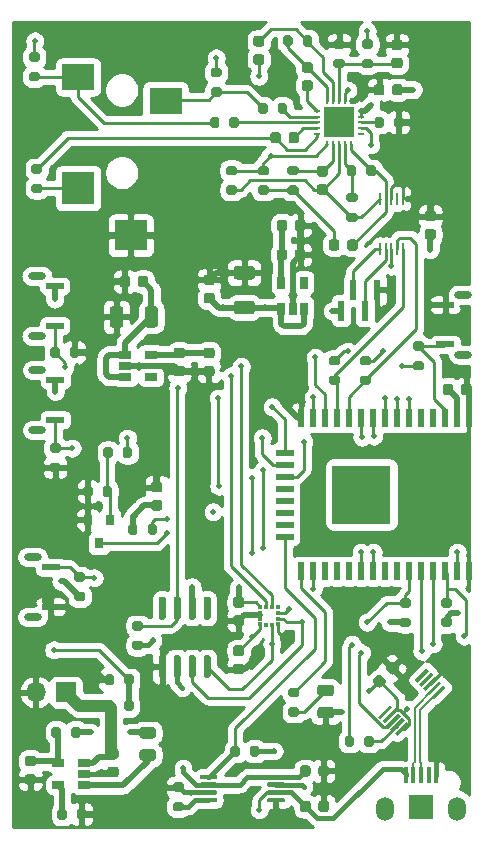
<source format=gtl>
G04 #@! TF.GenerationSoftware,KiCad,Pcbnew,5.1.10-88a1d61d58~88~ubuntu20.04.1*
G04 #@! TF.CreationDate,2021-05-21T15:29:44+02:00*
G04 #@! TF.ProjectId,osw-light-modifiedv3,6f73772d-6c69-4676-9874-2d6d6f646966,rev?*
G04 #@! TF.SameCoordinates,Original*
G04 #@! TF.FileFunction,Copper,L1,Top*
G04 #@! TF.FilePolarity,Positive*
%FSLAX46Y46*%
G04 Gerber Fmt 4.6, Leading zero omitted, Abs format (unit mm)*
G04 Created by KiCad (PCBNEW 5.1.10-88a1d61d58~88~ubuntu20.04.1) date 2021-05-21 15:29:44*
%MOMM*%
%LPD*%
G01*
G04 APERTURE LIST*
G04 #@! TA.AperFunction,SMDPad,CuDef*
%ADD10C,0.100000*%
G04 #@! TD*
G04 #@! TA.AperFunction,SMDPad,CuDef*
%ADD11R,0.400000X1.350000*%
G04 #@! TD*
G04 #@! TA.AperFunction,ComponentPad*
%ADD12O,1.500000X2.000000*%
G04 #@! TD*
G04 #@! TA.AperFunction,SMDPad,CuDef*
%ADD13R,2.000000X2.000000*%
G04 #@! TD*
G04 #@! TA.AperFunction,SMDPad,CuDef*
%ADD14R,2.800000X2.800000*%
G04 #@! TD*
G04 #@! TA.AperFunction,SMDPad,CuDef*
%ADD15R,2.800000X2.600000*%
G04 #@! TD*
G04 #@! TA.AperFunction,SMDPad,CuDef*
%ADD16R,2.800000X2.200000*%
G04 #@! TD*
G04 #@! TA.AperFunction,SMDPad,CuDef*
%ADD17R,1.524000X0.500000*%
G04 #@! TD*
G04 #@! TA.AperFunction,ComponentPad*
%ADD18O,1.524000X0.600000*%
G04 #@! TD*
G04 #@! TA.AperFunction,SMDPad,CuDef*
%ADD19R,0.600000X1.750000*%
G04 #@! TD*
G04 #@! TA.AperFunction,SMDPad,CuDef*
%ADD20R,0.800000X0.900000*%
G04 #@! TD*
G04 #@! TA.AperFunction,SMDPad,CuDef*
%ADD21R,1.060000X0.650000*%
G04 #@! TD*
G04 #@! TA.AperFunction,SMDPad,CuDef*
%ADD22R,0.375000X0.350000*%
G04 #@! TD*
G04 #@! TA.AperFunction,SMDPad,CuDef*
%ADD23R,0.350000X0.375000*%
G04 #@! TD*
G04 #@! TA.AperFunction,ComponentPad*
%ADD24O,1.700000X1.700000*%
G04 #@! TD*
G04 #@! TA.AperFunction,ComponentPad*
%ADD25R,1.700000X1.700000*%
G04 #@! TD*
G04 #@! TA.AperFunction,SMDPad,CuDef*
%ADD26R,1.524000X0.600000*%
G04 #@! TD*
G04 #@! TA.AperFunction,SMDPad,CuDef*
%ADD27R,0.600000X1.524000*%
G04 #@! TD*
G04 #@! TA.AperFunction,SMDPad,CuDef*
%ADD28R,5.000000X5.000000*%
G04 #@! TD*
G04 #@! TA.AperFunction,SMDPad,CuDef*
%ADD29R,0.250000X1.100000*%
G04 #@! TD*
G04 #@! TA.AperFunction,SMDPad,CuDef*
%ADD30R,0.650000X1.060000*%
G04 #@! TD*
G04 #@! TA.AperFunction,SMDPad,CuDef*
%ADD31R,0.500000X0.250000*%
G04 #@! TD*
G04 #@! TA.AperFunction,SMDPad,CuDef*
%ADD32R,0.250000X0.500000*%
G04 #@! TD*
G04 #@! TA.AperFunction,SMDPad,CuDef*
%ADD33R,2.500000X2.500000*%
G04 #@! TD*
G04 #@! TA.AperFunction,ViaPad*
%ADD34C,0.500000*%
G04 #@! TD*
G04 #@! TA.AperFunction,Conductor*
%ADD35C,0.500000*%
G04 #@! TD*
G04 #@! TA.AperFunction,Conductor*
%ADD36C,0.400000*%
G04 #@! TD*
G04 #@! TA.AperFunction,Conductor*
%ADD37C,0.250000*%
G04 #@! TD*
G04 #@! TA.AperFunction,Conductor*
%ADD38C,1.000000*%
G04 #@! TD*
G04 #@! TA.AperFunction,Conductor*
%ADD39C,0.200000*%
G04 #@! TD*
G04 #@! TA.AperFunction,Conductor*
%ADD40C,0.254000*%
G04 #@! TD*
G04 #@! TA.AperFunction,Conductor*
%ADD41C,0.100000*%
G04 #@! TD*
G04 APERTURE END LIST*
G04 #@! TO.P,U5,1*
G04 #@! TO.N,/STAT_PWR*
G04 #@! TA.AperFunction,SMDPad,CuDef*
G36*
G01*
X131470000Y-102165000D02*
X131470000Y-101965000D01*
G75*
G02*
X131570000Y-101865000I100000J0D01*
G01*
X132845000Y-101865000D01*
G75*
G02*
X132945000Y-101965000I0J-100000D01*
G01*
X132945000Y-102165000D01*
G75*
G02*
X132845000Y-102265000I-100000J0D01*
G01*
X131570000Y-102265000D01*
G75*
G02*
X131470000Y-102165000I0J100000D01*
G01*
G37*
G04 #@! TD.AperFunction*
G04 #@! TO.P,U5,2*
G04 #@! TO.N,/VBAT*
G04 #@! TA.AperFunction,SMDPad,CuDef*
G36*
G01*
X131470000Y-102815000D02*
X131470000Y-102615000D01*
G75*
G02*
X131570000Y-102515000I100000J0D01*
G01*
X132845000Y-102515000D01*
G75*
G02*
X132945000Y-102615000I0J-100000D01*
G01*
X132945000Y-102815000D01*
G75*
G02*
X132845000Y-102915000I-100000J0D01*
G01*
X131570000Y-102915000D01*
G75*
G02*
X131470000Y-102815000I0J100000D01*
G01*
G37*
G04 #@! TD.AperFunction*
G04 #@! TO.P,U5,3*
G04 #@! TO.N,GND*
G04 #@! TA.AperFunction,SMDPad,CuDef*
G36*
G01*
X131470000Y-103465000D02*
X131470000Y-103265000D01*
G75*
G02*
X131570000Y-103165000I100000J0D01*
G01*
X132845000Y-103165000D01*
G75*
G02*
X132945000Y-103265000I0J-100000D01*
G01*
X132945000Y-103465000D01*
G75*
G02*
X132845000Y-103565000I-100000J0D01*
G01*
X131570000Y-103565000D01*
G75*
G02*
X131470000Y-103465000I0J100000D01*
G01*
G37*
G04 #@! TD.AperFunction*
G04 #@! TO.P,U5,4*
G04 #@! TO.N,Net-(R14-Pad1)*
G04 #@! TA.AperFunction,SMDPad,CuDef*
G36*
G01*
X131470000Y-104115000D02*
X131470000Y-103915000D01*
G75*
G02*
X131570000Y-103815000I100000J0D01*
G01*
X132845000Y-103815000D01*
G75*
G02*
X132945000Y-103915000I0J-100000D01*
G01*
X132945000Y-104115000D01*
G75*
G02*
X132845000Y-104215000I-100000J0D01*
G01*
X131570000Y-104215000D01*
G75*
G02*
X131470000Y-104115000I0J100000D01*
G01*
G37*
G04 #@! TD.AperFunction*
G04 #@! TO.P,U5,5*
G04 #@! TO.N,GND*
G04 #@! TA.AperFunction,SMDPad,CuDef*
G36*
G01*
X137195000Y-104115000D02*
X137195000Y-103915000D01*
G75*
G02*
X137295000Y-103815000I100000J0D01*
G01*
X138570000Y-103815000D01*
G75*
G02*
X138670000Y-103915000I0J-100000D01*
G01*
X138670000Y-104115000D01*
G75*
G02*
X138570000Y-104215000I-100000J0D01*
G01*
X137295000Y-104215000D01*
G75*
G02*
X137195000Y-104115000I0J100000D01*
G01*
G37*
G04 #@! TD.AperFunction*
G04 #@! TO.P,U5,6*
G04 #@! TO.N,/VBUS*
G04 #@! TA.AperFunction,SMDPad,CuDef*
G36*
G01*
X137195000Y-103465000D02*
X137195000Y-103265000D01*
G75*
G02*
X137295000Y-103165000I100000J0D01*
G01*
X138570000Y-103165000D01*
G75*
G02*
X138670000Y-103265000I0J-100000D01*
G01*
X138670000Y-103465000D01*
G75*
G02*
X138570000Y-103565000I-100000J0D01*
G01*
X137295000Y-103565000D01*
G75*
G02*
X137195000Y-103465000I0J100000D01*
G01*
G37*
G04 #@! TD.AperFunction*
G04 #@! TO.P,U5,7*
G04 #@! TO.N,/VCC*
G04 #@! TA.AperFunction,SMDPad,CuDef*
G36*
G01*
X137195000Y-102815000D02*
X137195000Y-102615000D01*
G75*
G02*
X137295000Y-102515000I100000J0D01*
G01*
X138570000Y-102515000D01*
G75*
G02*
X138670000Y-102615000I0J-100000D01*
G01*
X138670000Y-102815000D01*
G75*
G02*
X138570000Y-102915000I-100000J0D01*
G01*
X137295000Y-102915000D01*
G75*
G02*
X137195000Y-102815000I0J100000D01*
G01*
G37*
G04 #@! TD.AperFunction*
G04 #@! TO.P,U5,8*
G04 #@! TO.N,/VBAT*
G04 #@! TA.AperFunction,SMDPad,CuDef*
G36*
G01*
X137195000Y-102165000D02*
X137195000Y-101965000D01*
G75*
G02*
X137295000Y-101865000I100000J0D01*
G01*
X138570000Y-101865000D01*
G75*
G02*
X138670000Y-101965000I0J-100000D01*
G01*
X138670000Y-102165000D01*
G75*
G02*
X138570000Y-102265000I-100000J0D01*
G01*
X137295000Y-102265000D01*
G75*
G02*
X137195000Y-102165000I0J100000D01*
G01*
G37*
G04 #@! TD.AperFunction*
G04 #@! TD*
G04 #@! TO.P,R34,2*
G04 #@! TO.N,Net-(D2-Pad2)*
G04 #@! TA.AperFunction,SMDPad,CuDef*
G36*
G01*
X139165000Y-96155000D02*
X139715000Y-96155000D01*
G75*
G02*
X139915000Y-96355000I0J-200000D01*
G01*
X139915000Y-96755000D01*
G75*
G02*
X139715000Y-96955000I-200000J0D01*
G01*
X139165000Y-96955000D01*
G75*
G02*
X138965000Y-96755000I0J200000D01*
G01*
X138965000Y-96355000D01*
G75*
G02*
X139165000Y-96155000I200000J0D01*
G01*
G37*
G04 #@! TD.AperFunction*
G04 #@! TO.P,R34,1*
G04 #@! TO.N,Net-(R34-Pad1)*
G04 #@! TA.AperFunction,SMDPad,CuDef*
G36*
G01*
X139165000Y-94505000D02*
X139715000Y-94505000D01*
G75*
G02*
X139915000Y-94705000I0J-200000D01*
G01*
X139915000Y-95105000D01*
G75*
G02*
X139715000Y-95305000I-200000J0D01*
G01*
X139165000Y-95305000D01*
G75*
G02*
X138965000Y-95105000I0J200000D01*
G01*
X138965000Y-94705000D01*
G75*
G02*
X139165000Y-94505000I200000J0D01*
G01*
G37*
G04 #@! TD.AperFunction*
G04 #@! TD*
G04 #@! TO.P,D2,2*
G04 #@! TO.N,Net-(D2-Pad2)*
G04 #@! TA.AperFunction,SMDPad,CuDef*
G36*
G01*
X142596250Y-95217500D02*
X141683750Y-95217500D01*
G75*
G02*
X141440000Y-94973750I0J243750D01*
G01*
X141440000Y-94486250D01*
G75*
G02*
X141683750Y-94242500I243750J0D01*
G01*
X142596250Y-94242500D01*
G75*
G02*
X142840000Y-94486250I0J-243750D01*
G01*
X142840000Y-94973750D01*
G75*
G02*
X142596250Y-95217500I-243750J0D01*
G01*
G37*
G04 #@! TD.AperFunction*
G04 #@! TO.P,D2,1*
G04 #@! TO.N,GND*
G04 #@! TA.AperFunction,SMDPad,CuDef*
G36*
G01*
X142596250Y-97092500D02*
X141683750Y-97092500D01*
G75*
G02*
X141440000Y-96848750I0J243750D01*
G01*
X141440000Y-96361250D01*
G75*
G02*
X141683750Y-96117500I243750J0D01*
G01*
X142596250Y-96117500D01*
G75*
G02*
X142840000Y-96361250I0J-243750D01*
G01*
X142840000Y-96848750D01*
G75*
G02*
X142596250Y-97092500I-243750J0D01*
G01*
G37*
G04 #@! TD.AperFunction*
G04 #@! TD*
G04 #@! TO.P,R32,2*
G04 #@! TO.N,/TX*
G04 #@! TA.AperFunction,SMDPad,CuDef*
G36*
G01*
X144545000Y-98765000D02*
X144545000Y-99315000D01*
G75*
G02*
X144345000Y-99515000I-200000J0D01*
G01*
X143945000Y-99515000D01*
G75*
G02*
X143745000Y-99315000I0J200000D01*
G01*
X143745000Y-98765000D01*
G75*
G02*
X143945000Y-98565000I200000J0D01*
G01*
X144345000Y-98565000D01*
G75*
G02*
X144545000Y-98765000I0J-200000D01*
G01*
G37*
G04 #@! TD.AperFunction*
G04 #@! TO.P,R32,1*
G04 #@! TO.N,Net-(R32-Pad1)*
G04 #@! TA.AperFunction,SMDPad,CuDef*
G36*
G01*
X146195000Y-98765000D02*
X146195000Y-99315000D01*
G75*
G02*
X145995000Y-99515000I-200000J0D01*
G01*
X145595000Y-99515000D01*
G75*
G02*
X145395000Y-99315000I0J200000D01*
G01*
X145395000Y-98765000D01*
G75*
G02*
X145595000Y-98565000I200000J0D01*
G01*
X145995000Y-98565000D01*
G75*
G02*
X146195000Y-98765000I0J-200000D01*
G01*
G37*
G04 #@! TD.AperFunction*
G04 #@! TD*
G04 #@! TA.AperFunction,SMDPad,CuDef*
D10*
G04 #@! TO.P,U11,1*
G04 #@! TO.N,/D_P*
G36*
X152081955Y-94270330D02*
G01*
X152294087Y-94482462D01*
X151304137Y-95472412D01*
X151092005Y-95260280D01*
X152081955Y-94270330D01*
G37*
G04 #@! TD.AperFunction*
G04 #@! TA.AperFunction,SMDPad,CuDef*
G04 #@! TO.P,U11,2*
G04 #@! TO.N,/D_N*
G36*
X151728401Y-93916776D02*
G01*
X151940533Y-94128908D01*
X150950583Y-95118858D01*
X150738451Y-94906726D01*
X151728401Y-93916776D01*
G37*
G04 #@! TD.AperFunction*
G04 #@! TA.AperFunction,SMDPad,CuDef*
G04 #@! TO.P,U11,3*
G04 #@! TO.N,GND*
G36*
X151374848Y-93563223D02*
G01*
X151586980Y-93775355D01*
X150597030Y-94765305D01*
X150384898Y-94553173D01*
X151374848Y-93563223D01*
G37*
G04 #@! TD.AperFunction*
G04 #@! TA.AperFunction,SMDPad,CuDef*
G04 #@! TO.P,U11,4*
G04 #@! TO.N,N/C*
G36*
X151021295Y-93209670D02*
G01*
X151233427Y-93421802D01*
X150243477Y-94411752D01*
X150031345Y-94199620D01*
X151021295Y-93209670D01*
G37*
G04 #@! TD.AperFunction*
G04 #@! TA.AperFunction,SMDPad,CuDef*
G04 #@! TO.P,U11,5*
G36*
X150667741Y-92856116D02*
G01*
X150879873Y-93068248D01*
X149889923Y-94058198D01*
X149677791Y-93846066D01*
X150667741Y-92856116D01*
G37*
G04 #@! TD.AperFunction*
G04 #@! TA.AperFunction,SMDPad,CuDef*
G04 #@! TO.P,U11,6*
G36*
X147556471Y-95967386D02*
G01*
X147768603Y-96179518D01*
X146778653Y-97169468D01*
X146566521Y-96957336D01*
X147556471Y-95967386D01*
G37*
G04 #@! TD.AperFunction*
G04 #@! TA.AperFunction,SMDPad,CuDef*
G04 #@! TO.P,U11,7*
G04 #@! TO.N,+3V3*
G36*
X147910025Y-96320940D02*
G01*
X148122157Y-96533072D01*
X147132207Y-97523022D01*
X146920075Y-97310890D01*
X147910025Y-96320940D01*
G37*
G04 #@! TD.AperFunction*
G04 #@! TA.AperFunction,SMDPad,CuDef*
G04 #@! TO.P,U11,8*
G04 #@! TO.N,/RX*
G36*
X148263578Y-96674493D02*
G01*
X148475710Y-96886625D01*
X147485760Y-97876575D01*
X147273628Y-97664443D01*
X148263578Y-96674493D01*
G37*
G04 #@! TD.AperFunction*
G04 #@! TA.AperFunction,SMDPad,CuDef*
G04 #@! TO.P,U11,9*
G04 #@! TO.N,Net-(R32-Pad1)*
G36*
X148617131Y-97028046D02*
G01*
X148829263Y-97240178D01*
X147839313Y-98230128D01*
X147627181Y-98017996D01*
X148617131Y-97028046D01*
G37*
G04 #@! TD.AperFunction*
G04 #@! TA.AperFunction,SMDPad,CuDef*
G04 #@! TO.P,U11,10*
G04 #@! TO.N,+3V3*
G36*
X148970685Y-97381600D02*
G01*
X149182817Y-97593732D01*
X148192867Y-98583682D01*
X147980735Y-98371550D01*
X148970685Y-97381600D01*
G37*
G04 #@! TD.AperFunction*
G04 #@! TD*
D11*
G04 #@! TO.P,U12,1*
G04 #@! TO.N,GND*
X151520000Y-101925000D03*
G04 #@! TO.P,U12,2*
G04 #@! TO.N,N/C*
X150870000Y-101925000D03*
G04 #@! TO.P,U12,3*
G04 #@! TO.N,/D_P*
X150220000Y-101925000D03*
G04 #@! TO.P,U12,4*
G04 #@! TO.N,/D_N*
X149570000Y-101925000D03*
G04 #@! TO.P,U12,5*
G04 #@! TO.N,/VBUS*
X148920000Y-101925000D03*
D12*
G04 #@! TO.P,U12,*
G04 #@! TO.N,*
X153268000Y-104727000D03*
D13*
G04 #@! TO.P,U12,6*
G04 #@! TO.N,N/C*
X150220000Y-104600000D03*
D12*
G04 #@! TO.P,U12,*
G04 #@! TO.N,*
X147172000Y-104727000D03*
G04 #@! TD*
G04 #@! TO.P,R33,2*
G04 #@! TO.N,Net-(R33-Pad2)*
G04 #@! TA.AperFunction,SMDPad,CuDef*
G36*
G01*
X127055765Y-81358197D02*
X127055765Y-80808197D01*
G75*
G02*
X127255765Y-80608197I200000J0D01*
G01*
X127655765Y-80608197D01*
G75*
G02*
X127855765Y-80808197I0J-200000D01*
G01*
X127855765Y-81358197D01*
G75*
G02*
X127655765Y-81558197I-200000J0D01*
G01*
X127255765Y-81558197D01*
G75*
G02*
X127055765Y-81358197I0J200000D01*
G01*
G37*
G04 #@! TD.AperFunction*
G04 #@! TO.P,R33,1*
G04 #@! TO.N,+3V3*
G04 #@! TA.AperFunction,SMDPad,CuDef*
G36*
G01*
X125405765Y-81358197D02*
X125405765Y-80808197D01*
G75*
G02*
X125605765Y-80608197I200000J0D01*
G01*
X126005765Y-80608197D01*
G75*
G02*
X126205765Y-80808197I0J-200000D01*
G01*
X126205765Y-81358197D01*
G75*
G02*
X126005765Y-81558197I-200000J0D01*
G01*
X125605765Y-81558197D01*
G75*
G02*
X125405765Y-81358197I0J200000D01*
G01*
G37*
G04 #@! TD.AperFunction*
G04 #@! TD*
G04 #@! TO.P,R25,2*
G04 #@! TO.N,GND*
G04 #@! TA.AperFunction,SMDPad,CuDef*
G36*
G01*
X120465000Y-66385000D02*
X120465000Y-65835000D01*
G75*
G02*
X120665000Y-65635000I200000J0D01*
G01*
X121065000Y-65635000D01*
G75*
G02*
X121265000Y-65835000I0J-200000D01*
G01*
X121265000Y-66385000D01*
G75*
G02*
X121065000Y-66585000I-200000J0D01*
G01*
X120665000Y-66585000D01*
G75*
G02*
X120465000Y-66385000I0J200000D01*
G01*
G37*
G04 #@! TD.AperFunction*
G04 #@! TO.P,R25,1*
G04 #@! TO.N,/BTN3*
G04 #@! TA.AperFunction,SMDPad,CuDef*
G36*
G01*
X118815000Y-66385000D02*
X118815000Y-65835000D01*
G75*
G02*
X119015000Y-65635000I200000J0D01*
G01*
X119415000Y-65635000D01*
G75*
G02*
X119615000Y-65835000I0J-200000D01*
G01*
X119615000Y-66385000D01*
G75*
G02*
X119415000Y-66585000I-200000J0D01*
G01*
X119015000Y-66585000D01*
G75*
G02*
X118815000Y-66385000I0J200000D01*
G01*
G37*
G04 #@! TD.AperFunction*
G04 #@! TD*
G04 #@! TO.P,R5,2*
G04 #@! TO.N,/LA*
G04 #@! TA.AperFunction,SMDPad,CuDef*
G36*
G01*
X132595000Y-43665000D02*
X133145000Y-43665000D01*
G75*
G02*
X133345000Y-43865000I0J-200000D01*
G01*
X133345000Y-44265000D01*
G75*
G02*
X133145000Y-44465000I-200000J0D01*
G01*
X132595000Y-44465000D01*
G75*
G02*
X132395000Y-44265000I0J200000D01*
G01*
X132395000Y-43865000D01*
G75*
G02*
X132595000Y-43665000I200000J0D01*
G01*
G37*
G04 #@! TD.AperFunction*
G04 #@! TO.P,R5,1*
G04 #@! TO.N,+3.3VA*
G04 #@! TA.AperFunction,SMDPad,CuDef*
G36*
G01*
X132595000Y-42015000D02*
X133145000Y-42015000D01*
G75*
G02*
X133345000Y-42215000I0J-200000D01*
G01*
X133345000Y-42615000D01*
G75*
G02*
X133145000Y-42815000I-200000J0D01*
G01*
X132595000Y-42815000D01*
G75*
G02*
X132395000Y-42615000I0J200000D01*
G01*
X132395000Y-42215000D01*
G75*
G02*
X132595000Y-42015000I200000J0D01*
G01*
G37*
G04 #@! TD.AperFunction*
G04 #@! TD*
D14*
G04 #@! TO.P,J2,T*
G04 #@! TO.N,/RL*
X121180000Y-52190000D03*
D15*
G04 #@! TO.P,J2,G*
G04 #@! TO.N,GND*
X125630000Y-56190000D03*
D16*
G04 #@! TO.P,J2,S*
G04 #@! TO.N,/RA*
X121180000Y-42790000D03*
G04 #@! TO.P,J2,R*
G04 #@! TO.N,/LA*
X128580000Y-44790000D03*
G04 #@! TD*
G04 #@! TO.P,R17,2*
G04 #@! TO.N,Net-(C2-Pad2)*
G04 #@! TA.AperFunction,SMDPad,CuDef*
G36*
G01*
X140195000Y-40015000D02*
X140195000Y-39465000D01*
G75*
G02*
X140395000Y-39265000I200000J0D01*
G01*
X140795000Y-39265000D01*
G75*
G02*
X140995000Y-39465000I0J-200000D01*
G01*
X140995000Y-40015000D01*
G75*
G02*
X140795000Y-40215000I-200000J0D01*
G01*
X140395000Y-40215000D01*
G75*
G02*
X140195000Y-40015000I0J200000D01*
G01*
G37*
G04 #@! TD.AperFunction*
G04 #@! TO.P,R17,1*
G04 #@! TO.N,Net-(C8-Pad1)*
G04 #@! TA.AperFunction,SMDPad,CuDef*
G36*
G01*
X138545000Y-40015000D02*
X138545000Y-39465000D01*
G75*
G02*
X138745000Y-39265000I200000J0D01*
G01*
X139145000Y-39265000D01*
G75*
G02*
X139345000Y-39465000I0J-200000D01*
G01*
X139345000Y-40015000D01*
G75*
G02*
X139145000Y-40215000I-200000J0D01*
G01*
X138745000Y-40215000D01*
G75*
G02*
X138545000Y-40015000I0J200000D01*
G01*
G37*
G04 #@! TD.AperFunction*
G04 #@! TD*
G04 #@! TO.P,R18,2*
G04 #@! TO.N,GND*
G04 #@! TA.AperFunction,SMDPad,CuDef*
G36*
G01*
X143545000Y-40415000D02*
X142995000Y-40415000D01*
G75*
G02*
X142795000Y-40215000I0J200000D01*
G01*
X142795000Y-39815000D01*
G75*
G02*
X142995000Y-39615000I200000J0D01*
G01*
X143545000Y-39615000D01*
G75*
G02*
X143745000Y-39815000I0J-200000D01*
G01*
X143745000Y-40215000D01*
G75*
G02*
X143545000Y-40415000I-200000J0D01*
G01*
G37*
G04 #@! TD.AperFunction*
G04 #@! TO.P,R18,1*
G04 #@! TO.N,Net-(C13-Pad1)*
G04 #@! TA.AperFunction,SMDPad,CuDef*
G36*
G01*
X143545000Y-42065000D02*
X142995000Y-42065000D01*
G75*
G02*
X142795000Y-41865000I0J200000D01*
G01*
X142795000Y-41465000D01*
G75*
G02*
X142995000Y-41265000I200000J0D01*
G01*
X143545000Y-41265000D01*
G75*
G02*
X143745000Y-41465000I0J-200000D01*
G01*
X143745000Y-41865000D01*
G75*
G02*
X143545000Y-42065000I-200000J0D01*
G01*
G37*
G04 #@! TD.AperFunction*
G04 #@! TD*
G04 #@! TO.P,R4,2*
G04 #@! TO.N,/RL*
G04 #@! TA.AperFunction,SMDPad,CuDef*
G36*
G01*
X117405000Y-51815000D02*
X117955000Y-51815000D01*
G75*
G02*
X118155000Y-52015000I0J-200000D01*
G01*
X118155000Y-52415000D01*
G75*
G02*
X117955000Y-52615000I-200000J0D01*
G01*
X117405000Y-52615000D01*
G75*
G02*
X117205000Y-52415000I0J200000D01*
G01*
X117205000Y-52015000D01*
G75*
G02*
X117405000Y-51815000I200000J0D01*
G01*
G37*
G04 #@! TD.AperFunction*
G04 #@! TO.P,R4,1*
G04 #@! TO.N,Net-(C4-Pad2)*
G04 #@! TA.AperFunction,SMDPad,CuDef*
G36*
G01*
X117405000Y-50165000D02*
X117955000Y-50165000D01*
G75*
G02*
X118155000Y-50365000I0J-200000D01*
G01*
X118155000Y-50765000D01*
G75*
G02*
X117955000Y-50965000I-200000J0D01*
G01*
X117405000Y-50965000D01*
G75*
G02*
X117205000Y-50765000I0J200000D01*
G01*
X117205000Y-50365000D01*
G75*
G02*
X117405000Y-50165000I200000J0D01*
G01*
G37*
G04 #@! TD.AperFunction*
G04 #@! TD*
G04 #@! TO.P,R22,2*
G04 #@! TO.N,/PIN_LED*
G04 #@! TA.AperFunction,SMDPad,CuDef*
G36*
G01*
X124955765Y-74858197D02*
X124955765Y-74308197D01*
G75*
G02*
X125155765Y-74108197I200000J0D01*
G01*
X125555765Y-74108197D01*
G75*
G02*
X125755765Y-74308197I0J-200000D01*
G01*
X125755765Y-74858197D01*
G75*
G02*
X125555765Y-75058197I-200000J0D01*
G01*
X125155765Y-75058197D01*
G75*
G02*
X124955765Y-74858197I0J200000D01*
G01*
G37*
G04 #@! TD.AperFunction*
G04 #@! TO.P,R22,1*
G04 #@! TO.N,Net-(Q1-Pad1)*
G04 #@! TA.AperFunction,SMDPad,CuDef*
G36*
G01*
X123305765Y-74858197D02*
X123305765Y-74308197D01*
G75*
G02*
X123505765Y-74108197I200000J0D01*
G01*
X123905765Y-74108197D01*
G75*
G02*
X124105765Y-74308197I0J-200000D01*
G01*
X124105765Y-74858197D01*
G75*
G02*
X123905765Y-75058197I-200000J0D01*
G01*
X123505765Y-75058197D01*
G75*
G02*
X123305765Y-74858197I0J200000D01*
G01*
G37*
G04 #@! TD.AperFunction*
G04 #@! TD*
D17*
G04 #@! TO.P,SW3,1*
G04 #@! TO.N,GND*
X152266999Y-62079999D03*
G04 #@! TO.P,SW3,2*
G04 #@! TO.N,/EN*
X152266999Y-65429999D03*
D18*
G04 #@! TO.P,SW3,*
G04 #@! TO.N,*
X153786999Y-61214999D03*
X153786999Y-66294999D03*
G04 #@! TD*
G04 #@! TO.P,U1,8*
G04 #@! TO.N,/SCL*
G04 #@! TA.AperFunction,SMDPad,CuDef*
G36*
G01*
X131945000Y-91740000D02*
X132245000Y-91740000D01*
G75*
G02*
X132395000Y-91890000I0J-150000D01*
G01*
X132395000Y-93540000D01*
G75*
G02*
X132245000Y-93690000I-150000J0D01*
G01*
X131945000Y-93690000D01*
G75*
G02*
X131795000Y-93540000I0J150000D01*
G01*
X131795000Y-91890000D01*
G75*
G02*
X131945000Y-91740000I150000J0D01*
G01*
G37*
G04 #@! TD.AperFunction*
G04 #@! TO.P,U1,7*
G04 #@! TO.N,/SDA*
G04 #@! TA.AperFunction,SMDPad,CuDef*
G36*
G01*
X130675000Y-91740000D02*
X130975000Y-91740000D01*
G75*
G02*
X131125000Y-91890000I0J-150000D01*
G01*
X131125000Y-93540000D01*
G75*
G02*
X130975000Y-93690000I-150000J0D01*
G01*
X130675000Y-93690000D01*
G75*
G02*
X130525000Y-93540000I0J150000D01*
G01*
X130525000Y-91890000D01*
G75*
G02*
X130675000Y-91740000I150000J0D01*
G01*
G37*
G04 #@! TD.AperFunction*
G04 #@! TO.P,U1,6*
G04 #@! TO.N,+3V3*
G04 #@! TA.AperFunction,SMDPad,CuDef*
G36*
G01*
X129405000Y-91740000D02*
X129705000Y-91740000D01*
G75*
G02*
X129855000Y-91890000I0J-150000D01*
G01*
X129855000Y-93540000D01*
G75*
G02*
X129705000Y-93690000I-150000J0D01*
G01*
X129405000Y-93690000D01*
G75*
G02*
X129255000Y-93540000I0J150000D01*
G01*
X129255000Y-91890000D01*
G75*
G02*
X129405000Y-91740000I150000J0D01*
G01*
G37*
G04 #@! TD.AperFunction*
G04 #@! TO.P,U1,5*
G04 #@! TO.N,GND*
G04 #@! TA.AperFunction,SMDPad,CuDef*
G36*
G01*
X128135000Y-91740000D02*
X128435000Y-91740000D01*
G75*
G02*
X128585000Y-91890000I0J-150000D01*
G01*
X128585000Y-93540000D01*
G75*
G02*
X128435000Y-93690000I-150000J0D01*
G01*
X128135000Y-93690000D01*
G75*
G02*
X127985000Y-93540000I0J150000D01*
G01*
X127985000Y-91890000D01*
G75*
G02*
X128135000Y-91740000I150000J0D01*
G01*
G37*
G04 #@! TD.AperFunction*
G04 #@! TO.P,U1,4*
G04 #@! TO.N,N/C*
G04 #@! TA.AperFunction,SMDPad,CuDef*
G36*
G01*
X128135000Y-86790000D02*
X128435000Y-86790000D01*
G75*
G02*
X128585000Y-86940000I0J-150000D01*
G01*
X128585000Y-88590000D01*
G75*
G02*
X128435000Y-88740000I-150000J0D01*
G01*
X128135000Y-88740000D01*
G75*
G02*
X127985000Y-88590000I0J150000D01*
G01*
X127985000Y-86940000D01*
G75*
G02*
X128135000Y-86790000I150000J0D01*
G01*
G37*
G04 #@! TD.AperFunction*
G04 #@! TO.P,U1,3*
G04 #@! TO.N,/RTC_INT*
G04 #@! TA.AperFunction,SMDPad,CuDef*
G36*
G01*
X129405000Y-86790000D02*
X129705000Y-86790000D01*
G75*
G02*
X129855000Y-86940000I0J-150000D01*
G01*
X129855000Y-88590000D01*
G75*
G02*
X129705000Y-88740000I-150000J0D01*
G01*
X129405000Y-88740000D01*
G75*
G02*
X129255000Y-88590000I0J150000D01*
G01*
X129255000Y-86940000D01*
G75*
G02*
X129405000Y-86790000I150000J0D01*
G01*
G37*
G04 #@! TD.AperFunction*
G04 #@! TO.P,U1,2*
G04 #@! TO.N,+3V3*
G04 #@! TA.AperFunction,SMDPad,CuDef*
G36*
G01*
X130675000Y-86790000D02*
X130975000Y-86790000D01*
G75*
G02*
X131125000Y-86940000I0J-150000D01*
G01*
X131125000Y-88590000D01*
G75*
G02*
X130975000Y-88740000I-150000J0D01*
G01*
X130675000Y-88740000D01*
G75*
G02*
X130525000Y-88590000I0J150000D01*
G01*
X130525000Y-86940000D01*
G75*
G02*
X130675000Y-86790000I150000J0D01*
G01*
G37*
G04 #@! TD.AperFunction*
G04 #@! TO.P,U1,1*
G04 #@! TO.N,N/C*
G04 #@! TA.AperFunction,SMDPad,CuDef*
G36*
G01*
X131945000Y-86790000D02*
X132245000Y-86790000D01*
G75*
G02*
X132395000Y-86940000I0J-150000D01*
G01*
X132395000Y-88590000D01*
G75*
G02*
X132245000Y-88740000I-150000J0D01*
G01*
X131945000Y-88740000D01*
G75*
G02*
X131795000Y-88590000I0J150000D01*
G01*
X131795000Y-86940000D01*
G75*
G02*
X131945000Y-86790000I150000J0D01*
G01*
G37*
G04 #@! TD.AperFunction*
G04 #@! TD*
G04 #@! TO.P,R13,2*
G04 #@! TO.N,+3V3*
G04 #@! TA.AperFunction,SMDPad,CuDef*
G36*
G01*
X125935000Y-90505000D02*
X126485000Y-90505000D01*
G75*
G02*
X126685000Y-90705000I0J-200000D01*
G01*
X126685000Y-91105000D01*
G75*
G02*
X126485000Y-91305000I-200000J0D01*
G01*
X125935000Y-91305000D01*
G75*
G02*
X125735000Y-91105000I0J200000D01*
G01*
X125735000Y-90705000D01*
G75*
G02*
X125935000Y-90505000I200000J0D01*
G01*
G37*
G04 #@! TD.AperFunction*
G04 #@! TO.P,R13,1*
G04 #@! TO.N,/RTC_INT*
G04 #@! TA.AperFunction,SMDPad,CuDef*
G36*
G01*
X125935000Y-88855000D02*
X126485000Y-88855000D01*
G75*
G02*
X126685000Y-89055000I0J-200000D01*
G01*
X126685000Y-89455000D01*
G75*
G02*
X126485000Y-89655000I-200000J0D01*
G01*
X125935000Y-89655000D01*
G75*
G02*
X125735000Y-89455000I0J200000D01*
G01*
X125735000Y-89055000D01*
G75*
G02*
X125935000Y-88855000I200000J0D01*
G01*
G37*
G04 #@! TD.AperFunction*
G04 #@! TD*
G04 #@! TO.P,R30,2*
G04 #@! TO.N,/SCL_2*
G04 #@! TA.AperFunction,SMDPad,CuDef*
G36*
G01*
X142595000Y-68065000D02*
X143145000Y-68065000D01*
G75*
G02*
X143345000Y-68265000I0J-200000D01*
G01*
X143345000Y-68665000D01*
G75*
G02*
X143145000Y-68865000I-200000J0D01*
G01*
X142595000Y-68865000D01*
G75*
G02*
X142395000Y-68665000I0J200000D01*
G01*
X142395000Y-68265000D01*
G75*
G02*
X142595000Y-68065000I200000J0D01*
G01*
G37*
G04 #@! TD.AperFunction*
G04 #@! TO.P,R30,1*
G04 #@! TO.N,+3V3*
G04 #@! TA.AperFunction,SMDPad,CuDef*
G36*
G01*
X142595000Y-66415000D02*
X143145000Y-66415000D01*
G75*
G02*
X143345000Y-66615000I0J-200000D01*
G01*
X143345000Y-67015000D01*
G75*
G02*
X143145000Y-67215000I-200000J0D01*
G01*
X142595000Y-67215000D01*
G75*
G02*
X142395000Y-67015000I0J200000D01*
G01*
X142395000Y-66615000D01*
G75*
G02*
X142595000Y-66415000I200000J0D01*
G01*
G37*
G04 #@! TD.AperFunction*
G04 #@! TD*
D19*
G04 #@! TO.P,J1,4*
G04 #@! TO.N,GND*
X146460000Y-60815000D03*
G04 #@! TO.P,J1,2*
G04 #@! TO.N,/ADC_1*
X144460000Y-60815000D03*
G04 #@! TO.P,J1,3*
G04 #@! TO.N,/ADC_2*
X145460000Y-62565000D03*
G04 #@! TO.P,J1,1*
G04 #@! TO.N,+3.3VA*
X143460000Y-62565000D03*
G04 #@! TD*
G04 #@! TO.P,R19,2*
G04 #@! TO.N,GND*
G04 #@! TA.AperFunction,SMDPad,CuDef*
G36*
G01*
X147925000Y-46905000D02*
X147925000Y-46355000D01*
G75*
G02*
X148125000Y-46155000I200000J0D01*
G01*
X148525000Y-46155000D01*
G75*
G02*
X148725000Y-46355000I0J-200000D01*
G01*
X148725000Y-46905000D01*
G75*
G02*
X148525000Y-47105000I-200000J0D01*
G01*
X148125000Y-47105000D01*
G75*
G02*
X147925000Y-46905000I0J200000D01*
G01*
G37*
G04 #@! TD.AperFunction*
G04 #@! TO.P,R19,1*
G04 #@! TO.N,/ECG_SDN*
G04 #@! TA.AperFunction,SMDPad,CuDef*
G36*
G01*
X146275000Y-46905000D02*
X146275000Y-46355000D01*
G75*
G02*
X146475000Y-46155000I200000J0D01*
G01*
X146875000Y-46155000D01*
G75*
G02*
X147075000Y-46355000I0J-200000D01*
G01*
X147075000Y-46905000D01*
G75*
G02*
X146875000Y-47105000I-200000J0D01*
G01*
X146475000Y-47105000D01*
G75*
G02*
X146275000Y-46905000I0J200000D01*
G01*
G37*
G04 #@! TD.AperFunction*
G04 #@! TD*
G04 #@! TO.P,R20,2*
G04 #@! TO.N,/B_MON*
G04 #@! TA.AperFunction,SMDPad,CuDef*
G36*
G01*
X125075000Y-96305000D02*
X125075000Y-95755000D01*
G75*
G02*
X125275000Y-95555000I200000J0D01*
G01*
X125675000Y-95555000D01*
G75*
G02*
X125875000Y-95755000I0J-200000D01*
G01*
X125875000Y-96305000D01*
G75*
G02*
X125675000Y-96505000I-200000J0D01*
G01*
X125275000Y-96505000D01*
G75*
G02*
X125075000Y-96305000I0J200000D01*
G01*
G37*
G04 #@! TD.AperFunction*
G04 #@! TO.P,R20,1*
G04 #@! TO.N,/VBAT*
G04 #@! TA.AperFunction,SMDPad,CuDef*
G36*
G01*
X123425000Y-96305000D02*
X123425000Y-95755000D01*
G75*
G02*
X123625000Y-95555000I200000J0D01*
G01*
X124025000Y-95555000D01*
G75*
G02*
X124225000Y-95755000I0J-200000D01*
G01*
X124225000Y-96305000D01*
G75*
G02*
X124025000Y-96505000I-200000J0D01*
G01*
X123625000Y-96505000D01*
G75*
G02*
X123425000Y-96305000I0J200000D01*
G01*
G37*
G04 #@! TD.AperFunction*
G04 #@! TD*
G04 #@! TO.P,R26,2*
G04 #@! TO.N,/SDA*
G04 #@! TA.AperFunction,SMDPad,CuDef*
G36*
G01*
X149145000Y-87715000D02*
X148595000Y-87715000D01*
G75*
G02*
X148395000Y-87515000I0J200000D01*
G01*
X148395000Y-87115000D01*
G75*
G02*
X148595000Y-86915000I200000J0D01*
G01*
X149145000Y-86915000D01*
G75*
G02*
X149345000Y-87115000I0J-200000D01*
G01*
X149345000Y-87515000D01*
G75*
G02*
X149145000Y-87715000I-200000J0D01*
G01*
G37*
G04 #@! TD.AperFunction*
G04 #@! TO.P,R26,1*
G04 #@! TO.N,+3V3*
G04 #@! TA.AperFunction,SMDPad,CuDef*
G36*
G01*
X149145000Y-89365000D02*
X148595000Y-89365000D01*
G75*
G02*
X148395000Y-89165000I0J200000D01*
G01*
X148395000Y-88765000D01*
G75*
G02*
X148595000Y-88565000I200000J0D01*
G01*
X149145000Y-88565000D01*
G75*
G02*
X149345000Y-88765000I0J-200000D01*
G01*
X149345000Y-89165000D01*
G75*
G02*
X149145000Y-89365000I-200000J0D01*
G01*
G37*
G04 #@! TD.AperFunction*
G04 #@! TD*
G04 #@! TO.P,R10,2*
G04 #@! TO.N,Net-(R10-Pad2)*
G04 #@! TA.AperFunction,SMDPad,CuDef*
G36*
G01*
X138065000Y-45715000D02*
X138065000Y-45165000D01*
G75*
G02*
X138265000Y-44965000I200000J0D01*
G01*
X138665000Y-44965000D01*
G75*
G02*
X138865000Y-45165000I0J-200000D01*
G01*
X138865000Y-45715000D01*
G75*
G02*
X138665000Y-45915000I-200000J0D01*
G01*
X138265000Y-45915000D01*
G75*
G02*
X138065000Y-45715000I0J200000D01*
G01*
G37*
G04 #@! TD.AperFunction*
G04 #@! TO.P,R10,1*
G04 #@! TO.N,/LA*
G04 #@! TA.AperFunction,SMDPad,CuDef*
G36*
G01*
X136415000Y-45715000D02*
X136415000Y-45165000D01*
G75*
G02*
X136615000Y-44965000I200000J0D01*
G01*
X137015000Y-44965000D01*
G75*
G02*
X137215000Y-45165000I0J-200000D01*
G01*
X137215000Y-45715000D01*
G75*
G02*
X137015000Y-45915000I-200000J0D01*
G01*
X136615000Y-45915000D01*
G75*
G02*
X136415000Y-45715000I0J200000D01*
G01*
G37*
G04 #@! TD.AperFunction*
G04 #@! TD*
G04 #@! TO.P,R9,2*
G04 #@! TO.N,Net-(C1-Pad1)*
G04 #@! TA.AperFunction,SMDPad,CuDef*
G36*
G01*
X139095000Y-51975000D02*
X139645000Y-51975000D01*
G75*
G02*
X139845000Y-52175000I0J-200000D01*
G01*
X139845000Y-52575000D01*
G75*
G02*
X139645000Y-52775000I-200000J0D01*
G01*
X139095000Y-52775000D01*
G75*
G02*
X138895000Y-52575000I0J200000D01*
G01*
X138895000Y-52175000D01*
G75*
G02*
X139095000Y-51975000I200000J0D01*
G01*
G37*
G04 #@! TD.AperFunction*
G04 #@! TO.P,R9,1*
G04 #@! TO.N,Net-(C5-Pad1)*
G04 #@! TA.AperFunction,SMDPad,CuDef*
G36*
G01*
X139095000Y-50325000D02*
X139645000Y-50325000D01*
G75*
G02*
X139845000Y-50525000I0J-200000D01*
G01*
X139845000Y-50925000D01*
G75*
G02*
X139645000Y-51125000I-200000J0D01*
G01*
X139095000Y-51125000D01*
G75*
G02*
X138895000Y-50925000I0J200000D01*
G01*
X138895000Y-50525000D01*
G75*
G02*
X139095000Y-50325000I200000J0D01*
G01*
G37*
G04 #@! TD.AperFunction*
G04 #@! TD*
D20*
G04 #@! TO.P,Q1,3*
G04 #@! TO.N,/LEDK*
X122930765Y-82283196D03*
G04 #@! TO.P,Q1,2*
G04 #@! TO.N,GND*
X121980765Y-80283196D03*
G04 #@! TO.P,Q1,1*
G04 #@! TO.N,Net-(Q1-Pad1)*
X123880765Y-80283196D03*
G04 #@! TD*
D21*
G04 #@! TO.P,U2,1*
G04 #@! TO.N,Net-(D1-Pad1)*
X121700000Y-102740000D03*
G04 #@! TO.P,U2,2*
G04 #@! TO.N,GND*
X121700000Y-101790000D03*
G04 #@! TO.P,U2,3*
G04 #@! TO.N,/VBAT*
X121700000Y-100840000D03*
G04 #@! TO.P,U2,4*
G04 #@! TO.N,/VBUS*
X119500000Y-100840000D03*
G04 #@! TO.P,U2,5*
G04 #@! TO.N,Net-(R12-Pad1)*
X119500000Y-102740000D03*
G04 #@! TD*
G04 #@! TO.P,R1,2*
G04 #@! TO.N,/VBUS*
G04 #@! TA.AperFunction,SMDPad,CuDef*
G36*
G01*
X119725000Y-98005000D02*
X119725000Y-98555000D01*
G75*
G02*
X119525000Y-98755000I-200000J0D01*
G01*
X119125000Y-98755000D01*
G75*
G02*
X118925000Y-98555000I0J200000D01*
G01*
X118925000Y-98005000D01*
G75*
G02*
X119125000Y-97805000I200000J0D01*
G01*
X119525000Y-97805000D01*
G75*
G02*
X119725000Y-98005000I0J-200000D01*
G01*
G37*
G04 #@! TD.AperFunction*
G04 #@! TO.P,R1,1*
G04 #@! TO.N,Net-(D1-Pad2)*
G04 #@! TA.AperFunction,SMDPad,CuDef*
G36*
G01*
X121375000Y-98005000D02*
X121375000Y-98555000D01*
G75*
G02*
X121175000Y-98755000I-200000J0D01*
G01*
X120775000Y-98755000D01*
G75*
G02*
X120575000Y-98555000I0J200000D01*
G01*
X120575000Y-98005000D01*
G75*
G02*
X120775000Y-97805000I200000J0D01*
G01*
X121175000Y-97805000D01*
G75*
G02*
X121375000Y-98005000I0J-200000D01*
G01*
G37*
G04 #@! TD.AperFunction*
G04 #@! TD*
G04 #@! TO.P,D1,2*
G04 #@! TO.N,Net-(D1-Pad2)*
G04 #@! TA.AperFunction,SMDPad,CuDef*
G36*
G01*
X127526250Y-98810000D02*
X126613750Y-98810000D01*
G75*
G02*
X126370000Y-98566250I0J243750D01*
G01*
X126370000Y-98078750D01*
G75*
G02*
X126613750Y-97835000I243750J0D01*
G01*
X127526250Y-97835000D01*
G75*
G02*
X127770000Y-98078750I0J-243750D01*
G01*
X127770000Y-98566250D01*
G75*
G02*
X127526250Y-98810000I-243750J0D01*
G01*
G37*
G04 #@! TD.AperFunction*
G04 #@! TO.P,D1,1*
G04 #@! TO.N,Net-(D1-Pad1)*
G04 #@! TA.AperFunction,SMDPad,CuDef*
G36*
G01*
X127526250Y-100685000D02*
X126613750Y-100685000D01*
G75*
G02*
X126370000Y-100441250I0J243750D01*
G01*
X126370000Y-99953750D01*
G75*
G02*
X126613750Y-99710000I243750J0D01*
G01*
X127526250Y-99710000D01*
G75*
G02*
X127770000Y-99953750I0J-243750D01*
G01*
X127770000Y-100441250D01*
G75*
G02*
X127526250Y-100685000I-243750J0D01*
G01*
G37*
G04 #@! TD.AperFunction*
G04 #@! TD*
G04 #@! TO.P,R27,2*
G04 #@! TO.N,/SDA_2*
G04 #@! TA.AperFunction,SMDPad,CuDef*
G36*
G01*
X145225000Y-68065000D02*
X145775000Y-68065000D01*
G75*
G02*
X145975000Y-68265000I0J-200000D01*
G01*
X145975000Y-68665000D01*
G75*
G02*
X145775000Y-68865000I-200000J0D01*
G01*
X145225000Y-68865000D01*
G75*
G02*
X145025000Y-68665000I0J200000D01*
G01*
X145025000Y-68265000D01*
G75*
G02*
X145225000Y-68065000I200000J0D01*
G01*
G37*
G04 #@! TD.AperFunction*
G04 #@! TO.P,R27,1*
G04 #@! TO.N,+3V3*
G04 #@! TA.AperFunction,SMDPad,CuDef*
G36*
G01*
X145225000Y-66415000D02*
X145775000Y-66415000D01*
G75*
G02*
X145975000Y-66615000I0J-200000D01*
G01*
X145975000Y-67015000D01*
G75*
G02*
X145775000Y-67215000I-200000J0D01*
G01*
X145225000Y-67215000D01*
G75*
G02*
X145025000Y-67015000I0J200000D01*
G01*
X145025000Y-66615000D01*
G75*
G02*
X145225000Y-66415000I200000J0D01*
G01*
G37*
G04 #@! TD.AperFunction*
G04 #@! TD*
D22*
G04 #@! TO.P,U4,2*
G04 #@! TO.N,/SDA*
X138102500Y-88640000D03*
G04 #@! TO.P,U4,3*
G04 #@! TO.N,+3V3*
X138102500Y-88140000D03*
G04 #@! TO.P,U4,9*
G04 #@! TO.N,GND*
X136577500Y-88640000D03*
G04 #@! TO.P,U4,8*
X136577500Y-88140000D03*
G04 #@! TO.P,U4,4*
G04 #@! TO.N,N/C*
X138102500Y-87640000D03*
G04 #@! TO.P,U4,7*
G04 #@! TO.N,+3V3*
X136577500Y-87640000D03*
G04 #@! TO.P,U4,1*
G04 #@! TO.N,GND*
X138102500Y-89140000D03*
G04 #@! TO.P,U4,10*
G04 #@! TO.N,+3V3*
X136577500Y-89140000D03*
D23*
G04 #@! TO.P,U4,5*
G04 #@! TO.N,/IO34*
X137590000Y-87627500D03*
G04 #@! TO.P,U4,6*
G04 #@! TO.N,/IO35*
X137090000Y-87627500D03*
G04 #@! TO.P,U4,11*
G04 #@! TO.N,N/C*
X137090000Y-89152500D03*
G04 #@! TO.P,U4,12*
G04 #@! TO.N,/SCL*
X137590000Y-89152500D03*
G04 #@! TD*
G04 #@! TO.P,R14,2*
G04 #@! TO.N,GND*
G04 #@! TA.AperFunction,SMDPad,CuDef*
G36*
G01*
X129945000Y-103315000D02*
X129395000Y-103315000D01*
G75*
G02*
X129195000Y-103115000I0J200000D01*
G01*
X129195000Y-102715000D01*
G75*
G02*
X129395000Y-102515000I200000J0D01*
G01*
X129945000Y-102515000D01*
G75*
G02*
X130145000Y-102715000I0J-200000D01*
G01*
X130145000Y-103115000D01*
G75*
G02*
X129945000Y-103315000I-200000J0D01*
G01*
G37*
G04 #@! TD.AperFunction*
G04 #@! TO.P,R14,1*
G04 #@! TO.N,Net-(R14-Pad1)*
G04 #@! TA.AperFunction,SMDPad,CuDef*
G36*
G01*
X129945000Y-104965000D02*
X129395000Y-104965000D01*
G75*
G02*
X129195000Y-104765000I0J200000D01*
G01*
X129195000Y-104365000D01*
G75*
G02*
X129395000Y-104165000I200000J0D01*
G01*
X129945000Y-104165000D01*
G75*
G02*
X130145000Y-104365000I0J-200000D01*
G01*
X130145000Y-104765000D01*
G75*
G02*
X129945000Y-104965000I-200000J0D01*
G01*
G37*
G04 #@! TD.AperFunction*
G04 #@! TD*
D17*
G04 #@! TO.P,SW2,1*
G04 #@! TO.N,/BTN3*
X119210000Y-63845000D03*
G04 #@! TO.P,SW2,2*
G04 #@! TO.N,+3V3*
X119210000Y-60495000D03*
D18*
G04 #@! TO.P,SW2,*
G04 #@! TO.N,*
X117690000Y-64710000D03*
X117690000Y-59630000D03*
G04 #@! TD*
G04 #@! TO.P,C20,2*
G04 #@! TO.N,GND*
G04 #@! TA.AperFunction,SMDPad,CuDef*
G36*
G01*
X132001573Y-67264899D02*
X132501573Y-67264899D01*
G75*
G02*
X132726573Y-67489899I0J-225000D01*
G01*
X132726573Y-67939899D01*
G75*
G02*
X132501573Y-68164899I-225000J0D01*
G01*
X132001573Y-68164899D01*
G75*
G02*
X131776573Y-67939899I0J225000D01*
G01*
X131776573Y-67489899D01*
G75*
G02*
X132001573Y-67264899I225000J0D01*
G01*
G37*
G04 #@! TD.AperFunction*
G04 #@! TO.P,C20,1*
G04 #@! TO.N,+3V3*
G04 #@! TA.AperFunction,SMDPad,CuDef*
G36*
G01*
X132001573Y-65714899D02*
X132501573Y-65714899D01*
G75*
G02*
X132726573Y-65939899I0J-225000D01*
G01*
X132726573Y-66389899D01*
G75*
G02*
X132501573Y-66614899I-225000J0D01*
G01*
X132001573Y-66614899D01*
G75*
G02*
X131776573Y-66389899I0J225000D01*
G01*
X131776573Y-65939899D01*
G75*
G02*
X132001573Y-65714899I225000J0D01*
G01*
G37*
G04 #@! TD.AperFunction*
G04 #@! TD*
G04 #@! TO.P,R24,2*
G04 #@! TO.N,GND*
G04 #@! TA.AperFunction,SMDPad,CuDef*
G36*
G01*
X118975000Y-75465000D02*
X119525000Y-75465000D01*
G75*
G02*
X119725000Y-75665000I0J-200000D01*
G01*
X119725000Y-76065000D01*
G75*
G02*
X119525000Y-76265000I-200000J0D01*
G01*
X118975000Y-76265000D01*
G75*
G02*
X118775000Y-76065000I0J200000D01*
G01*
X118775000Y-75665000D01*
G75*
G02*
X118975000Y-75465000I200000J0D01*
G01*
G37*
G04 #@! TD.AperFunction*
G04 #@! TO.P,R24,1*
G04 #@! TO.N,/BTN2*
G04 #@! TA.AperFunction,SMDPad,CuDef*
G36*
G01*
X118975000Y-73815000D02*
X119525000Y-73815000D01*
G75*
G02*
X119725000Y-74015000I0J-200000D01*
G01*
X119725000Y-74415000D01*
G75*
G02*
X119525000Y-74615000I-200000J0D01*
G01*
X118975000Y-74615000D01*
G75*
G02*
X118775000Y-74415000I0J200000D01*
G01*
X118775000Y-74015000D01*
G75*
G02*
X118975000Y-73815000I200000J0D01*
G01*
G37*
G04 #@! TD.AperFunction*
G04 #@! TD*
G04 #@! TO.P,R11,2*
G04 #@! TO.N,Net-(R11-Pad2)*
G04 #@! TA.AperFunction,SMDPad,CuDef*
G36*
G01*
X133995000Y-46915000D02*
X133995000Y-46365000D01*
G75*
G02*
X134195000Y-46165000I200000J0D01*
G01*
X134595000Y-46165000D01*
G75*
G02*
X134795000Y-46365000I0J-200000D01*
G01*
X134795000Y-46915000D01*
G75*
G02*
X134595000Y-47115000I-200000J0D01*
G01*
X134195000Y-47115000D01*
G75*
G02*
X133995000Y-46915000I0J200000D01*
G01*
G37*
G04 #@! TD.AperFunction*
G04 #@! TO.P,R11,1*
G04 #@! TO.N,/RA*
G04 #@! TA.AperFunction,SMDPad,CuDef*
G36*
G01*
X132345000Y-46915000D02*
X132345000Y-46365000D01*
G75*
G02*
X132545000Y-46165000I200000J0D01*
G01*
X132945000Y-46165000D01*
G75*
G02*
X133145000Y-46365000I0J-200000D01*
G01*
X133145000Y-46915000D01*
G75*
G02*
X132945000Y-47115000I-200000J0D01*
G01*
X132545000Y-47115000D01*
G75*
G02*
X132345000Y-46915000I0J200000D01*
G01*
G37*
G04 #@! TD.AperFunction*
G04 #@! TD*
G04 #@! TO.P,R15,2*
G04 #@! TO.N,/STAT_PWR*
G04 #@! TA.AperFunction,SMDPad,CuDef*
G36*
G01*
X134875000Y-99605000D02*
X134875000Y-100155000D01*
G75*
G02*
X134675000Y-100355000I-200000J0D01*
G01*
X134275000Y-100355000D01*
G75*
G02*
X134075000Y-100155000I0J200000D01*
G01*
X134075000Y-99605000D01*
G75*
G02*
X134275000Y-99405000I200000J0D01*
G01*
X134675000Y-99405000D01*
G75*
G02*
X134875000Y-99605000I0J-200000D01*
G01*
G37*
G04 #@! TD.AperFunction*
G04 #@! TO.P,R15,1*
G04 #@! TO.N,/VCC*
G04 #@! TA.AperFunction,SMDPad,CuDef*
G36*
G01*
X136525000Y-99605000D02*
X136525000Y-100155000D01*
G75*
G02*
X136325000Y-100355000I-200000J0D01*
G01*
X135925000Y-100355000D01*
G75*
G02*
X135725000Y-100155000I0J200000D01*
G01*
X135725000Y-99605000D01*
G75*
G02*
X135925000Y-99405000I200000J0D01*
G01*
X136325000Y-99405000D01*
G75*
G02*
X136525000Y-99605000I0J-200000D01*
G01*
G37*
G04 #@! TD.AperFunction*
G04 #@! TD*
G04 #@! TO.P,R21,2*
G04 #@! TO.N,GND*
G04 #@! TA.AperFunction,SMDPad,CuDef*
G36*
G01*
X124245000Y-93555000D02*
X124245000Y-94105000D01*
G75*
G02*
X124045000Y-94305000I-200000J0D01*
G01*
X123645000Y-94305000D01*
G75*
G02*
X123445000Y-94105000I0J200000D01*
G01*
X123445000Y-93555000D01*
G75*
G02*
X123645000Y-93355000I200000J0D01*
G01*
X124045000Y-93355000D01*
G75*
G02*
X124245000Y-93555000I0J-200000D01*
G01*
G37*
G04 #@! TD.AperFunction*
G04 #@! TO.P,R21,1*
G04 #@! TO.N,/B_MON*
G04 #@! TA.AperFunction,SMDPad,CuDef*
G36*
G01*
X125895000Y-93555000D02*
X125895000Y-94105000D01*
G75*
G02*
X125695000Y-94305000I-200000J0D01*
G01*
X125295000Y-94305000D01*
G75*
G02*
X125095000Y-94105000I0J200000D01*
G01*
X125095000Y-93555000D01*
G75*
G02*
X125295000Y-93355000I200000J0D01*
G01*
X125695000Y-93355000D01*
G75*
G02*
X125895000Y-93555000I0J-200000D01*
G01*
G37*
G04 #@! TD.AperFunction*
G04 #@! TD*
G04 #@! TO.P,R8,2*
G04 #@! TO.N,/ECG_OUT*
G04 #@! TA.AperFunction,SMDPad,CuDef*
G36*
G01*
X145595000Y-51015000D02*
X145595000Y-50465000D01*
G75*
G02*
X145795000Y-50265000I200000J0D01*
G01*
X146195000Y-50265000D01*
G75*
G02*
X146395000Y-50465000I0J-200000D01*
G01*
X146395000Y-51015000D01*
G75*
G02*
X146195000Y-51215000I-200000J0D01*
G01*
X145795000Y-51215000D01*
G75*
G02*
X145595000Y-51015000I0J200000D01*
G01*
G37*
G04 #@! TD.AperFunction*
G04 #@! TO.P,R8,1*
G04 #@! TO.N,Net-(R7-Pad2)*
G04 #@! TA.AperFunction,SMDPad,CuDef*
G36*
G01*
X143945000Y-51015000D02*
X143945000Y-50465000D01*
G75*
G02*
X144145000Y-50265000I200000J0D01*
G01*
X144545000Y-50265000D01*
G75*
G02*
X144745000Y-50465000I0J-200000D01*
G01*
X144745000Y-51015000D01*
G75*
G02*
X144545000Y-51215000I-200000J0D01*
G01*
X144145000Y-51215000D01*
G75*
G02*
X143945000Y-51015000I0J200000D01*
G01*
G37*
G04 #@! TD.AperFunction*
G04 #@! TD*
G04 #@! TO.P,R23,2*
G04 #@! TO.N,Net-(Q1-Pad1)*
G04 #@! TA.AperFunction,SMDPad,CuDef*
G36*
G01*
X123255764Y-78158195D02*
X123255764Y-77608195D01*
G75*
G02*
X123455764Y-77408195I200000J0D01*
G01*
X123855764Y-77408195D01*
G75*
G02*
X124055764Y-77608195I0J-200000D01*
G01*
X124055764Y-78158195D01*
G75*
G02*
X123855764Y-78358195I-200000J0D01*
G01*
X123455764Y-78358195D01*
G75*
G02*
X123255764Y-78158195I0J200000D01*
G01*
G37*
G04 #@! TD.AperFunction*
G04 #@! TO.P,R23,1*
G04 #@! TO.N,GND*
G04 #@! TA.AperFunction,SMDPad,CuDef*
G36*
G01*
X121605764Y-78158195D02*
X121605764Y-77608195D01*
G75*
G02*
X121805764Y-77408195I200000J0D01*
G01*
X122205764Y-77408195D01*
G75*
G02*
X122405764Y-77608195I0J-200000D01*
G01*
X122405764Y-78158195D01*
G75*
G02*
X122205764Y-78358195I-200000J0D01*
G01*
X121805764Y-78358195D01*
G75*
G02*
X121605764Y-78158195I0J200000D01*
G01*
G37*
G04 #@! TD.AperFunction*
G04 #@! TD*
G04 #@! TO.P,R6,2*
G04 #@! TO.N,/REF_OUT*
G04 #@! TA.AperFunction,SMDPad,CuDef*
G36*
G01*
X133895000Y-51965000D02*
X134445000Y-51965000D01*
G75*
G02*
X134645000Y-52165000I0J-200000D01*
G01*
X134645000Y-52565000D01*
G75*
G02*
X134445000Y-52765000I-200000J0D01*
G01*
X133895000Y-52765000D01*
G75*
G02*
X133695000Y-52565000I0J200000D01*
G01*
X133695000Y-52165000D01*
G75*
G02*
X133895000Y-51965000I200000J0D01*
G01*
G37*
G04 #@! TD.AperFunction*
G04 #@! TO.P,R6,1*
G04 #@! TO.N,Net-(C2-Pad1)*
G04 #@! TA.AperFunction,SMDPad,CuDef*
G36*
G01*
X133895000Y-50315000D02*
X134445000Y-50315000D01*
G75*
G02*
X134645000Y-50515000I0J-200000D01*
G01*
X134645000Y-50915000D01*
G75*
G02*
X134445000Y-51115000I-200000J0D01*
G01*
X133895000Y-51115000D01*
G75*
G02*
X133695000Y-50915000I0J200000D01*
G01*
X133695000Y-50515000D01*
G75*
G02*
X133895000Y-50315000I200000J0D01*
G01*
G37*
G04 #@! TD.AperFunction*
G04 #@! TD*
G04 #@! TO.P,R29,2*
G04 #@! TO.N,/SCL*
G04 #@! TA.AperFunction,SMDPad,CuDef*
G36*
G01*
X152645000Y-87715000D02*
X152095000Y-87715000D01*
G75*
G02*
X151895000Y-87515000I0J200000D01*
G01*
X151895000Y-87115000D01*
G75*
G02*
X152095000Y-86915000I200000J0D01*
G01*
X152645000Y-86915000D01*
G75*
G02*
X152845000Y-87115000I0J-200000D01*
G01*
X152845000Y-87515000D01*
G75*
G02*
X152645000Y-87715000I-200000J0D01*
G01*
G37*
G04 #@! TD.AperFunction*
G04 #@! TO.P,R29,1*
G04 #@! TO.N,+3V3*
G04 #@! TA.AperFunction,SMDPad,CuDef*
G36*
G01*
X152645000Y-89365000D02*
X152095000Y-89365000D01*
G75*
G02*
X151895000Y-89165000I0J200000D01*
G01*
X151895000Y-88765000D01*
G75*
G02*
X152095000Y-88565000I200000J0D01*
G01*
X152645000Y-88565000D01*
G75*
G02*
X152845000Y-88765000I0J-200000D01*
G01*
X152845000Y-89165000D01*
G75*
G02*
X152645000Y-89365000I-200000J0D01*
G01*
G37*
G04 #@! TD.AperFunction*
G04 #@! TD*
G04 #@! TO.P,R31,2*
G04 #@! TO.N,/FLASH*
G04 #@! TA.AperFunction,SMDPad,CuDef*
G36*
G01*
X121585000Y-85535000D02*
X121035000Y-85535000D01*
G75*
G02*
X120835000Y-85335000I0J200000D01*
G01*
X120835000Y-84935000D01*
G75*
G02*
X121035000Y-84735000I200000J0D01*
G01*
X121585000Y-84735000D01*
G75*
G02*
X121785000Y-84935000I0J-200000D01*
G01*
X121785000Y-85335000D01*
G75*
G02*
X121585000Y-85535000I-200000J0D01*
G01*
G37*
G04 #@! TD.AperFunction*
G04 #@! TO.P,R31,1*
G04 #@! TO.N,+3V3*
G04 #@! TA.AperFunction,SMDPad,CuDef*
G36*
G01*
X121585000Y-87185000D02*
X121035000Y-87185000D01*
G75*
G02*
X120835000Y-86985000I0J200000D01*
G01*
X120835000Y-86585000D01*
G75*
G02*
X121035000Y-86385000I200000J0D01*
G01*
X121585000Y-86385000D01*
G75*
G02*
X121785000Y-86585000I0J-200000D01*
G01*
X121785000Y-86985000D01*
G75*
G02*
X121585000Y-87185000I-200000J0D01*
G01*
G37*
G04 #@! TD.AperFunction*
G04 #@! TD*
G04 #@! TO.P,C26,2*
G04 #@! TO.N,GND*
G04 #@! TA.AperFunction,SMDPad,CuDef*
G36*
G01*
X147644860Y-93333413D02*
X147291306Y-92979859D01*
G75*
G02*
X147291306Y-92661661I159099J159099D01*
G01*
X147609504Y-92343463D01*
G75*
G02*
X147927702Y-92343463I159099J-159099D01*
G01*
X148281256Y-92697017D01*
G75*
G02*
X148281256Y-93015215I-159099J-159099D01*
G01*
X147963058Y-93333413D01*
G75*
G02*
X147644860Y-93333413I-159099J159099D01*
G01*
G37*
G04 #@! TD.AperFunction*
G04 #@! TO.P,C26,1*
G04 #@! TO.N,+3V3*
G04 #@! TA.AperFunction,SMDPad,CuDef*
G36*
G01*
X146548844Y-94429429D02*
X146195290Y-94075875D01*
G75*
G02*
X146195290Y-93757677I159099J159099D01*
G01*
X146513488Y-93439479D01*
G75*
G02*
X146831686Y-93439479I159099J-159099D01*
G01*
X147185240Y-93793033D01*
G75*
G02*
X147185240Y-94111231I-159099J-159099D01*
G01*
X146867042Y-94429429D01*
G75*
G02*
X146548844Y-94429429I-159099J159099D01*
G01*
G37*
G04 #@! TD.AperFunction*
G04 #@! TD*
G04 #@! TO.P,C24,2*
G04 #@! TO.N,GND*
G04 #@! TA.AperFunction,SMDPad,CuDef*
G36*
G01*
X128080764Y-77958197D02*
X127580764Y-77958197D01*
G75*
G02*
X127355764Y-77733197I0J225000D01*
G01*
X127355764Y-77283197D01*
G75*
G02*
X127580764Y-77058197I225000J0D01*
G01*
X128080764Y-77058197D01*
G75*
G02*
X128305764Y-77283197I0J-225000D01*
G01*
X128305764Y-77733197D01*
G75*
G02*
X128080764Y-77958197I-225000J0D01*
G01*
G37*
G04 #@! TD.AperFunction*
G04 #@! TO.P,C24,1*
G04 #@! TO.N,+3V3*
G04 #@! TA.AperFunction,SMDPad,CuDef*
G36*
G01*
X128080764Y-79508197D02*
X127580764Y-79508197D01*
G75*
G02*
X127355764Y-79283197I0J225000D01*
G01*
X127355764Y-78833197D01*
G75*
G02*
X127580764Y-78608197I225000J0D01*
G01*
X128080764Y-78608197D01*
G75*
G02*
X128305764Y-78833197I0J-225000D01*
G01*
X128305764Y-79283197D01*
G75*
G02*
X128080764Y-79508197I-225000J0D01*
G01*
G37*
G04 #@! TD.AperFunction*
G04 #@! TD*
G04 #@! TO.P,R2,2*
G04 #@! TO.N,/RA*
G04 #@! TA.AperFunction,SMDPad,CuDef*
G36*
G01*
X117195000Y-42365000D02*
X117745000Y-42365000D01*
G75*
G02*
X117945000Y-42565000I0J-200000D01*
G01*
X117945000Y-42965000D01*
G75*
G02*
X117745000Y-43165000I-200000J0D01*
G01*
X117195000Y-43165000D01*
G75*
G02*
X116995000Y-42965000I0J200000D01*
G01*
X116995000Y-42565000D01*
G75*
G02*
X117195000Y-42365000I200000J0D01*
G01*
G37*
G04 #@! TD.AperFunction*
G04 #@! TO.P,R2,1*
G04 #@! TO.N,+3.3VA*
G04 #@! TA.AperFunction,SMDPad,CuDef*
G36*
G01*
X117195000Y-40715000D02*
X117745000Y-40715000D01*
G75*
G02*
X117945000Y-40915000I0J-200000D01*
G01*
X117945000Y-41315000D01*
G75*
G02*
X117745000Y-41515000I-200000J0D01*
G01*
X117195000Y-41515000D01*
G75*
G02*
X116995000Y-41315000I0J200000D01*
G01*
X116995000Y-40915000D01*
G75*
G02*
X117195000Y-40715000I200000J0D01*
G01*
G37*
G04 #@! TD.AperFunction*
G04 #@! TD*
D24*
G04 #@! TO.P,J3,2*
G04 #@! TO.N,GND*
X117610000Y-94870000D03*
D25*
G04 #@! TO.P,J3,1*
G04 #@! TO.N,/VBAT*
X120150000Y-94870000D03*
G04 #@! TD*
G04 #@! TO.P,R28,2*
G04 #@! TO.N,/EN*
G04 #@! TA.AperFunction,SMDPad,CuDef*
G36*
G01*
X150285000Y-65985000D02*
X149735000Y-65985000D01*
G75*
G02*
X149535000Y-65785000I0J200000D01*
G01*
X149535000Y-65385000D01*
G75*
G02*
X149735000Y-65185000I200000J0D01*
G01*
X150285000Y-65185000D01*
G75*
G02*
X150485000Y-65385000I0J-200000D01*
G01*
X150485000Y-65785000D01*
G75*
G02*
X150285000Y-65985000I-200000J0D01*
G01*
G37*
G04 #@! TD.AperFunction*
G04 #@! TO.P,R28,1*
G04 #@! TO.N,+3V3*
G04 #@! TA.AperFunction,SMDPad,CuDef*
G36*
G01*
X150285000Y-67635000D02*
X149735000Y-67635000D01*
G75*
G02*
X149535000Y-67435000I0J200000D01*
G01*
X149535000Y-67035000D01*
G75*
G02*
X149735000Y-66835000I200000J0D01*
G01*
X150285000Y-66835000D01*
G75*
G02*
X150485000Y-67035000I0J-200000D01*
G01*
X150485000Y-67435000D01*
G75*
G02*
X150285000Y-67635000I-200000J0D01*
G01*
G37*
G04 #@! TD.AperFunction*
G04 #@! TD*
G04 #@! TO.P,R16,2*
G04 #@! TO.N,+3.3VA*
G04 #@! TA.AperFunction,SMDPad,CuDef*
G36*
G01*
X145945000Y-40415000D02*
X145395000Y-40415000D01*
G75*
G02*
X145195000Y-40215000I0J200000D01*
G01*
X145195000Y-39815000D01*
G75*
G02*
X145395000Y-39615000I200000J0D01*
G01*
X145945000Y-39615000D01*
G75*
G02*
X146145000Y-39815000I0J-200000D01*
G01*
X146145000Y-40215000D01*
G75*
G02*
X145945000Y-40415000I-200000J0D01*
G01*
G37*
G04 #@! TD.AperFunction*
G04 #@! TO.P,R16,1*
G04 #@! TO.N,Net-(C13-Pad1)*
G04 #@! TA.AperFunction,SMDPad,CuDef*
G36*
G01*
X145945000Y-42065000D02*
X145395000Y-42065000D01*
G75*
G02*
X145195000Y-41865000I0J200000D01*
G01*
X145195000Y-41465000D01*
G75*
G02*
X145395000Y-41265000I200000J0D01*
G01*
X145945000Y-41265000D01*
G75*
G02*
X146145000Y-41465000I0J-200000D01*
G01*
X146145000Y-41865000D01*
G75*
G02*
X145945000Y-42065000I-200000J0D01*
G01*
G37*
G04 #@! TD.AperFunction*
G04 #@! TD*
G04 #@! TO.P,R3,2*
G04 #@! TO.N,Net-(C1-Pad1)*
G04 #@! TA.AperFunction,SMDPad,CuDef*
G36*
G01*
X136595000Y-51975000D02*
X137145000Y-51975000D01*
G75*
G02*
X137345000Y-52175000I0J-200000D01*
G01*
X137345000Y-52575000D01*
G75*
G02*
X137145000Y-52775000I-200000J0D01*
G01*
X136595000Y-52775000D01*
G75*
G02*
X136395000Y-52575000I0J200000D01*
G01*
X136395000Y-52175000D01*
G75*
G02*
X136595000Y-51975000I200000J0D01*
G01*
G37*
G04 #@! TD.AperFunction*
G04 #@! TO.P,R3,1*
G04 #@! TO.N,Net-(C2-Pad1)*
G04 #@! TA.AperFunction,SMDPad,CuDef*
G36*
G01*
X136595000Y-50325000D02*
X137145000Y-50325000D01*
G75*
G02*
X137345000Y-50525000I0J-200000D01*
G01*
X137345000Y-50925000D01*
G75*
G02*
X137145000Y-51125000I-200000J0D01*
G01*
X136595000Y-51125000D01*
G75*
G02*
X136395000Y-50925000I0J200000D01*
G01*
X136395000Y-50525000D01*
G75*
G02*
X136595000Y-50325000I200000J0D01*
G01*
G37*
G04 #@! TD.AperFunction*
G04 #@! TD*
G04 #@! TO.P,R12,2*
G04 #@! TO.N,GND*
G04 #@! TA.AperFunction,SMDPad,CuDef*
G36*
G01*
X121065000Y-105475000D02*
X121065000Y-104925000D01*
G75*
G02*
X121265000Y-104725000I200000J0D01*
G01*
X121665000Y-104725000D01*
G75*
G02*
X121865000Y-104925000I0J-200000D01*
G01*
X121865000Y-105475000D01*
G75*
G02*
X121665000Y-105675000I-200000J0D01*
G01*
X121265000Y-105675000D01*
G75*
G02*
X121065000Y-105475000I0J200000D01*
G01*
G37*
G04 #@! TD.AperFunction*
G04 #@! TO.P,R12,1*
G04 #@! TO.N,Net-(R12-Pad1)*
G04 #@! TA.AperFunction,SMDPad,CuDef*
G36*
G01*
X119415000Y-105475000D02*
X119415000Y-104925000D01*
G75*
G02*
X119615000Y-104725000I200000J0D01*
G01*
X120015000Y-104725000D01*
G75*
G02*
X120215000Y-104925000I0J-200000D01*
G01*
X120215000Y-105475000D01*
G75*
G02*
X120015000Y-105675000I-200000J0D01*
G01*
X119615000Y-105675000D01*
G75*
G02*
X119415000Y-105475000I0J200000D01*
G01*
G37*
G04 #@! TD.AperFunction*
G04 #@! TD*
D17*
G04 #@! TO.P,SW4,1*
G04 #@! TO.N,GND*
X118843001Y-87650001D03*
G04 #@! TO.P,SW4,2*
G04 #@! TO.N,/FLASH*
X118843001Y-84300001D03*
D18*
G04 #@! TO.P,SW4,*
G04 #@! TO.N,*
X117323001Y-88515001D03*
X117323001Y-83435001D03*
G04 #@! TD*
G04 #@! TO.P,R7,2*
G04 #@! TO.N,Net-(R7-Pad2)*
G04 #@! TA.AperFunction,SMDPad,CuDef*
G36*
G01*
X144635000Y-53415000D02*
X144085000Y-53415000D01*
G75*
G02*
X143885000Y-53215000I0J200000D01*
G01*
X143885000Y-52815000D01*
G75*
G02*
X144085000Y-52615000I200000J0D01*
G01*
X144635000Y-52615000D01*
G75*
G02*
X144835000Y-52815000I0J-200000D01*
G01*
X144835000Y-53215000D01*
G75*
G02*
X144635000Y-53415000I-200000J0D01*
G01*
G37*
G04 #@! TD.AperFunction*
G04 #@! TO.P,R7,1*
G04 #@! TO.N,/REF_OUT*
G04 #@! TA.AperFunction,SMDPad,CuDef*
G36*
G01*
X144635000Y-55065000D02*
X144085000Y-55065000D01*
G75*
G02*
X143885000Y-54865000I0J200000D01*
G01*
X143885000Y-54465000D01*
G75*
G02*
X144085000Y-54265000I200000J0D01*
G01*
X144635000Y-54265000D01*
G75*
G02*
X144835000Y-54465000I0J-200000D01*
G01*
X144835000Y-54865000D01*
G75*
G02*
X144635000Y-55065000I-200000J0D01*
G01*
G37*
G04 #@! TD.AperFunction*
G04 #@! TD*
D26*
G04 #@! TO.P,U6,23*
G04 #@! TO.N,/STAT_PWR*
X138670000Y-81696000D03*
G04 #@! TO.P,U6,22*
G04 #@! TO.N,N/C*
X138670000Y-80680000D03*
G04 #@! TO.P,U6,21*
X138670000Y-79664000D03*
G04 #@! TO.P,U6,20*
X138670000Y-78648000D03*
G04 #@! TO.P,U6,19*
X138670000Y-77632000D03*
G04 #@! TO.P,U6,18*
G04 #@! TO.N,/BTN2*
X138670000Y-76616000D03*
G04 #@! TO.P,U6,17*
G04 #@! TO.N,/PIN_LED*
X138670000Y-75600000D03*
G04 #@! TO.P,U6,16*
G04 #@! TO.N,/BTN3*
X138670000Y-74584000D03*
D27*
G04 #@! TO.P,U6,32*
G04 #@! TO.N,N/C*
X148186000Y-84640000D03*
G04 #@! TO.P,U6,38*
G04 #@! TO.N,GND*
X154282000Y-84640000D03*
G04 #@! TO.P,U6,29*
G04 #@! TO.N,/TFT_CS*
X145138000Y-84640000D03*
G04 #@! TO.P,U6,30*
G04 #@! TO.N,/SCK*
X146154000Y-84640000D03*
G04 #@! TO.P,U6,37*
G04 #@! TO.N,/MOSI*
X153266000Y-84640000D03*
G04 #@! TO.P,U6,36*
G04 #@! TO.N,/SCL*
X152250000Y-84640000D03*
G04 #@! TO.P,U6,35*
G04 #@! TO.N,/TX*
X151234000Y-84640000D03*
G04 #@! TO.P,U6,34*
G04 #@! TO.N,/RX*
X150218000Y-84640000D03*
G04 #@! TO.P,U6,24*
G04 #@! TO.N,Net-(R34-Pad1)*
X140058000Y-84640000D03*
G04 #@! TO.P,U6,25*
G04 #@! TO.N,/FLASH*
X141074000Y-84640000D03*
G04 #@! TO.P,U6,31*
G04 #@! TO.N,N/C*
X147170000Y-84640000D03*
G04 #@! TO.P,U6,27*
X143106000Y-84640000D03*
G04 #@! TO.P,U6,33*
G04 #@! TO.N,/SDA*
X149202000Y-84640000D03*
G04 #@! TO.P,U6,28*
G04 #@! TO.N,N/C*
X144122000Y-84640000D03*
G04 #@! TO.P,U6,26*
X142090000Y-84640000D03*
G04 #@! TO.P,U6,1*
G04 #@! TO.N,GND*
X154282000Y-71640000D03*
G04 #@! TO.P,U6,2*
G04 #@! TO.N,+3V3*
X153266000Y-71640000D03*
G04 #@! TO.P,U6,3*
G04 #@! TO.N,/EN*
X152250000Y-71640000D03*
G04 #@! TO.P,U6,4*
G04 #@! TO.N,N/C*
X151234000Y-71640000D03*
G04 #@! TO.P,U6,5*
X150218000Y-71640000D03*
G04 #@! TO.P,U6,6*
G04 #@! TO.N,/IO34*
X149202000Y-71640000D03*
G04 #@! TO.P,U6,7*
G04 #@! TO.N,/IO35*
X148186000Y-71640000D03*
G04 #@! TO.P,U6,8*
G04 #@! TO.N,/RTC_INT*
X147170000Y-71640000D03*
G04 #@! TO.P,U6,9*
G04 #@! TO.N,/TFT_RST*
X146170000Y-71640000D03*
G04 #@! TO.P,U6,10*
G04 #@! TO.N,/B_MON*
X145138000Y-71640000D03*
G04 #@! TO.P,U6,11*
G04 #@! TO.N,/SDA_2*
X144122000Y-71640000D03*
G04 #@! TO.P,U6,12*
G04 #@! TO.N,/SCL_2*
X143106000Y-71640000D03*
G04 #@! TO.P,U6,13*
G04 #@! TO.N,/LO*
X142090000Y-71640000D03*
G04 #@! TO.P,U6,14*
G04 #@! TO.N,/TFT_DC*
X141074000Y-71640000D03*
G04 #@! TO.P,U6,15*
G04 #@! TO.N,GND*
X140058000Y-71640000D03*
D28*
G04 #@! TO.P,U6,EP*
G04 #@! TO.N,N/C*
X145170000Y-78140000D03*
G04 #@! TD*
D21*
G04 #@! TO.P,U8,5*
G04 #@! TO.N,+3V3*
X127351573Y-66289899D03*
G04 #@! TO.P,U8,4*
G04 #@! TO.N,N/C*
X127351573Y-68189899D03*
G04 #@! TO.P,U8,3*
G04 #@! TO.N,/VCC*
X125151573Y-68189899D03*
G04 #@! TO.P,U8,2*
G04 #@! TO.N,GND*
X125151573Y-67239899D03*
G04 #@! TO.P,U8,1*
G04 #@! TO.N,/VCC*
X125151573Y-66289899D03*
G04 #@! TD*
D29*
G04 #@! TO.P,U7,10*
G04 #@! TO.N,/SCL_2*
X148710000Y-57390000D03*
G04 #@! TO.P,U7,9*
G04 #@! TO.N,/SDA_2*
X148210000Y-57390000D03*
G04 #@! TO.P,U7,8*
G04 #@! TO.N,+3.3VA*
X147710000Y-57390000D03*
G04 #@! TO.P,U7,7*
G04 #@! TO.N,/ADC_2*
X147210000Y-57390000D03*
G04 #@! TO.P,U7,6*
G04 #@! TO.N,/ADC_1*
X146710000Y-57390000D03*
G04 #@! TO.P,U7,5*
G04 #@! TO.N,/REF_OUT*
X146710000Y-53090000D03*
G04 #@! TO.P,U7,4*
G04 #@! TO.N,/ECG_OUT*
X147210000Y-53090000D03*
G04 #@! TO.P,U7,3*
G04 #@! TO.N,GND*
X147710000Y-53090000D03*
G04 #@! TO.P,U7,2*
G04 #@! TO.N,N/C*
X148210000Y-53090000D03*
G04 #@! TO.P,U7,1*
G04 #@! TO.N,GND*
X148710000Y-53090000D03*
G04 #@! TD*
D30*
G04 #@! TO.P,U9,5*
G04 #@! TO.N,+3.3VA*
X138380000Y-60220000D03*
G04 #@! TO.P,U9,4*
G04 #@! TO.N,N/C*
X140280000Y-60220000D03*
G04 #@! TO.P,U9,3*
G04 #@! TO.N,/VCC*
X140280000Y-62420000D03*
G04 #@! TO.P,U9,2*
G04 #@! TO.N,GND*
X139330000Y-62420000D03*
G04 #@! TO.P,U9,1*
G04 #@! TO.N,/VCC*
X138380000Y-62420000D03*
G04 #@! TD*
D17*
G04 #@! TO.P,SW1,1*
G04 #@! TO.N,/BTN2*
X119250000Y-71805000D03*
G04 #@! TO.P,SW1,2*
G04 #@! TO.N,+3V3*
X119250000Y-68455000D03*
D18*
G04 #@! TO.P,SW1,*
G04 #@! TO.N,*
X117730000Y-72670000D03*
X117730000Y-67590000D03*
G04 #@! TD*
G04 #@! TO.P,C23,2*
G04 #@! TO.N,GND*
G04 #@! TA.AperFunction,SMDPad,CuDef*
G36*
G01*
X139545000Y-55610000D02*
X139545000Y-55110000D01*
G75*
G02*
X139770000Y-54885000I225000J0D01*
G01*
X140220000Y-54885000D01*
G75*
G02*
X140445000Y-55110000I0J-225000D01*
G01*
X140445000Y-55610000D01*
G75*
G02*
X140220000Y-55835000I-225000J0D01*
G01*
X139770000Y-55835000D01*
G75*
G02*
X139545000Y-55610000I0J225000D01*
G01*
G37*
G04 #@! TD.AperFunction*
G04 #@! TO.P,C23,1*
G04 #@! TO.N,+3.3VA*
G04 #@! TA.AperFunction,SMDPad,CuDef*
G36*
G01*
X137995000Y-55610000D02*
X137995000Y-55110000D01*
G75*
G02*
X138220000Y-54885000I225000J0D01*
G01*
X138670000Y-54885000D01*
G75*
G02*
X138895000Y-55110000I0J-225000D01*
G01*
X138895000Y-55610000D01*
G75*
G02*
X138670000Y-55835000I-225000J0D01*
G01*
X138220000Y-55835000D01*
G75*
G02*
X137995000Y-55610000I0J225000D01*
G01*
G37*
G04 #@! TD.AperFunction*
G04 #@! TD*
G04 #@! TO.P,C22,2*
G04 #@! TO.N,GND*
G04 #@! TA.AperFunction,SMDPad,CuDef*
G36*
G01*
X129501573Y-67244899D02*
X130001573Y-67244899D01*
G75*
G02*
X130226573Y-67469899I0J-225000D01*
G01*
X130226573Y-67919899D01*
G75*
G02*
X130001573Y-68144899I-225000J0D01*
G01*
X129501573Y-68144899D01*
G75*
G02*
X129276573Y-67919899I0J225000D01*
G01*
X129276573Y-67469899D01*
G75*
G02*
X129501573Y-67244899I225000J0D01*
G01*
G37*
G04 #@! TD.AperFunction*
G04 #@! TO.P,C22,1*
G04 #@! TO.N,+3V3*
G04 #@! TA.AperFunction,SMDPad,CuDef*
G36*
G01*
X129501573Y-65694899D02*
X130001573Y-65694899D01*
G75*
G02*
X130226573Y-65919899I0J-225000D01*
G01*
X130226573Y-66369899D01*
G75*
G02*
X130001573Y-66594899I-225000J0D01*
G01*
X129501573Y-66594899D01*
G75*
G02*
X129276573Y-66369899I0J225000D01*
G01*
X129276573Y-65919899D01*
G75*
G02*
X129501573Y-65694899I225000J0D01*
G01*
G37*
G04 #@! TD.AperFunction*
G04 #@! TD*
G04 #@! TO.P,C21,2*
G04 #@! TO.N,GND*
G04 #@! TA.AperFunction,SMDPad,CuDef*
G36*
G01*
X139530000Y-58100000D02*
X139530000Y-57600000D01*
G75*
G02*
X139755000Y-57375000I225000J0D01*
G01*
X140205000Y-57375000D01*
G75*
G02*
X140430000Y-57600000I0J-225000D01*
G01*
X140430000Y-58100000D01*
G75*
G02*
X140205000Y-58325000I-225000J0D01*
G01*
X139755000Y-58325000D01*
G75*
G02*
X139530000Y-58100000I0J225000D01*
G01*
G37*
G04 #@! TD.AperFunction*
G04 #@! TO.P,C21,1*
G04 #@! TO.N,+3.3VA*
G04 #@! TA.AperFunction,SMDPad,CuDef*
G36*
G01*
X137980000Y-58100000D02*
X137980000Y-57600000D01*
G75*
G02*
X138205000Y-57375000I225000J0D01*
G01*
X138655000Y-57375000D01*
G75*
G02*
X138880000Y-57600000I0J-225000D01*
G01*
X138880000Y-58100000D01*
G75*
G02*
X138655000Y-58325000I-225000J0D01*
G01*
X138205000Y-58325000D01*
G75*
G02*
X137980000Y-58100000I0J225000D01*
G01*
G37*
G04 #@! TD.AperFunction*
G04 #@! TD*
G04 #@! TO.P,C19,2*
G04 #@! TO.N,+3.3VA*
G04 #@! TA.AperFunction,SMDPad,CuDef*
G36*
G01*
X150760000Y-55665000D02*
X151260000Y-55665000D01*
G75*
G02*
X151485000Y-55890000I0J-225000D01*
G01*
X151485000Y-56340000D01*
G75*
G02*
X151260000Y-56565000I-225000J0D01*
G01*
X150760000Y-56565000D01*
G75*
G02*
X150535000Y-56340000I0J225000D01*
G01*
X150535000Y-55890000D01*
G75*
G02*
X150760000Y-55665000I225000J0D01*
G01*
G37*
G04 #@! TD.AperFunction*
G04 #@! TO.P,C19,1*
G04 #@! TO.N,GND*
G04 #@! TA.AperFunction,SMDPad,CuDef*
G36*
G01*
X150760000Y-54115000D02*
X151260000Y-54115000D01*
G75*
G02*
X151485000Y-54340000I0J-225000D01*
G01*
X151485000Y-54790000D01*
G75*
G02*
X151260000Y-55015000I-225000J0D01*
G01*
X150760000Y-55015000D01*
G75*
G02*
X150535000Y-54790000I0J225000D01*
G01*
X150535000Y-54340000D01*
G75*
G02*
X150760000Y-54115000I225000J0D01*
G01*
G37*
G04 #@! TD.AperFunction*
G04 #@! TD*
G04 #@! TO.P,C18,2*
G04 #@! TO.N,GND*
G04 #@! TA.AperFunction,SMDPad,CuDef*
G36*
G01*
X132520000Y-60415000D02*
X132020000Y-60415000D01*
G75*
G02*
X131795000Y-60190000I0J225000D01*
G01*
X131795000Y-59740000D01*
G75*
G02*
X132020000Y-59515000I225000J0D01*
G01*
X132520000Y-59515000D01*
G75*
G02*
X132745000Y-59740000I0J-225000D01*
G01*
X132745000Y-60190000D01*
G75*
G02*
X132520000Y-60415000I-225000J0D01*
G01*
G37*
G04 #@! TD.AperFunction*
G04 #@! TO.P,C18,1*
G04 #@! TO.N,/VCC*
G04 #@! TA.AperFunction,SMDPad,CuDef*
G36*
G01*
X132520000Y-61965000D02*
X132020000Y-61965000D01*
G75*
G02*
X131795000Y-61740000I0J225000D01*
G01*
X131795000Y-61290000D01*
G75*
G02*
X132020000Y-61065000I225000J0D01*
G01*
X132520000Y-61065000D01*
G75*
G02*
X132745000Y-61290000I0J-225000D01*
G01*
X132745000Y-61740000D01*
G75*
G02*
X132520000Y-61965000I-225000J0D01*
G01*
G37*
G04 #@! TD.AperFunction*
G04 #@! TD*
G04 #@! TO.P,C17,2*
G04 #@! TO.N,GND*
G04 #@! TA.AperFunction,SMDPad,CuDef*
G36*
G01*
X125576573Y-59859899D02*
X125576573Y-60359899D01*
G75*
G02*
X125351573Y-60584899I-225000J0D01*
G01*
X124901573Y-60584899D01*
G75*
G02*
X124676573Y-60359899I0J225000D01*
G01*
X124676573Y-59859899D01*
G75*
G02*
X124901573Y-59634899I225000J0D01*
G01*
X125351573Y-59634899D01*
G75*
G02*
X125576573Y-59859899I0J-225000D01*
G01*
G37*
G04 #@! TD.AperFunction*
G04 #@! TO.P,C17,1*
G04 #@! TO.N,/VCC*
G04 #@! TA.AperFunction,SMDPad,CuDef*
G36*
G01*
X127126573Y-59859899D02*
X127126573Y-60359899D01*
G75*
G02*
X126901573Y-60584899I-225000J0D01*
G01*
X126451573Y-60584899D01*
G75*
G02*
X126226573Y-60359899I0J225000D01*
G01*
X126226573Y-59859899D01*
G75*
G02*
X126451573Y-59634899I225000J0D01*
G01*
X126901573Y-59634899D01*
G75*
G02*
X127126573Y-59859899I0J-225000D01*
G01*
G37*
G04 #@! TD.AperFunction*
G04 #@! TD*
G04 #@! TO.P,C16,2*
G04 #@! TO.N,GND*
G04 #@! TA.AperFunction,SMDPad,CuDef*
G36*
G01*
X135900001Y-59940000D02*
X134599999Y-59940000D01*
G75*
G02*
X134350000Y-59690001I0J249999D01*
G01*
X134350000Y-59039999D01*
G75*
G02*
X134599999Y-58790000I249999J0D01*
G01*
X135900001Y-58790000D01*
G75*
G02*
X136150000Y-59039999I0J-249999D01*
G01*
X136150000Y-59690001D01*
G75*
G02*
X135900001Y-59940000I-249999J0D01*
G01*
G37*
G04 #@! TD.AperFunction*
G04 #@! TO.P,C16,1*
G04 #@! TO.N,/VCC*
G04 #@! TA.AperFunction,SMDPad,CuDef*
G36*
G01*
X135900001Y-62890000D02*
X134599999Y-62890000D01*
G75*
G02*
X134350000Y-62640001I0J249999D01*
G01*
X134350000Y-61989999D01*
G75*
G02*
X134599999Y-61740000I249999J0D01*
G01*
X135900001Y-61740000D01*
G75*
G02*
X136150000Y-61989999I0J-249999D01*
G01*
X136150000Y-62640001D01*
G75*
G02*
X135900001Y-62890000I-249999J0D01*
G01*
G37*
G04 #@! TD.AperFunction*
G04 #@! TD*
G04 #@! TO.P,C15,2*
G04 #@! TO.N,GND*
G04 #@! TA.AperFunction,SMDPad,CuDef*
G36*
G01*
X125001573Y-62459898D02*
X125001573Y-63759900D01*
G75*
G02*
X124751574Y-64009899I-249999J0D01*
G01*
X124101572Y-64009899D01*
G75*
G02*
X123851573Y-63759900I0J249999D01*
G01*
X123851573Y-62459898D01*
G75*
G02*
X124101572Y-62209899I249999J0D01*
G01*
X124751574Y-62209899D01*
G75*
G02*
X125001573Y-62459898I0J-249999D01*
G01*
G37*
G04 #@! TD.AperFunction*
G04 #@! TO.P,C15,1*
G04 #@! TO.N,/VCC*
G04 #@! TA.AperFunction,SMDPad,CuDef*
G36*
G01*
X127951573Y-62459898D02*
X127951573Y-63759900D01*
G75*
G02*
X127701574Y-64009899I-249999J0D01*
G01*
X127051572Y-64009899D01*
G75*
G02*
X126801573Y-63759900I0J249999D01*
G01*
X126801573Y-62459898D01*
G75*
G02*
X127051572Y-62209899I249999J0D01*
G01*
X127701574Y-62209899D01*
G75*
G02*
X127951573Y-62459898I0J-249999D01*
G01*
G37*
G04 #@! TD.AperFunction*
G04 #@! TD*
G04 #@! TO.P,C14,2*
G04 #@! TO.N,GND*
G04 #@! TA.AperFunction,SMDPad,CuDef*
G36*
G01*
X141515000Y-101800000D02*
X141515000Y-101300000D01*
G75*
G02*
X141740000Y-101075000I225000J0D01*
G01*
X142190000Y-101075000D01*
G75*
G02*
X142415000Y-101300000I0J-225000D01*
G01*
X142415000Y-101800000D01*
G75*
G02*
X142190000Y-102025000I-225000J0D01*
G01*
X141740000Y-102025000D01*
G75*
G02*
X141515000Y-101800000I0J225000D01*
G01*
G37*
G04 #@! TD.AperFunction*
G04 #@! TO.P,C14,1*
G04 #@! TO.N,/VBAT*
G04 #@! TA.AperFunction,SMDPad,CuDef*
G36*
G01*
X139965000Y-101800000D02*
X139965000Y-101300000D01*
G75*
G02*
X140190000Y-101075000I225000J0D01*
G01*
X140640000Y-101075000D01*
G75*
G02*
X140865000Y-101300000I0J-225000D01*
G01*
X140865000Y-101800000D01*
G75*
G02*
X140640000Y-102025000I-225000J0D01*
G01*
X140190000Y-102025000D01*
G75*
G02*
X139965000Y-101800000I0J225000D01*
G01*
G37*
G04 #@! TD.AperFunction*
G04 #@! TD*
G04 #@! TO.P,C13,2*
G04 #@! TO.N,GND*
G04 #@! TA.AperFunction,SMDPad,CuDef*
G36*
G01*
X148420000Y-40515000D02*
X147920000Y-40515000D01*
G75*
G02*
X147695000Y-40290000I0J225000D01*
G01*
X147695000Y-39840000D01*
G75*
G02*
X147920000Y-39615000I225000J0D01*
G01*
X148420000Y-39615000D01*
G75*
G02*
X148645000Y-39840000I0J-225000D01*
G01*
X148645000Y-40290000D01*
G75*
G02*
X148420000Y-40515000I-225000J0D01*
G01*
G37*
G04 #@! TD.AperFunction*
G04 #@! TO.P,C13,1*
G04 #@! TO.N,Net-(C13-Pad1)*
G04 #@! TA.AperFunction,SMDPad,CuDef*
G36*
G01*
X148420000Y-42065000D02*
X147920000Y-42065000D01*
G75*
G02*
X147695000Y-41840000I0J225000D01*
G01*
X147695000Y-41390000D01*
G75*
G02*
X147920000Y-41165000I225000J0D01*
G01*
X148420000Y-41165000D01*
G75*
G02*
X148645000Y-41390000I0J-225000D01*
G01*
X148645000Y-41840000D01*
G75*
G02*
X148420000Y-42065000I-225000J0D01*
G01*
G37*
G04 #@! TD.AperFunction*
G04 #@! TD*
G04 #@! TO.P,C12,2*
G04 #@! TO.N,GND*
G04 #@! TA.AperFunction,SMDPad,CuDef*
G36*
G01*
X141515000Y-104800000D02*
X141515000Y-104300000D01*
G75*
G02*
X141740000Y-104075000I225000J0D01*
G01*
X142190000Y-104075000D01*
G75*
G02*
X142415000Y-104300000I0J-225000D01*
G01*
X142415000Y-104800000D01*
G75*
G02*
X142190000Y-105025000I-225000J0D01*
G01*
X141740000Y-105025000D01*
G75*
G02*
X141515000Y-104800000I0J225000D01*
G01*
G37*
G04 #@! TD.AperFunction*
G04 #@! TO.P,C12,1*
G04 #@! TO.N,/VBUS*
G04 #@! TA.AperFunction,SMDPad,CuDef*
G36*
G01*
X139965000Y-104800000D02*
X139965000Y-104300000D01*
G75*
G02*
X140190000Y-104075000I225000J0D01*
G01*
X140640000Y-104075000D01*
G75*
G02*
X140865000Y-104300000I0J-225000D01*
G01*
X140865000Y-104800000D01*
G75*
G02*
X140640000Y-105025000I-225000J0D01*
G01*
X140190000Y-105025000D01*
G75*
G02*
X139965000Y-104800000I0J225000D01*
G01*
G37*
G04 #@! TD.AperFunction*
G04 #@! TD*
G04 #@! TO.P,C11,2*
G04 #@! TO.N,GND*
G04 #@! TA.AperFunction,SMDPad,CuDef*
G36*
G01*
X134520000Y-88365000D02*
X135020000Y-88365000D01*
G75*
G02*
X135245000Y-88590000I0J-225000D01*
G01*
X135245000Y-89040000D01*
G75*
G02*
X135020000Y-89265000I-225000J0D01*
G01*
X134520000Y-89265000D01*
G75*
G02*
X134295000Y-89040000I0J225000D01*
G01*
X134295000Y-88590000D01*
G75*
G02*
X134520000Y-88365000I225000J0D01*
G01*
G37*
G04 #@! TD.AperFunction*
G04 #@! TO.P,C11,1*
G04 #@! TO.N,+3V3*
G04 #@! TA.AperFunction,SMDPad,CuDef*
G36*
G01*
X134520000Y-86815000D02*
X135020000Y-86815000D01*
G75*
G02*
X135245000Y-87040000I0J-225000D01*
G01*
X135245000Y-87490000D01*
G75*
G02*
X135020000Y-87715000I-225000J0D01*
G01*
X134520000Y-87715000D01*
G75*
G02*
X134295000Y-87490000I0J225000D01*
G01*
X134295000Y-87040000D01*
G75*
G02*
X134520000Y-86815000I225000J0D01*
G01*
G37*
G04 #@! TD.AperFunction*
G04 #@! TD*
G04 #@! TO.P,C10,2*
G04 #@! TO.N,GND*
G04 #@! TA.AperFunction,SMDPad,CuDef*
G36*
G01*
X147105000Y-43630000D02*
X147105000Y-44130000D01*
G75*
G02*
X146880000Y-44355000I-225000J0D01*
G01*
X146430000Y-44355000D01*
G75*
G02*
X146205000Y-44130000I0J225000D01*
G01*
X146205000Y-43630000D01*
G75*
G02*
X146430000Y-43405000I225000J0D01*
G01*
X146880000Y-43405000D01*
G75*
G02*
X147105000Y-43630000I0J-225000D01*
G01*
G37*
G04 #@! TD.AperFunction*
G04 #@! TO.P,C10,1*
G04 #@! TO.N,+3.3VA*
G04 #@! TA.AperFunction,SMDPad,CuDef*
G36*
G01*
X148655000Y-43630000D02*
X148655000Y-44130000D01*
G75*
G02*
X148430000Y-44355000I-225000J0D01*
G01*
X147980000Y-44355000D01*
G75*
G02*
X147755000Y-44130000I0J225000D01*
G01*
X147755000Y-43630000D01*
G75*
G02*
X147980000Y-43405000I225000J0D01*
G01*
X148430000Y-43405000D01*
G75*
G02*
X148655000Y-43630000I0J-225000D01*
G01*
G37*
G04 #@! TD.AperFunction*
G04 #@! TD*
G04 #@! TO.P,C9,2*
G04 #@! TO.N,GND*
G04 #@! TA.AperFunction,SMDPad,CuDef*
G36*
G01*
X153595000Y-69490000D02*
X153595000Y-68990000D01*
G75*
G02*
X153820000Y-68765000I225000J0D01*
G01*
X154270000Y-68765000D01*
G75*
G02*
X154495000Y-68990000I0J-225000D01*
G01*
X154495000Y-69490000D01*
G75*
G02*
X154270000Y-69715000I-225000J0D01*
G01*
X153820000Y-69715000D01*
G75*
G02*
X153595000Y-69490000I0J225000D01*
G01*
G37*
G04 #@! TD.AperFunction*
G04 #@! TO.P,C9,1*
G04 #@! TO.N,+3V3*
G04 #@! TA.AperFunction,SMDPad,CuDef*
G36*
G01*
X152045000Y-69490000D02*
X152045000Y-68990000D01*
G75*
G02*
X152270000Y-68765000I225000J0D01*
G01*
X152720000Y-68765000D01*
G75*
G02*
X152945000Y-68990000I0J-225000D01*
G01*
X152945000Y-69490000D01*
G75*
G02*
X152720000Y-69715000I-225000J0D01*
G01*
X152270000Y-69715000D01*
G75*
G02*
X152045000Y-69490000I0J225000D01*
G01*
G37*
G04 #@! TD.AperFunction*
G04 #@! TD*
G04 #@! TO.P,C8,2*
G04 #@! TO.N,Net-(C8-Pad2)*
G04 #@! TA.AperFunction,SMDPad,CuDef*
G36*
G01*
X140320000Y-43065000D02*
X140820000Y-43065000D01*
G75*
G02*
X141045000Y-43290000I0J-225000D01*
G01*
X141045000Y-43740000D01*
G75*
G02*
X140820000Y-43965000I-225000J0D01*
G01*
X140320000Y-43965000D01*
G75*
G02*
X140095000Y-43740000I0J225000D01*
G01*
X140095000Y-43290000D01*
G75*
G02*
X140320000Y-43065000I225000J0D01*
G01*
G37*
G04 #@! TD.AperFunction*
G04 #@! TO.P,C8,1*
G04 #@! TO.N,Net-(C8-Pad1)*
G04 #@! TA.AperFunction,SMDPad,CuDef*
G36*
G01*
X140320000Y-41515000D02*
X140820000Y-41515000D01*
G75*
G02*
X141045000Y-41740000I0J-225000D01*
G01*
X141045000Y-42190000D01*
G75*
G02*
X140820000Y-42415000I-225000J0D01*
G01*
X140320000Y-42415000D01*
G75*
G02*
X140095000Y-42190000I0J225000D01*
G01*
X140095000Y-41740000D01*
G75*
G02*
X140320000Y-41515000I225000J0D01*
G01*
G37*
G04 #@! TD.AperFunction*
G04 #@! TD*
G04 #@! TO.P,C7,2*
G04 #@! TO.N,GND*
G04 #@! TA.AperFunction,SMDPad,CuDef*
G36*
G01*
X123890000Y-101185000D02*
X124390000Y-101185000D01*
G75*
G02*
X124615000Y-101410000I0J-225000D01*
G01*
X124615000Y-101860000D01*
G75*
G02*
X124390000Y-102085000I-225000J0D01*
G01*
X123890000Y-102085000D01*
G75*
G02*
X123665000Y-101860000I0J225000D01*
G01*
X123665000Y-101410000D01*
G75*
G02*
X123890000Y-101185000I225000J0D01*
G01*
G37*
G04 #@! TD.AperFunction*
G04 #@! TO.P,C7,1*
G04 #@! TO.N,/VBAT*
G04 #@! TA.AperFunction,SMDPad,CuDef*
G36*
G01*
X123890000Y-99635000D02*
X124390000Y-99635000D01*
G75*
G02*
X124615000Y-99860000I0J-225000D01*
G01*
X124615000Y-100310000D01*
G75*
G02*
X124390000Y-100535000I-225000J0D01*
G01*
X123890000Y-100535000D01*
G75*
G02*
X123665000Y-100310000I0J225000D01*
G01*
X123665000Y-99860000D01*
G75*
G02*
X123890000Y-99635000I225000J0D01*
G01*
G37*
G04 #@! TD.AperFunction*
G04 #@! TD*
G04 #@! TO.P,C6,2*
G04 #@! TO.N,GND*
G04 #@! TA.AperFunction,SMDPad,CuDef*
G36*
G01*
X134520000Y-92465000D02*
X135020000Y-92465000D01*
G75*
G02*
X135245000Y-92690000I0J-225000D01*
G01*
X135245000Y-93140000D01*
G75*
G02*
X135020000Y-93365000I-225000J0D01*
G01*
X134520000Y-93365000D01*
G75*
G02*
X134295000Y-93140000I0J225000D01*
G01*
X134295000Y-92690000D01*
G75*
G02*
X134520000Y-92465000I225000J0D01*
G01*
G37*
G04 #@! TD.AperFunction*
G04 #@! TO.P,C6,1*
G04 #@! TO.N,+3V3*
G04 #@! TA.AperFunction,SMDPad,CuDef*
G36*
G01*
X134520000Y-90915000D02*
X135020000Y-90915000D01*
G75*
G02*
X135245000Y-91140000I0J-225000D01*
G01*
X135245000Y-91590000D01*
G75*
G02*
X135020000Y-91815000I-225000J0D01*
G01*
X134520000Y-91815000D01*
G75*
G02*
X134295000Y-91590000I0J225000D01*
G01*
X134295000Y-91140000D01*
G75*
G02*
X134520000Y-90915000I225000J0D01*
G01*
G37*
G04 #@! TD.AperFunction*
G04 #@! TD*
G04 #@! TO.P,C5,2*
G04 #@! TO.N,/REF_OUT*
G04 #@! TA.AperFunction,SMDPad,CuDef*
G36*
G01*
X141620000Y-51875000D02*
X142120000Y-51875000D01*
G75*
G02*
X142345000Y-52100000I0J-225000D01*
G01*
X142345000Y-52550000D01*
G75*
G02*
X142120000Y-52775000I-225000J0D01*
G01*
X141620000Y-52775000D01*
G75*
G02*
X141395000Y-52550000I0J225000D01*
G01*
X141395000Y-52100000D01*
G75*
G02*
X141620000Y-51875000I225000J0D01*
G01*
G37*
G04 #@! TD.AperFunction*
G04 #@! TO.P,C5,1*
G04 #@! TO.N,Net-(C5-Pad1)*
G04 #@! TA.AperFunction,SMDPad,CuDef*
G36*
G01*
X141620000Y-50325000D02*
X142120000Y-50325000D01*
G75*
G02*
X142345000Y-50550000I0J-225000D01*
G01*
X142345000Y-51000000D01*
G75*
G02*
X142120000Y-51225000I-225000J0D01*
G01*
X141620000Y-51225000D01*
G75*
G02*
X141395000Y-51000000I0J225000D01*
G01*
X141395000Y-50550000D01*
G75*
G02*
X141620000Y-50325000I225000J0D01*
G01*
G37*
G04 #@! TD.AperFunction*
G04 #@! TD*
G04 #@! TO.P,C4,2*
G04 #@! TO.N,Net-(C4-Pad2)*
G04 #@! TA.AperFunction,SMDPad,CuDef*
G36*
G01*
X138345000Y-47690000D02*
X138345000Y-48190000D01*
G75*
G02*
X138120000Y-48415000I-225000J0D01*
G01*
X137670000Y-48415000D01*
G75*
G02*
X137445000Y-48190000I0J225000D01*
G01*
X137445000Y-47690000D01*
G75*
G02*
X137670000Y-47465000I225000J0D01*
G01*
X138120000Y-47465000D01*
G75*
G02*
X138345000Y-47690000I0J-225000D01*
G01*
G37*
G04 #@! TD.AperFunction*
G04 #@! TO.P,C4,1*
G04 #@! TO.N,Net-(C4-Pad1)*
G04 #@! TA.AperFunction,SMDPad,CuDef*
G36*
G01*
X139895000Y-47690000D02*
X139895000Y-48190000D01*
G75*
G02*
X139670000Y-48415000I-225000J0D01*
G01*
X139220000Y-48415000D01*
G75*
G02*
X138995000Y-48190000I0J225000D01*
G01*
X138995000Y-47690000D01*
G75*
G02*
X139220000Y-47465000I225000J0D01*
G01*
X139670000Y-47465000D01*
G75*
G02*
X139895000Y-47690000I0J-225000D01*
G01*
G37*
G04 #@! TD.AperFunction*
G04 #@! TD*
G04 #@! TO.P,C3,2*
G04 #@! TO.N,/VBUS*
G04 #@! TA.AperFunction,SMDPad,CuDef*
G36*
G01*
X117390000Y-101165000D02*
X116890000Y-101165000D01*
G75*
G02*
X116665000Y-100940000I0J225000D01*
G01*
X116665000Y-100490000D01*
G75*
G02*
X116890000Y-100265000I225000J0D01*
G01*
X117390000Y-100265000D01*
G75*
G02*
X117615000Y-100490000I0J-225000D01*
G01*
X117615000Y-100940000D01*
G75*
G02*
X117390000Y-101165000I-225000J0D01*
G01*
G37*
G04 #@! TD.AperFunction*
G04 #@! TO.P,C3,1*
G04 #@! TO.N,GND*
G04 #@! TA.AperFunction,SMDPad,CuDef*
G36*
G01*
X117390000Y-102715000D02*
X116890000Y-102715000D01*
G75*
G02*
X116665000Y-102490000I0J225000D01*
G01*
X116665000Y-102040000D01*
G75*
G02*
X116890000Y-101815000I225000J0D01*
G01*
X117390000Y-101815000D01*
G75*
G02*
X117615000Y-102040000I0J-225000D01*
G01*
X117615000Y-102490000D01*
G75*
G02*
X117390000Y-102715000I-225000J0D01*
G01*
G37*
G04 #@! TD.AperFunction*
G04 #@! TD*
G04 #@! TO.P,C2,2*
G04 #@! TO.N,Net-(C2-Pad2)*
G04 #@! TA.AperFunction,SMDPad,CuDef*
G36*
G01*
X136720000Y-40215000D02*
X136220000Y-40215000D01*
G75*
G02*
X135995000Y-39990000I0J225000D01*
G01*
X135995000Y-39540000D01*
G75*
G02*
X136220000Y-39315000I225000J0D01*
G01*
X136720000Y-39315000D01*
G75*
G02*
X136945000Y-39540000I0J-225000D01*
G01*
X136945000Y-39990000D01*
G75*
G02*
X136720000Y-40215000I-225000J0D01*
G01*
G37*
G04 #@! TD.AperFunction*
G04 #@! TO.P,C2,1*
G04 #@! TO.N,Net-(C2-Pad1)*
G04 #@! TA.AperFunction,SMDPad,CuDef*
G36*
G01*
X136720000Y-41765000D02*
X136220000Y-41765000D01*
G75*
G02*
X135995000Y-41540000I0J225000D01*
G01*
X135995000Y-41090000D01*
G75*
G02*
X136220000Y-40865000I225000J0D01*
G01*
X136720000Y-40865000D01*
G75*
G02*
X136945000Y-41090000I0J-225000D01*
G01*
X136945000Y-41540000D01*
G75*
G02*
X136720000Y-41765000I-225000J0D01*
G01*
G37*
G04 #@! TD.AperFunction*
G04 #@! TD*
G04 #@! TO.P,C1,2*
G04 #@! TO.N,/ECG_OUT*
G04 #@! TA.AperFunction,SMDPad,CuDef*
G36*
G01*
X143955000Y-57270000D02*
X143955000Y-56770000D01*
G75*
G02*
X144180000Y-56545000I225000J0D01*
G01*
X144630000Y-56545000D01*
G75*
G02*
X144855000Y-56770000I0J-225000D01*
G01*
X144855000Y-57270000D01*
G75*
G02*
X144630000Y-57495000I-225000J0D01*
G01*
X144180000Y-57495000D01*
G75*
G02*
X143955000Y-57270000I0J225000D01*
G01*
G37*
G04 #@! TD.AperFunction*
G04 #@! TO.P,C1,1*
G04 #@! TO.N,Net-(C1-Pad1)*
G04 #@! TA.AperFunction,SMDPad,CuDef*
G36*
G01*
X142405000Y-57270000D02*
X142405000Y-56770000D01*
G75*
G02*
X142630000Y-56545000I225000J0D01*
G01*
X143080000Y-56545000D01*
G75*
G02*
X143305000Y-56770000I0J-225000D01*
G01*
X143305000Y-57270000D01*
G75*
G02*
X143080000Y-57495000I-225000J0D01*
G01*
X142630000Y-57495000D01*
G75*
G02*
X142405000Y-57270000I0J225000D01*
G01*
G37*
G04 #@! TD.AperFunction*
G04 #@! TD*
D31*
G04 #@! TO.P,U3,1*
G04 #@! TO.N,Net-(C8-Pad2)*
X141420000Y-45640000D03*
G04 #@! TO.P,U3,2*
G04 #@! TO.N,Net-(R10-Pad2)*
X141420000Y-46140000D03*
G04 #@! TO.P,U3,3*
G04 #@! TO.N,Net-(R11-Pad2)*
X141420000Y-46640000D03*
G04 #@! TO.P,U3,4*
G04 #@! TO.N,Net-(C4-Pad1)*
X141420000Y-47140000D03*
G04 #@! TO.P,U3,5*
G04 #@! TO.N,Net-(C4-Pad2)*
X141420000Y-47640000D03*
D32*
G04 #@! TO.P,U3,6*
G04 #@! TO.N,Net-(C2-Pad1)*
X142270000Y-48490000D03*
G04 #@! TO.P,U3,7*
G04 #@! TO.N,Net-(C5-Pad1)*
X142770000Y-48490000D03*
G04 #@! TO.P,U3,8*
G04 #@! TO.N,/REF_OUT*
X143270000Y-48490000D03*
G04 #@! TO.P,U3,9*
G04 #@! TO.N,Net-(R7-Pad2)*
X143770000Y-48490000D03*
G04 #@! TO.P,U3,10*
G04 #@! TO.N,/ECG_OUT*
X144270000Y-48490000D03*
D31*
G04 #@! TO.P,U3,11*
G04 #@! TO.N,N/C*
X145120000Y-47640000D03*
G04 #@! TO.P,U3,12*
G04 #@! TO.N,/LO*
X145120000Y-47140000D03*
G04 #@! TO.P,U3,13*
G04 #@! TO.N,/ECG_SDN*
X145120000Y-46640000D03*
G04 #@! TO.P,U3,14*
G04 #@! TO.N,+3.3VA*
X145120000Y-46140000D03*
G04 #@! TO.P,U3,15*
X145120000Y-45640000D03*
D32*
G04 #@! TO.P,U3,16*
G04 #@! TO.N,GND*
X144270000Y-44790000D03*
G04 #@! TO.P,U3,17*
G04 #@! TO.N,+3.3VA*
X143770000Y-44790000D03*
G04 #@! TO.P,U3,18*
G04 #@! TO.N,Net-(C13-Pad1)*
X143270000Y-44790000D03*
G04 #@! TO.P,U3,19*
G04 #@! TO.N,Net-(C2-Pad2)*
X142770000Y-44790000D03*
G04 #@! TO.P,U3,20*
G04 #@! TO.N,Net-(C8-Pad1)*
X142270000Y-44790000D03*
D33*
G04 #@! TO.P,U3,PAD*
G04 #@! TO.N,GND*
X143270000Y-46640000D03*
G04 #@! TD*
D34*
G04 #@! TO.N,/VBUS*
X118285000Y-100715000D03*
X136525000Y-104850000D03*
G04 #@! TO.N,GND*
X143500000Y-96575000D03*
X142950000Y-46950000D03*
X143725000Y-46925000D03*
X143700000Y-46225000D03*
X142950000Y-46250000D03*
X123250000Y-56175000D03*
X127875000Y-56200000D03*
X130975000Y-67725000D03*
X126575000Y-67225000D03*
X152300000Y-63175000D03*
X148175000Y-38875000D03*
X143300000Y-38925000D03*
X145175000Y-43875000D03*
X149525000Y-46600000D03*
X148225000Y-51525000D03*
X151025000Y-53250000D03*
X132600000Y-81700000D03*
X132600000Y-78500000D03*
X120800000Y-80300000D03*
X120700000Y-77900000D03*
X127800000Y-76300000D03*
X118400000Y-86550000D03*
X120500000Y-75800000D03*
X122025000Y-66150000D03*
X123950000Y-60075000D03*
X123000000Y-63125000D03*
X133525000Y-59375000D03*
X136875000Y-59325000D03*
X139325000Y-61150000D03*
X147500000Y-60850000D03*
X154275000Y-70125000D03*
X138760000Y-70630000D03*
X154300000Y-84600000D03*
X152200000Y-92900000D03*
X151500000Y-100450000D03*
X141975000Y-103225000D03*
X141975000Y-100150000D03*
X122500000Y-93000000D03*
X117150000Y-103675000D03*
X122725000Y-105200000D03*
X129000000Y-91000000D03*
X136275000Y-91925000D03*
X137940000Y-105120000D03*
X130775000Y-103375000D03*
X122950000Y-101800000D03*
X139980000Y-56595000D03*
X133625000Y-88825002D03*
X138500000Y-90175000D03*
X128400000Y-74100000D03*
X148750000Y-92290000D03*
G04 #@! TO.N,+3V3*
X139025000Y-87825000D03*
X149000000Y-96300000D03*
X132600000Y-79600000D03*
X119725000Y-85500000D03*
X148625000Y-67225000D03*
X153275000Y-70150000D03*
X147575000Y-88975000D03*
X153300000Y-88150000D03*
X130800000Y-85950000D03*
X130000000Y-94500000D03*
X127500000Y-90500000D03*
X134775000Y-86000000D03*
X135917500Y-90217500D03*
X126700000Y-79100000D03*
X125805765Y-80000000D03*
X145800000Y-94800000D03*
X128560101Y-66289899D03*
X130980101Y-66144899D03*
X147000000Y-66000004D03*
X144000000Y-66000000D03*
X119200000Y-61600000D03*
X119250000Y-69425000D03*
G04 #@! TO.N,/VBAT*
X130060000Y-101300000D03*
G04 #@! TO.N,/VCC*
X126075000Y-64425000D03*
X137770000Y-99860000D03*
X140280000Y-102880000D03*
X140200000Y-63750000D03*
X137000000Y-62275000D03*
X133450000Y-62300000D03*
X127375000Y-61275000D03*
X123650000Y-66425000D03*
X123625000Y-68050000D03*
X138475000Y-63775000D03*
G04 #@! TO.N,Net-(D1-Pad2)*
X125560000Y-98280000D03*
X122250000Y-98290000D03*
G04 #@! TO.N,/LEDK*
X128730765Y-81383196D03*
G04 #@! TO.N,/RTC_INT*
X129600000Y-69100000D03*
X147200000Y-70000000D03*
G04 #@! TO.N,/B_MON*
X119100000Y-91300000D03*
X145200000Y-73300000D03*
G04 #@! TO.N,/PIN_LED*
X136770000Y-73329998D03*
X125355765Y-73355765D03*
G04 #@! TO.N,/BTN2*
X120670000Y-74215000D03*
X140270000Y-73670000D03*
G04 #@! TO.N,/BTN3*
X120070000Y-67340000D03*
X137599996Y-70700000D03*
G04 #@! TO.N,/FLASH*
X141100000Y-86100000D03*
X122549990Y-85200000D03*
G04 #@! TO.N,/TX*
X151234000Y-90776000D03*
X144370000Y-90840000D03*
G04 #@! TO.N,/SDA*
X145650002Y-88959998D03*
X140100000Y-88959998D03*
G04 #@! TO.N,/SCL*
X153870000Y-90140000D03*
X137590000Y-90810000D03*
G04 #@! TO.N,/IO34*
X149170000Y-70040000D03*
X135000000Y-67300000D03*
G04 #@! TO.N,/IO35*
X148170000Y-70040000D03*
X134100000Y-68100000D03*
G04 #@! TO.N,/TFT_CS*
X145130000Y-83020000D03*
X135920000Y-76720000D03*
X135900000Y-83080000D03*
G04 #@! TO.N,/SCK*
X146150000Y-83020000D03*
X136870000Y-76050000D03*
X136850000Y-82650000D03*
G04 #@! TO.N,/MOSI*
X153280000Y-83010000D03*
G04 #@! TO.N,/RX*
X145170000Y-91540000D03*
X150270000Y-91415010D03*
G04 #@! TO.N,/TFT_RST*
X146200000Y-73200000D03*
G04 #@! TO.N,/TFT_DC*
X141090000Y-69920000D03*
X133070000Y-77430000D03*
X133020000Y-69990000D03*
G04 #@! TO.N,Net-(C2-Pad1)*
X136470000Y-42740000D03*
X137470000Y-49440000D03*
G04 #@! TO.N,+3.3VA*
X147700000Y-58800000D03*
X117500000Y-39725000D03*
X145650000Y-38900000D03*
X132875000Y-41175000D03*
X149550000Y-43850000D03*
X150975000Y-57425000D03*
X145975000Y-45150000D03*
X138380000Y-58995000D03*
X138430000Y-56570000D03*
X142699996Y-62600000D03*
X144000000Y-43900002D03*
G04 #@! TO.N,Net-(R33-Pad2)*
X128730764Y-80233196D03*
G04 #@! TO.N,/LO*
X145970000Y-48540000D03*
X141270000Y-66540000D03*
G04 #@! TD*
D35*
G04 #@! TO.N,/VBUS*
X119375000Y-100715000D02*
X119500000Y-100840000D01*
X117140000Y-100715000D02*
X118285000Y-100715000D01*
X119500000Y-98455000D02*
X119325000Y-98280000D01*
X119500000Y-100840000D02*
X119500000Y-98455000D01*
D36*
X139230000Y-103365000D02*
X140415000Y-104550000D01*
X137932500Y-103365000D02*
X139230000Y-103365000D01*
X148920000Y-101780000D02*
X148920000Y-101925000D01*
X148500000Y-101360000D02*
X148920000Y-101780000D01*
X146970000Y-101360000D02*
X148500000Y-101360000D01*
X142780000Y-105550000D02*
X146970000Y-101360000D01*
X141415000Y-105550000D02*
X142780000Y-105550000D01*
X140415000Y-104550000D02*
X141415000Y-105550000D01*
D35*
X118285000Y-100715000D02*
X119375000Y-100715000D01*
D37*
X137195000Y-103365000D02*
X137932500Y-103365000D01*
X136525000Y-104035000D02*
X137195000Y-103365000D01*
X136525000Y-104850000D02*
X136525000Y-104035000D01*
D36*
G04 #@! TO.N,GND*
X130120000Y-103365000D02*
X129677500Y-102922500D01*
X132207500Y-103365000D02*
X130120000Y-103365000D01*
X137932500Y-105112500D02*
X137940000Y-105120000D01*
X137932500Y-104015000D02*
X137932500Y-105112500D01*
X123985000Y-101790000D02*
X124140000Y-101635000D01*
X121700000Y-101790000D02*
X123985000Y-101790000D01*
D37*
X134945000Y-88640000D02*
X134770000Y-88815000D01*
D36*
X129677500Y-102922500D02*
X129670000Y-102915000D01*
D37*
X152200000Y-92950203D02*
X152200000Y-92900000D01*
X150985939Y-94164264D02*
X152200000Y-92950203D01*
X148170000Y-38880000D02*
X148175000Y-38875000D01*
X148170000Y-40065000D02*
X148170000Y-38880000D01*
X143300000Y-39985000D02*
X143270000Y-40015000D01*
X143300000Y-38925000D02*
X143300000Y-39985000D01*
D35*
X154282000Y-69477000D02*
X154045000Y-69240000D01*
X154282000Y-71640000D02*
X154282000Y-69477000D01*
X139330000Y-58500000D02*
X139980000Y-57850000D01*
X139330000Y-62420000D02*
X139330000Y-58500000D01*
X139980000Y-55375000D02*
X139995000Y-55360000D01*
X139980000Y-57850000D02*
X139980000Y-56595000D01*
X141190000Y-55360000D02*
X141200000Y-55350000D01*
X129296573Y-67239899D02*
X129751573Y-67694899D01*
X125151573Y-67239899D02*
X129296573Y-67239899D01*
X132231573Y-67694899D02*
X132251573Y-67714899D01*
X129751573Y-67694899D02*
X132231573Y-67694899D01*
X139980000Y-56595000D02*
X139980000Y-55375000D01*
X132870000Y-59365000D02*
X132270000Y-59965000D01*
X135250000Y-59365000D02*
X132870000Y-59365000D01*
X136835000Y-59365000D02*
X136875000Y-59325000D01*
X135250000Y-59365000D02*
X136835000Y-59365000D01*
X121985000Y-66110000D02*
X122025000Y-66150000D01*
X120865000Y-66110000D02*
X121985000Y-66110000D01*
X124411472Y-63125000D02*
X124426573Y-63109899D01*
X123000000Y-63125000D02*
X124411472Y-63125000D01*
X125091674Y-60075000D02*
X125126573Y-60109899D01*
X123950000Y-60075000D02*
X125091674Y-60075000D01*
X151010000Y-53265000D02*
X151025000Y-53250000D01*
X151010000Y-54565000D02*
X151010000Y-53265000D01*
D37*
X148710000Y-52185000D02*
X148710000Y-53090000D01*
X148500000Y-51975000D02*
X148710000Y-52185000D01*
X147710000Y-52215000D02*
X147950000Y-51975000D01*
X147710000Y-53090000D02*
X147710000Y-52215000D01*
X148225000Y-51900000D02*
X148300000Y-51975000D01*
X148225000Y-51525000D02*
X148225000Y-51900000D01*
X148300000Y-51975000D02*
X148500000Y-51975000D01*
X147950000Y-51975000D02*
X148300000Y-51975000D01*
D35*
X127865000Y-56190000D02*
X127875000Y-56200000D01*
X125630000Y-56190000D02*
X127865000Y-56190000D01*
X125615000Y-56175000D02*
X125630000Y-56190000D01*
X123250000Y-56175000D02*
X125615000Y-56175000D01*
X149495000Y-46630000D02*
X149525000Y-46600000D01*
X148325000Y-46630000D02*
X149495000Y-46630000D01*
X146650000Y-43875000D02*
X146655000Y-43880000D01*
X145175000Y-43875000D02*
X146650000Y-43875000D01*
X118400000Y-87207000D02*
X118843001Y-87650001D01*
X118400000Y-86550000D02*
X118400000Y-87207000D01*
X117150000Y-102275000D02*
X117140000Y-102265000D01*
X117150000Y-103675000D02*
X117150000Y-102275000D01*
X122725000Y-105200000D02*
X121465000Y-105200000D01*
X123330000Y-93830000D02*
X122500000Y-93000000D01*
X123845000Y-93830000D02*
X123330000Y-93830000D01*
X142170000Y-96575000D02*
X142140000Y-96605000D01*
X143500000Y-96575000D02*
X142170000Y-96575000D01*
X135285000Y-92915000D02*
X136275000Y-91925000D01*
X134770000Y-92915000D02*
X135285000Y-92915000D01*
X135207500Y-88377500D02*
X134770000Y-88815000D01*
X136577500Y-88377500D02*
X135207500Y-88377500D01*
D37*
X136577500Y-88140000D02*
X136577500Y-88377500D01*
X136577500Y-88377500D02*
X136577500Y-88640000D01*
D35*
X134770000Y-88815000D02*
X133635002Y-88815000D01*
X133635002Y-88815000D02*
X133625000Y-88825002D01*
D37*
X138102500Y-89777500D02*
X138500000Y-90175000D01*
X138102500Y-89140000D02*
X138102500Y-89777500D01*
D36*
X151520000Y-100470000D02*
X151500000Y-100450000D01*
X151520000Y-101925000D02*
X151520000Y-100470000D01*
X141965000Y-100160000D02*
X141975000Y-100150000D01*
X141965000Y-101550000D02*
X141965000Y-100160000D01*
X141965000Y-103235000D02*
X141975000Y-103225000D01*
X141965000Y-104550000D02*
X141965000Y-103235000D01*
D35*
X121963961Y-80300000D02*
X121980765Y-80283196D01*
X120800000Y-80300000D02*
X121963961Y-80300000D01*
X121988959Y-77900000D02*
X122005764Y-77883195D01*
X120700000Y-77900000D02*
X121988959Y-77900000D01*
X127800000Y-77477433D02*
X127830764Y-77508197D01*
X127800000Y-76300000D02*
X127800000Y-77477433D01*
X144613553Y-44790000D02*
X144345010Y-44790000D01*
X145175000Y-43875000D02*
X145175000Y-44228553D01*
X145175000Y-44228553D02*
X144613553Y-44790000D01*
X139770000Y-71640000D02*
X138760000Y-70630000D01*
X140058000Y-71640000D02*
X139770000Y-71640000D01*
D37*
X147786281Y-92838438D02*
X148334719Y-92290000D01*
X148334719Y-92290000D02*
X148750000Y-92290000D01*
D36*
X120435000Y-75865000D02*
X120500000Y-75800000D01*
X119250000Y-75865000D02*
X120435000Y-75865000D01*
X128285000Y-91715000D02*
X129000000Y-91000000D01*
X128285000Y-92715000D02*
X128285000Y-91715000D01*
D37*
G04 #@! TO.N,+3V3*
X148192867Y-95437056D02*
X146877906Y-94122094D01*
X148192867Y-96250229D02*
X148192867Y-95437056D01*
X147521115Y-96921980D02*
X148192867Y-96250229D01*
D35*
X126755765Y-79058196D02*
X127830765Y-79058196D01*
X125805765Y-80008196D02*
X126755765Y-79058196D01*
X125805765Y-81083197D02*
X125805765Y-80994235D01*
X129606573Y-66289899D02*
X129751573Y-66144899D01*
X127351573Y-66289899D02*
X128560101Y-66289899D01*
X132231573Y-66144899D02*
X132251573Y-66164899D01*
X129751573Y-66144899D02*
X130980101Y-66144899D01*
D37*
X119200000Y-60505000D02*
X119210000Y-60495000D01*
X136577500Y-89557500D02*
X135917500Y-90217500D01*
X136577500Y-89140000D02*
X136577500Y-89557500D01*
X135917500Y-90217500D02*
X134770000Y-91365000D01*
D35*
X125805765Y-80994235D02*
X125805765Y-80008196D01*
D37*
X148093614Y-96349483D02*
X147521116Y-96921981D01*
X148398204Y-96349483D02*
X148093614Y-96349483D01*
X149154273Y-97622276D02*
X149154273Y-97105552D01*
X148793908Y-97982641D02*
X149154273Y-97622276D01*
X148581776Y-97982641D02*
X148793908Y-97982641D01*
X148724361Y-96575639D02*
X148724361Y-96675639D01*
X149000000Y-96300000D02*
X148724361Y-96575639D01*
X148724361Y-96675639D02*
X148398204Y-96349483D01*
X149154273Y-97105552D02*
X148724361Y-96675639D01*
X146877906Y-94122094D02*
X146690264Y-93934454D01*
X145824719Y-94800000D02*
X146690265Y-93934454D01*
X145800000Y-94800000D02*
X145824719Y-94800000D01*
D35*
X153266000Y-70011000D02*
X152495000Y-69240000D01*
X153266000Y-71640000D02*
X153266000Y-70011000D01*
X128560101Y-66289899D02*
X129606573Y-66289899D01*
X130980101Y-66144899D02*
X132231573Y-66144899D01*
X148860000Y-88975000D02*
X148870000Y-88965000D01*
X147575000Y-88975000D02*
X148860000Y-88975000D01*
X152785000Y-88150000D02*
X153294990Y-88150000D01*
X152370000Y-88565000D02*
X152785000Y-88150000D01*
X152370000Y-88965000D02*
X152370000Y-88565000D01*
X130825000Y-85975000D02*
X130800000Y-85950000D01*
X130825000Y-87765000D02*
X130825000Y-85975000D01*
D37*
X136202500Y-87265000D02*
X136577500Y-87640000D01*
X134770000Y-87265000D02*
X136202500Y-87265000D01*
D35*
X134770000Y-86005000D02*
X134775000Y-86000000D01*
X134770000Y-87265000D02*
X134770000Y-86005000D01*
D37*
X138710000Y-88140000D02*
X139025000Y-87825000D01*
X138102500Y-88140000D02*
X138710000Y-88140000D01*
X148635000Y-67235000D02*
X148625000Y-67225000D01*
X150010000Y-67235000D02*
X148635000Y-67235000D01*
D35*
X120025000Y-85500000D02*
X121310000Y-86785000D01*
X119725000Y-85500000D02*
X120025000Y-85500000D01*
D37*
X146185004Y-66815000D02*
X147000000Y-66000004D01*
X145500000Y-66815000D02*
X146185004Y-66815000D01*
X143685000Y-66000000D02*
X144000000Y-66000000D01*
X142870000Y-66815000D02*
X143685000Y-66000000D01*
D35*
X119200000Y-61600000D02*
X119200000Y-60505000D01*
X119250000Y-69425000D02*
X119250000Y-68455000D01*
D36*
X129555000Y-94055000D02*
X130000000Y-94500000D01*
X129555000Y-92715000D02*
X129555000Y-94055000D01*
X127095000Y-90905000D02*
X127500000Y-90500000D01*
X126210000Y-90905000D02*
X127095000Y-90905000D01*
D38*
G04 #@! TO.N,/VBAT*
X120150000Y-94870000D02*
X120150000Y-94910000D01*
X121270000Y-96030000D02*
X123825000Y-96030000D01*
X120150000Y-94910000D02*
X121270000Y-96030000D01*
D35*
X123885000Y-100340000D02*
X124140000Y-100085000D01*
X122970000Y-100340000D02*
X123885000Y-100340000D01*
X122470000Y-100840000D02*
X122970000Y-100340000D01*
X121700000Y-100840000D02*
X122470000Y-100840000D01*
D38*
X123970000Y-99915000D02*
X124140000Y-100085000D01*
X123970000Y-96175000D02*
X123970000Y-99915000D01*
X123825000Y-96030000D02*
X123970000Y-96175000D01*
D36*
X135495000Y-102065000D02*
X137932500Y-102065000D01*
X134845000Y-102715000D02*
X135495000Y-102065000D01*
X132207500Y-102715000D02*
X134845000Y-102715000D01*
X139900000Y-102065000D02*
X140415000Y-101550000D01*
X137932500Y-102065000D02*
X139900000Y-102065000D01*
X131121447Y-102715000D02*
X132207500Y-102715000D01*
X130060000Y-101653553D02*
X131121447Y-102715000D01*
X130060000Y-101300000D02*
X130060000Y-101653553D01*
G04 #@! TO.N,/VCC*
X140110000Y-102710000D02*
X140280000Y-102880000D01*
X137940000Y-102710000D02*
X140110000Y-102710000D01*
X137935000Y-102715000D02*
X137940000Y-102710000D01*
X137932500Y-102715000D02*
X137935000Y-102715000D01*
X137750000Y-99880000D02*
X137770000Y-99860000D01*
X136125000Y-99880000D02*
X137750000Y-99880000D01*
D38*
X127386472Y-63100000D02*
X127376573Y-63109899D01*
D35*
X125151573Y-66289899D02*
X125210101Y-66289899D01*
X138380000Y-62420000D02*
X138380000Y-62220000D01*
X127376573Y-60809899D02*
X126733337Y-60166663D01*
X127376573Y-63109899D02*
X127376573Y-60809899D01*
X133070000Y-62315000D02*
X132277500Y-61522500D01*
X135250000Y-62315000D02*
X135085000Y-62315000D01*
X135085000Y-62315000D02*
X133070000Y-62315000D01*
X132277500Y-61522500D02*
X132270000Y-61515000D01*
X126733337Y-60166663D02*
X126676573Y-60109899D01*
X123525000Y-66575000D02*
X123810101Y-66289899D01*
X123810101Y-66289899D02*
X125151573Y-66289899D01*
X123525000Y-67950000D02*
X123525000Y-66575000D01*
X123764899Y-68189899D02*
X123525000Y-67950000D01*
X125151573Y-68189899D02*
X123764899Y-68189899D01*
X140280000Y-63670000D02*
X140280000Y-62420000D01*
X140075000Y-63875000D02*
X140280000Y-63670000D01*
X138575000Y-63875000D02*
X140075000Y-63875000D01*
X138380000Y-63680000D02*
X138575000Y-63875000D01*
X138380000Y-62420000D02*
X138380000Y-63680000D01*
X138275000Y-62315000D02*
X138380000Y-62420000D01*
X135250000Y-62315000D02*
X138275000Y-62315000D01*
X125151573Y-65334899D02*
X127376573Y-63109899D01*
X125151573Y-66289899D02*
X125151573Y-65334899D01*
D37*
G04 #@! TO.N,Net-(D1-Pad2)*
X120985000Y-98290000D02*
X120975000Y-98280000D01*
D35*
X122240000Y-98280000D02*
X122250000Y-98290000D01*
X120975000Y-98280000D02*
X122240000Y-98280000D01*
X127027500Y-98280000D02*
X127070000Y-98322500D01*
X125560000Y-98280000D02*
X127027500Y-98280000D01*
G04 #@! TO.N,Net-(D1-Pad1)*
X127070000Y-100685000D02*
X127070000Y-100197500D01*
X125015000Y-102740000D02*
X127070000Y-100685000D01*
X121700000Y-102740000D02*
X125015000Y-102740000D01*
D37*
G04 #@! TO.N,/LEDK*
X127830764Y-82283196D02*
X122930765Y-82283196D01*
X128730765Y-81383196D02*
X127830764Y-82283196D01*
G04 #@! TO.N,Net-(Q1-Pad1)*
X123880765Y-78108197D02*
X123655765Y-77883196D01*
X123880764Y-80283197D02*
X123880765Y-78108197D01*
X123655765Y-74633196D02*
X123705764Y-74583197D01*
X123655765Y-77883196D02*
X123655765Y-74633196D01*
G04 #@! TO.N,/RTC_INT*
X129555000Y-88740000D02*
X129555000Y-87765000D01*
X129040000Y-89255000D02*
X129555000Y-88740000D01*
X126210000Y-89255000D02*
X129040000Y-89255000D01*
X129555000Y-69145000D02*
X129600000Y-69100000D01*
X129555000Y-87765000D02*
X129555000Y-69145000D01*
X147170000Y-70030000D02*
X147200000Y-70000000D01*
X147170000Y-71640000D02*
X147170000Y-70030000D01*
D36*
G04 #@! TO.N,/STAT_PWR*
X132290000Y-102065000D02*
X134475000Y-99880000D01*
X132207500Y-102065000D02*
X132290000Y-102065000D01*
D37*
X141200000Y-88600000D02*
X138670000Y-86070000D01*
X141200000Y-91220000D02*
X141200000Y-88600000D01*
X138670000Y-86070000D02*
X138670000Y-81696000D01*
X134475000Y-97945000D02*
X141200000Y-91220000D01*
X134475000Y-99880000D02*
X134475000Y-97945000D01*
D35*
G04 #@! TO.N,/B_MON*
X125495000Y-96010000D02*
X125475000Y-96030000D01*
X125495000Y-93830000D02*
X125495000Y-96010000D01*
D37*
X122965000Y-91300000D02*
X119100000Y-91300000D01*
X125495000Y-93830000D02*
X122965000Y-91300000D01*
X145138000Y-73238000D02*
X145200000Y-73300000D01*
X145138000Y-71640000D02*
X145138000Y-73238000D01*
G04 #@! TO.N,/PIN_LED*
X138670000Y-75600000D02*
X137658000Y-75600000D01*
X137658000Y-75600000D02*
X136770000Y-74712000D01*
X136770000Y-74712000D02*
X136770000Y-73329998D01*
X125355765Y-74583197D02*
X125355765Y-73355765D01*
G04 #@! TO.N,/BTN2*
X119250000Y-71805000D02*
X119250000Y-74215000D01*
X119250000Y-74215000D02*
X120670000Y-74215000D01*
X138670000Y-76616000D02*
X139682000Y-76616000D01*
X139682000Y-76616000D02*
X140270000Y-76028000D01*
X140270000Y-76028000D02*
X140270000Y-73670000D01*
G04 #@! TO.N,/BTN3*
X119210000Y-66105000D02*
X119215000Y-66110000D01*
X119210000Y-63845000D02*
X119210000Y-66100000D01*
X119210000Y-66100000D02*
X119210000Y-66105000D01*
X120070000Y-66965000D02*
X119215000Y-66110000D01*
X120070000Y-67340000D02*
X120070000Y-66965000D01*
X138670000Y-74584000D02*
X138670000Y-71770004D01*
X138670000Y-71770004D02*
X137599996Y-70700000D01*
G04 #@! TO.N,/EN*
X152111998Y-65585000D02*
X152266999Y-65429999D01*
X150010000Y-65585000D02*
X152111998Y-65585000D01*
X150010000Y-65585000D02*
X150010000Y-65610000D01*
X150010000Y-65610000D02*
X151300000Y-66900000D01*
X152250000Y-71008998D02*
X152250000Y-71640000D01*
X151300000Y-70058998D02*
X152250000Y-71008998D01*
X151300000Y-66900000D02*
X151300000Y-70058998D01*
G04 #@! TO.N,/FLASH*
X120475001Y-84300001D02*
X121310000Y-85135000D01*
X118843001Y-84300001D02*
X120475001Y-84300001D01*
X141100000Y-84666000D02*
X141074000Y-84640000D01*
X141100000Y-86100000D02*
X141100000Y-84666000D01*
X121310000Y-85135000D02*
X122484990Y-85135000D01*
X122484990Y-85135000D02*
X122549990Y-85200000D01*
G04 #@! TO.N,/TX*
X151234000Y-90776000D02*
X151234000Y-84640000D01*
X144145000Y-91065000D02*
X144370000Y-90840000D01*
X144145000Y-99040000D02*
X144145000Y-91065000D01*
D36*
G04 #@! TO.N,Net-(R14-Pad1)*
X129670000Y-104565000D02*
X130495000Y-104565000D01*
X131045000Y-104015000D02*
X132207500Y-104015000D01*
X130495000Y-104565000D02*
X131045000Y-104015000D01*
D37*
G04 #@! TO.N,/SDA*
X138870000Y-88959998D02*
X138550002Y-88640000D01*
X138550002Y-88640000D02*
X138102500Y-88640000D01*
X148870000Y-87315000D02*
X148870000Y-86640000D01*
X149202000Y-86308000D02*
X149202000Y-84640000D01*
X148870000Y-86640000D02*
X149202000Y-86308000D01*
X147295000Y-87315000D02*
X148870000Y-87315000D01*
X145650002Y-88959998D02*
X147295000Y-87315000D01*
X138870000Y-88959998D02*
X140100000Y-88959998D01*
X140100000Y-90840000D02*
X140100000Y-88959998D01*
X135610000Y-95330000D02*
X140100000Y-90840000D01*
X132180000Y-95330000D02*
X135610000Y-95330000D01*
X130830000Y-93980000D02*
X132180000Y-95330000D01*
X130830000Y-92720000D02*
X130830000Y-93980000D01*
X130825000Y-92715000D02*
X130830000Y-92720000D01*
G04 #@! TO.N,/SCL*
X152240000Y-87185000D02*
X152370000Y-87315000D01*
X152370000Y-84760000D02*
X152250000Y-84640000D01*
X152370000Y-86140000D02*
X152370000Y-84760000D01*
X152370000Y-87315000D02*
X152370000Y-86140000D01*
X137590000Y-89152500D02*
X137590000Y-90810000D01*
X132095000Y-92715000D02*
X133995000Y-94615000D01*
X133995000Y-94615000D02*
X135095000Y-94615000D01*
X135095000Y-94615000D02*
X137590000Y-92120000D01*
X137590000Y-92120000D02*
X137590000Y-90810000D01*
X153070000Y-86140000D02*
X152370000Y-86140000D01*
X154010000Y-90000000D02*
X154010000Y-87080000D01*
X154010000Y-87080000D02*
X153070000Y-86140000D01*
X153870000Y-90140000D02*
X154010000Y-90000000D01*
G04 #@! TO.N,/IO34*
X149170000Y-71608000D02*
X149202000Y-71640000D01*
X149170000Y-70040000D02*
X149170000Y-71608000D01*
X137590000Y-87627500D02*
X137590000Y-86660000D01*
X137590000Y-86660000D02*
X135000000Y-84070000D01*
X135000000Y-84070000D02*
X135000000Y-67300000D01*
G04 #@! TO.N,/IO35*
X148186000Y-70056000D02*
X148170000Y-70040000D01*
X148186000Y-71640000D02*
X148186000Y-70056000D01*
X134100000Y-84200000D02*
X134100000Y-68100000D01*
X137090000Y-87190000D02*
X134100000Y-84200000D01*
X137090000Y-87627500D02*
X137090000Y-87190000D01*
G04 #@! TO.N,/TFT_CS*
X145130000Y-84632000D02*
X145138000Y-84640000D01*
X145130000Y-83020000D02*
X145130000Y-84632000D01*
X135920000Y-83060000D02*
X135900000Y-83080000D01*
X135920000Y-76720000D02*
X135920000Y-83060000D01*
G04 #@! TO.N,/SCK*
X146150000Y-84636000D02*
X146154000Y-84640000D01*
X146150000Y-83020000D02*
X146150000Y-84636000D01*
X136870000Y-82630000D02*
X136850000Y-82650000D01*
X136870000Y-76050000D02*
X136870000Y-82630000D01*
G04 #@! TO.N,/MOSI*
X153280000Y-84626000D02*
X153266000Y-84640000D01*
X153280000Y-83010000D02*
X153280000Y-84626000D01*
G04 #@! TO.N,/RX*
X144970000Y-91740000D02*
X145170000Y-91540000D01*
X144970000Y-95820451D02*
X144970000Y-91740000D01*
X146997581Y-97848032D02*
X144970000Y-95820451D01*
X147302171Y-97848032D02*
X146997581Y-97848032D01*
X147874669Y-97275534D02*
X147302171Y-97848032D01*
X150218000Y-84640000D02*
X150218000Y-91363010D01*
X150218000Y-91363010D02*
X150270000Y-91415010D01*
G04 #@! TO.N,/TFT_RST*
X146170000Y-73170000D02*
X146200000Y-73200000D01*
X146170000Y-71640000D02*
X146170000Y-73170000D01*
G04 #@! TO.N,/TFT_DC*
X141090000Y-71624000D02*
X141074000Y-71640000D01*
X141090000Y-69920000D02*
X141090000Y-71624000D01*
X133020000Y-77380000D02*
X133070000Y-77430000D01*
X133020000Y-69990000D02*
X133020000Y-77380000D01*
D39*
G04 #@! TO.N,/D_P*
X151657691Y-94871371D02*
X151693046Y-94871371D01*
X150120000Y-96409062D02*
X151657691Y-94871371D01*
X150120000Y-100812499D02*
X150120000Y-96409062D01*
X150220000Y-100912499D02*
X150120000Y-100812499D01*
X150220000Y-101925000D02*
X150220000Y-100912499D01*
G04 #@! TO.N,/D_N*
X151339492Y-94588527D02*
X151339490Y-94517817D01*
X151339492Y-94553172D02*
X151339492Y-94517817D01*
X149670000Y-96222664D02*
X151339492Y-94553172D01*
X149570000Y-100912499D02*
X149670000Y-100812499D01*
X149570000Y-101925000D02*
X149570000Y-100912499D01*
X149670000Y-100812499D02*
X149670000Y-96222664D01*
D37*
G04 #@! TO.N,/ECG_OUT*
X145995000Y-50665000D02*
X145995000Y-50740000D01*
X144270000Y-48940000D02*
X145995000Y-50665000D01*
X144270000Y-48490000D02*
X144270000Y-48940000D01*
X147210000Y-54215000D02*
X147210000Y-53090000D01*
X144405000Y-57020000D02*
X147210000Y-54215000D01*
X146395000Y-50740000D02*
X147210000Y-51555000D01*
X147210000Y-51555000D02*
X147210000Y-53090000D01*
X145995000Y-50740000D02*
X146395000Y-50740000D01*
G04 #@! TO.N,Net-(C1-Pad1)*
X136870000Y-52375000D02*
X139370000Y-52375000D01*
X142855000Y-55860000D02*
X142855000Y-57020000D01*
X139370000Y-52375000D02*
X142855000Y-55860000D01*
G04 #@! TO.N,Net-(C2-Pad2)*
X139595000Y-38740000D02*
X140595000Y-39740000D01*
X137495000Y-38740000D02*
X139595000Y-38740000D01*
X136470000Y-39765000D02*
X137495000Y-38740000D01*
X142770000Y-43240000D02*
X142770000Y-44790000D01*
X141870000Y-42340000D02*
X142770000Y-43240000D01*
X141870000Y-41140000D02*
X141870000Y-42340000D01*
X140595000Y-39865000D02*
X141870000Y-41140000D01*
X140595000Y-39740000D02*
X140595000Y-39865000D01*
G04 #@! TO.N,Net-(C2-Pad1)*
X142270000Y-48490000D02*
X141320000Y-49440000D01*
X141320000Y-49440000D02*
X137470000Y-49440000D01*
X136870000Y-50040000D02*
X136870000Y-50725000D01*
X136860000Y-50715000D02*
X136870000Y-50725000D01*
X134170000Y-50715000D02*
X136860000Y-50715000D01*
X137470000Y-49440000D02*
X136870000Y-50040000D01*
X136470000Y-41315000D02*
X136470000Y-42740000D01*
G04 #@! TO.N,Net-(C4-Pad2)*
X138895000Y-48940000D02*
X137895000Y-47940000D01*
X140370000Y-48940000D02*
X138895000Y-48940000D01*
X141420000Y-47890000D02*
X140370000Y-48940000D01*
X141420000Y-47640000D02*
X141420000Y-47890000D01*
X120305000Y-47940000D02*
X137895000Y-47940000D01*
X117680000Y-50565000D02*
X120305000Y-47940000D01*
G04 #@! TO.N,Net-(C4-Pad1)*
X140245000Y-47140000D02*
X141420000Y-47140000D01*
X139445000Y-47940000D02*
X140245000Y-47140000D01*
G04 #@! TO.N,/REF_OUT*
X141155000Y-52325000D02*
X141870000Y-52325000D01*
X140370000Y-51540000D02*
X141155000Y-52325000D01*
X135770000Y-51540000D02*
X140370000Y-51540000D01*
X134945000Y-52365000D02*
X135770000Y-51540000D01*
X143270000Y-50925000D02*
X143270000Y-48490000D01*
X141870000Y-52325000D02*
X143270000Y-50925000D01*
X134945000Y-52365000D02*
X134170000Y-52365000D01*
X141955000Y-52325000D02*
X141870000Y-52325000D01*
X144295000Y-54665000D02*
X141955000Y-52325000D01*
X144360000Y-54665000D02*
X144295000Y-54665000D01*
X145135000Y-54665000D02*
X146710000Y-53090000D01*
X144360000Y-54665000D02*
X145135000Y-54665000D01*
G04 #@! TO.N,Net-(C5-Pad1)*
X142770000Y-49940000D02*
X142770000Y-48490000D01*
X141935000Y-50775000D02*
X142770000Y-49940000D01*
X141870000Y-50775000D02*
X141935000Y-50775000D01*
X141820000Y-50725000D02*
X141870000Y-50775000D01*
X139370000Y-50725000D02*
X141820000Y-50725000D01*
G04 #@! TO.N,Net-(C8-Pad2)*
X140570000Y-44790000D02*
X141420000Y-45640000D01*
X140570000Y-43515000D02*
X140570000Y-44790000D01*
G04 #@! TO.N,Net-(C8-Pad1)*
X138945000Y-40340000D02*
X140570000Y-41965000D01*
X138945000Y-39740000D02*
X138945000Y-40340000D01*
X142270000Y-43665000D02*
X142270000Y-44790000D01*
X140570000Y-41965000D02*
X142270000Y-43665000D01*
D35*
G04 #@! TO.N,+3.3VA*
X138380000Y-57900000D02*
X138430000Y-57850000D01*
X138380000Y-60220000D02*
X138380000Y-58995000D01*
X138430000Y-55375000D02*
X138445000Y-55360000D01*
X138430000Y-57850000D02*
X138430000Y-56570000D01*
D37*
X145120000Y-45640000D02*
X145120000Y-46140000D01*
X145650000Y-39995000D02*
X145670000Y-40015000D01*
X145650000Y-38900000D02*
X145650000Y-39995000D01*
D35*
X138380000Y-58995000D02*
X138380000Y-57900000D01*
X138430000Y-56570000D02*
X138430000Y-55375000D01*
X151010000Y-57390000D02*
X150975000Y-57425000D01*
X151010000Y-56115000D02*
X151010000Y-57390000D01*
D37*
X147710000Y-58790000D02*
X147700000Y-58800000D01*
X147710000Y-57390000D02*
X147710000Y-58790000D01*
D35*
X149520000Y-43880000D02*
X149550000Y-43850000D01*
X148205000Y-43880000D02*
X149520000Y-43880000D01*
X145485000Y-45640000D02*
X145975000Y-45150000D01*
X145120000Y-45640000D02*
X145485000Y-45640000D01*
D37*
X117470000Y-39755000D02*
X117500000Y-39725000D01*
X117470000Y-41115000D02*
X117470000Y-39755000D01*
X132875000Y-42410000D02*
X132870000Y-42415000D01*
X132875000Y-41175000D02*
X132875000Y-42410000D01*
D35*
X143460000Y-62565000D02*
X143425000Y-62600000D01*
X143425000Y-62600000D02*
X142699996Y-62600000D01*
D37*
X143770000Y-44130002D02*
X144000000Y-43900002D01*
X143770000Y-44790000D02*
X143770000Y-44130002D01*
G04 #@! TO.N,Net-(C13-Pad1)*
X143270000Y-44790000D02*
X143270000Y-41665000D01*
X143270000Y-41665000D02*
X145670000Y-41665000D01*
X148120000Y-41665000D02*
X148170000Y-41615000D01*
X145670000Y-41665000D02*
X148120000Y-41665000D01*
G04 #@! TO.N,/ADC_1*
X144460000Y-59250000D02*
X144460000Y-60815000D01*
X146320000Y-57390000D02*
X144460000Y-59250000D01*
X146710000Y-57390000D02*
X146320000Y-57390000D01*
G04 #@! TO.N,/ADC_2*
X147210000Y-58304998D02*
X147210000Y-57390000D01*
X145460000Y-60054998D02*
X147210000Y-58304998D01*
X145460000Y-62565000D02*
X145460000Y-60054998D01*
G04 #@! TO.N,/RL*
X117805000Y-52190000D02*
X121180000Y-52190000D01*
G04 #@! TO.N,/LA*
X135440000Y-44065000D02*
X136815000Y-45440000D01*
X135440000Y-44065000D02*
X132870000Y-44065000D01*
X132220000Y-44715000D02*
X128655000Y-44715000D01*
X128655000Y-44715000D02*
X128580000Y-44790000D01*
X132870000Y-44065000D02*
X132220000Y-44715000D01*
G04 #@! TO.N,/RA*
X123340000Y-46650000D02*
X132735000Y-46650000D01*
X132735000Y-46650000D02*
X132745000Y-46640000D01*
X121180000Y-44490000D02*
X123340000Y-46650000D01*
X121180000Y-42790000D02*
X121180000Y-44490000D01*
X121155000Y-42815000D02*
X121180000Y-42790000D01*
X117520000Y-42815000D02*
X121155000Y-42815000D01*
X117470000Y-42765000D02*
X117520000Y-42815000D01*
G04 #@! TO.N,Net-(R7-Pad2)*
X144360000Y-50755000D02*
X144345000Y-50740000D01*
X144360000Y-53015000D02*
X144360000Y-50755000D01*
X144345000Y-50715000D02*
X144345000Y-50740000D01*
X143770000Y-50140000D02*
X144345000Y-50715000D01*
X143770000Y-48490000D02*
X143770000Y-50140000D01*
G04 #@! TO.N,Net-(R10-Pad2)*
X138465000Y-45487500D02*
X138465000Y-45440000D01*
X139117500Y-46140000D02*
X138465000Y-45487500D01*
X141420000Y-46140000D02*
X139117500Y-46140000D01*
G04 #@! TO.N,Net-(R11-Pad2)*
X134395000Y-46640000D02*
X141420000Y-46640000D01*
D35*
G04 #@! TO.N,Net-(R12-Pad1)*
X119815000Y-103055000D02*
X119500000Y-102740000D01*
X119815000Y-105200000D02*
X119815000Y-103055000D01*
D37*
G04 #@! TO.N,/ECG_SDN*
X146665000Y-46640000D02*
X146675000Y-46630000D01*
X145120000Y-46640000D02*
X146665000Y-46640000D01*
G04 #@! TO.N,/SDA_2*
X144122000Y-69843000D02*
X144122000Y-71640000D01*
X145500000Y-68465000D02*
X144122000Y-69843000D01*
X149800000Y-64165000D02*
X145500000Y-68465000D01*
X149800000Y-56900000D02*
X149800000Y-64165000D01*
X148210000Y-56590000D02*
X148400000Y-56400000D01*
X148210000Y-57390000D02*
X148210000Y-56590000D01*
X149300000Y-56400000D02*
X149800000Y-56900000D01*
X148400000Y-56400000D02*
X149300000Y-56400000D01*
G04 #@! TO.N,/SCL_2*
X143100000Y-71634000D02*
X143106000Y-71640000D01*
X143100000Y-68695000D02*
X143100000Y-71634000D01*
X142870000Y-68465000D02*
X143100000Y-68695000D01*
X142870000Y-68065000D02*
X142870000Y-68465000D01*
X148710000Y-62225000D02*
X142870000Y-68065000D01*
X148710000Y-57390000D02*
X148710000Y-62225000D01*
G04 #@! TO.N,Net-(R32-Pad1)*
X148228222Y-97629087D02*
X148228222Y-97664427D01*
X146817309Y-99040000D02*
X148228222Y-97629087D01*
X145795000Y-99040000D02*
X146817309Y-99040000D01*
G04 #@! TO.N,Net-(R33-Pad2)*
X127455764Y-80458195D02*
X127455764Y-81083197D01*
X127680764Y-80233196D02*
X127455764Y-80458195D01*
X128730764Y-80233196D02*
X127680764Y-80233196D01*
G04 #@! TO.N,/LO*
X141270000Y-66540000D02*
X141270000Y-68840000D01*
X142090000Y-69660000D02*
X142090000Y-71640000D01*
X141270000Y-68840000D02*
X142090000Y-69660000D01*
X145970000Y-47530000D02*
X145970000Y-48540000D01*
X145580000Y-47140000D02*
X145970000Y-47530000D01*
X145120000Y-47140000D02*
X145580000Y-47140000D01*
G04 #@! TO.N,Net-(D2-Pad2)*
X140315000Y-96555000D02*
X142140000Y-94730000D01*
X139440000Y-96555000D02*
X140315000Y-96555000D01*
G04 #@! TO.N,Net-(R34-Pad1)*
X140058000Y-86058000D02*
X140058000Y-84640000D01*
X142080000Y-88080000D02*
X140058000Y-86058000D01*
X142080000Y-92265000D02*
X142080000Y-88080000D01*
X139440000Y-94905000D02*
X142080000Y-92265000D01*
G04 #@! TD*
D40*
G04 #@! TO.N,GND*
X137032588Y-38136323D02*
X136954999Y-38199999D01*
X136931201Y-38228997D01*
X136483270Y-38676928D01*
X136220000Y-38676928D01*
X136051623Y-38693512D01*
X135889717Y-38742625D01*
X135740503Y-38822382D01*
X135609716Y-38929716D01*
X135502382Y-39060503D01*
X135422625Y-39209717D01*
X135373512Y-39371623D01*
X135356928Y-39540000D01*
X135356928Y-39990000D01*
X135373512Y-40158377D01*
X135422625Y-40320283D01*
X135502382Y-40469497D01*
X135560242Y-40540000D01*
X135502382Y-40610503D01*
X135422625Y-40759717D01*
X135373512Y-40921623D01*
X135356928Y-41090000D01*
X135356928Y-41540000D01*
X135373512Y-41708377D01*
X135422625Y-41870283D01*
X135502382Y-42019497D01*
X135609716Y-42150284D01*
X135710001Y-42232585D01*
X135710001Y-42284461D01*
X135685723Y-42320795D01*
X135619010Y-42481855D01*
X135585000Y-42652835D01*
X135585000Y-42827165D01*
X135619010Y-42998145D01*
X135685723Y-43159205D01*
X135782576Y-43304155D01*
X135905845Y-43427424D01*
X136050795Y-43524277D01*
X136211855Y-43590990D01*
X136382835Y-43625000D01*
X136557165Y-43625000D01*
X136728145Y-43590990D01*
X136889205Y-43524277D01*
X137034155Y-43427424D01*
X137157424Y-43304155D01*
X137254277Y-43159205D01*
X137320990Y-42998145D01*
X137355000Y-42827165D01*
X137355000Y-42652835D01*
X137320990Y-42481855D01*
X137254277Y-42320795D01*
X137230000Y-42284462D01*
X137230000Y-42232585D01*
X137330284Y-42150284D01*
X137437618Y-42019497D01*
X137517375Y-41870283D01*
X137566488Y-41708377D01*
X137583072Y-41540000D01*
X137583072Y-41090000D01*
X137566488Y-40921623D01*
X137517375Y-40759717D01*
X137437618Y-40610503D01*
X137379758Y-40540000D01*
X137437618Y-40469497D01*
X137517375Y-40320283D01*
X137566488Y-40158377D01*
X137583072Y-39990000D01*
X137583072Y-39726730D01*
X137809802Y-39500000D01*
X137906928Y-39500000D01*
X137906928Y-40015000D01*
X137923031Y-40178500D01*
X137970722Y-40335716D01*
X138048169Y-40480608D01*
X138152394Y-40607606D01*
X138279392Y-40711831D01*
X138283034Y-40713778D01*
X138310026Y-40764276D01*
X138381201Y-40851002D01*
X138405000Y-40880001D01*
X138433998Y-40903799D01*
X139456928Y-41926730D01*
X139456928Y-42190000D01*
X139473512Y-42358377D01*
X139522625Y-42520283D01*
X139602382Y-42669497D01*
X139660242Y-42740000D01*
X139602382Y-42810503D01*
X139522625Y-42959717D01*
X139473512Y-43121623D01*
X139456928Y-43290000D01*
X139456928Y-43740000D01*
X139473512Y-43908377D01*
X139522625Y-44070283D01*
X139602382Y-44219497D01*
X139709716Y-44350284D01*
X139810001Y-44432585D01*
X139810001Y-44752668D01*
X139806324Y-44790000D01*
X139810001Y-44827332D01*
X139810001Y-44827333D01*
X139820998Y-44938986D01*
X139827928Y-44961831D01*
X139864454Y-45082246D01*
X139935026Y-45214276D01*
X139998004Y-45291014D01*
X140030000Y-45330001D01*
X140058998Y-45353799D01*
X140085199Y-45380000D01*
X139503072Y-45380000D01*
X139503072Y-45165000D01*
X139486969Y-45001500D01*
X139439278Y-44844284D01*
X139361831Y-44699392D01*
X139257606Y-44572394D01*
X139130608Y-44468169D01*
X138985716Y-44390722D01*
X138828500Y-44343031D01*
X138665000Y-44326928D01*
X138265000Y-44326928D01*
X138101500Y-44343031D01*
X137944284Y-44390722D01*
X137799392Y-44468169D01*
X137672394Y-44572394D01*
X137640000Y-44611866D01*
X137607606Y-44572394D01*
X137480608Y-44468169D01*
X137335716Y-44390722D01*
X137178500Y-44343031D01*
X137015000Y-44326928D01*
X136776730Y-44326928D01*
X136003804Y-43554003D01*
X135980001Y-43524999D01*
X135864276Y-43430026D01*
X135732247Y-43359454D01*
X135588986Y-43315997D01*
X135477333Y-43305000D01*
X135477322Y-43305000D01*
X135440000Y-43301324D01*
X135402678Y-43305000D01*
X133764365Y-43305000D01*
X133737606Y-43272394D01*
X133698134Y-43240000D01*
X133737606Y-43207606D01*
X133841831Y-43080608D01*
X133919278Y-42935716D01*
X133966969Y-42778500D01*
X133983072Y-42615000D01*
X133983072Y-42215000D01*
X133966969Y-42051500D01*
X133919278Y-41894284D01*
X133841831Y-41749392D01*
X133737606Y-41622394D01*
X133670435Y-41567268D01*
X133725990Y-41433145D01*
X133760000Y-41262165D01*
X133760000Y-41087835D01*
X133725990Y-40916855D01*
X133659277Y-40755795D01*
X133562424Y-40610845D01*
X133439155Y-40487576D01*
X133294205Y-40390723D01*
X133133145Y-40324010D01*
X132962165Y-40290000D01*
X132787835Y-40290000D01*
X132616855Y-40324010D01*
X132455795Y-40390723D01*
X132310845Y-40487576D01*
X132187576Y-40610845D01*
X132090723Y-40755795D01*
X132024010Y-40916855D01*
X131990000Y-41087835D01*
X131990000Y-41262165D01*
X132024010Y-41433145D01*
X132077028Y-41561143D01*
X132002394Y-41622394D01*
X131898169Y-41749392D01*
X131820722Y-41894284D01*
X131773031Y-42051500D01*
X131756928Y-42215000D01*
X131756928Y-42615000D01*
X131773031Y-42778500D01*
X131820722Y-42935716D01*
X131898169Y-43080608D01*
X132002394Y-43207606D01*
X132041866Y-43240000D01*
X132002394Y-43272394D01*
X131898169Y-43399392D01*
X131820722Y-43544284D01*
X131773031Y-43701500D01*
X131756928Y-43865000D01*
X131756928Y-43955000D01*
X130618072Y-43955000D01*
X130618072Y-43690000D01*
X130605812Y-43565518D01*
X130569502Y-43445820D01*
X130510537Y-43335506D01*
X130431185Y-43238815D01*
X130334494Y-43159463D01*
X130224180Y-43100498D01*
X130104482Y-43064188D01*
X129980000Y-43051928D01*
X127180000Y-43051928D01*
X127055518Y-43064188D01*
X126935820Y-43100498D01*
X126825506Y-43159463D01*
X126728815Y-43238815D01*
X126649463Y-43335506D01*
X126590498Y-43445820D01*
X126554188Y-43565518D01*
X126541928Y-43690000D01*
X126541928Y-45890000D01*
X123654802Y-45890000D01*
X122292873Y-44528072D01*
X122580000Y-44528072D01*
X122704482Y-44515812D01*
X122824180Y-44479502D01*
X122934494Y-44420537D01*
X123031185Y-44341185D01*
X123110537Y-44244494D01*
X123169502Y-44134180D01*
X123205812Y-44014482D01*
X123218072Y-43890000D01*
X123218072Y-43743740D01*
X123395000Y-43743740D01*
X123395000Y-44036260D01*
X123452068Y-44323158D01*
X123564010Y-44593411D01*
X123726525Y-44836632D01*
X123933368Y-45043475D01*
X124176589Y-45205990D01*
X124446842Y-45317932D01*
X124733740Y-45375000D01*
X125026260Y-45375000D01*
X125313158Y-45317932D01*
X125583411Y-45205990D01*
X125826632Y-45043475D01*
X126033475Y-44836632D01*
X126195990Y-44593411D01*
X126307932Y-44323158D01*
X126365000Y-44036260D01*
X126365000Y-43743740D01*
X126307932Y-43456842D01*
X126195990Y-43186589D01*
X126033475Y-42943368D01*
X125826632Y-42736525D01*
X125583411Y-42574010D01*
X125313158Y-42462068D01*
X125026260Y-42405000D01*
X124733740Y-42405000D01*
X124446842Y-42462068D01*
X124176589Y-42574010D01*
X123933368Y-42736525D01*
X123726525Y-42943368D01*
X123564010Y-43186589D01*
X123452068Y-43456842D01*
X123395000Y-43743740D01*
X123218072Y-43743740D01*
X123218072Y-41690000D01*
X123205812Y-41565518D01*
X123169502Y-41445820D01*
X123110537Y-41335506D01*
X123031185Y-41238815D01*
X122934494Y-41159463D01*
X122824180Y-41100498D01*
X122704482Y-41064188D01*
X122580000Y-41051928D01*
X119780000Y-41051928D01*
X119655518Y-41064188D01*
X119535820Y-41100498D01*
X119425506Y-41159463D01*
X119328815Y-41238815D01*
X119249463Y-41335506D01*
X119190498Y-41445820D01*
X119154188Y-41565518D01*
X119141928Y-41690000D01*
X119141928Y-42055000D01*
X118405399Y-42055000D01*
X118337606Y-41972394D01*
X118298134Y-41940000D01*
X118337606Y-41907606D01*
X118441831Y-41780608D01*
X118519278Y-41635716D01*
X118566969Y-41478500D01*
X118583072Y-41315000D01*
X118583072Y-40915000D01*
X118566969Y-40751500D01*
X118519278Y-40594284D01*
X118441831Y-40449392D01*
X118337606Y-40322394D01*
X118230000Y-40234084D01*
X118230000Y-40225436D01*
X118284277Y-40144205D01*
X118350990Y-39983145D01*
X118385000Y-39812165D01*
X118385000Y-39637835D01*
X118350990Y-39466855D01*
X118284277Y-39305795D01*
X118187424Y-39160845D01*
X118064155Y-39037576D01*
X117919205Y-38940723D01*
X117758145Y-38874010D01*
X117587165Y-38840000D01*
X117412835Y-38840000D01*
X117241855Y-38874010D01*
X117080795Y-38940723D01*
X116935845Y-39037576D01*
X116812576Y-39160845D01*
X116715723Y-39305795D01*
X116649010Y-39466855D01*
X116615000Y-39637835D01*
X116615000Y-39812165D01*
X116649010Y-39983145D01*
X116710001Y-40130390D01*
X116710001Y-40234083D01*
X116602394Y-40322394D01*
X116498169Y-40449392D01*
X116420722Y-40594284D01*
X116373031Y-40751500D01*
X116356928Y-40915000D01*
X116356928Y-41315000D01*
X116373031Y-41478500D01*
X116420722Y-41635716D01*
X116498169Y-41780608D01*
X116602394Y-41907606D01*
X116641866Y-41940000D01*
X116602394Y-41972394D01*
X116498169Y-42099392D01*
X116420722Y-42244284D01*
X116373031Y-42401500D01*
X116356928Y-42565000D01*
X116356928Y-42965000D01*
X116373031Y-43128500D01*
X116420722Y-43285716D01*
X116498169Y-43430608D01*
X116602394Y-43557606D01*
X116729392Y-43661831D01*
X116874284Y-43739278D01*
X117031500Y-43786969D01*
X117195000Y-43803072D01*
X117745000Y-43803072D01*
X117908500Y-43786969D01*
X118065716Y-43739278D01*
X118210608Y-43661831D01*
X118316411Y-43575000D01*
X119141928Y-43575000D01*
X119141928Y-43890000D01*
X119154188Y-44014482D01*
X119190498Y-44134180D01*
X119249463Y-44244494D01*
X119328815Y-44341185D01*
X119425506Y-44420537D01*
X119535820Y-44479502D01*
X119655518Y-44515812D01*
X119780000Y-44528072D01*
X120420074Y-44528072D01*
X120430998Y-44638986D01*
X120436141Y-44655941D01*
X120474454Y-44782246D01*
X120545026Y-44914276D01*
X120602628Y-44984463D01*
X120640000Y-45030001D01*
X120668998Y-45053799D01*
X122776201Y-47161003D01*
X122791791Y-47180000D01*
X120342333Y-47180000D01*
X120305000Y-47176323D01*
X120267667Y-47180000D01*
X120156014Y-47190997D01*
X120012753Y-47234454D01*
X119880724Y-47305026D01*
X119764999Y-47399999D01*
X119741201Y-47428997D01*
X117643271Y-49526928D01*
X117405000Y-49526928D01*
X117241500Y-49543031D01*
X117084284Y-49590722D01*
X116939392Y-49668169D01*
X116812394Y-49772394D01*
X116708169Y-49899392D01*
X116630722Y-50044284D01*
X116583031Y-50201500D01*
X116566928Y-50365000D01*
X116566928Y-50765000D01*
X116583031Y-50928500D01*
X116630722Y-51085716D01*
X116708169Y-51230608D01*
X116812394Y-51357606D01*
X116851866Y-51390000D01*
X116812394Y-51422394D01*
X116708169Y-51549392D01*
X116630722Y-51694284D01*
X116583031Y-51851500D01*
X116566928Y-52015000D01*
X116566928Y-52415000D01*
X116583031Y-52578500D01*
X116630722Y-52735716D01*
X116708169Y-52880608D01*
X116812394Y-53007606D01*
X116939392Y-53111831D01*
X117084284Y-53189278D01*
X117241500Y-53236969D01*
X117405000Y-53253072D01*
X117955000Y-53253072D01*
X118118500Y-53236969D01*
X118275716Y-53189278D01*
X118420608Y-53111831D01*
X118547606Y-53007606D01*
X118594882Y-52950000D01*
X119141928Y-52950000D01*
X119141928Y-53590000D01*
X119154188Y-53714482D01*
X119190498Y-53834180D01*
X119249463Y-53944494D01*
X119328815Y-54041185D01*
X119425506Y-54120537D01*
X119535820Y-54179502D01*
X119655518Y-54215812D01*
X119780000Y-54228072D01*
X122580000Y-54228072D01*
X122704482Y-54215812D01*
X122824180Y-54179502D01*
X122934494Y-54120537D01*
X123031185Y-54041185D01*
X123110537Y-53944494D01*
X123169502Y-53834180D01*
X123205812Y-53714482D01*
X123218072Y-53590000D01*
X123218072Y-50790000D01*
X123213516Y-50743740D01*
X123395000Y-50743740D01*
X123395000Y-51036260D01*
X123452068Y-51323158D01*
X123564010Y-51593411D01*
X123726525Y-51836632D01*
X123933368Y-52043475D01*
X124176589Y-52205990D01*
X124446842Y-52317932D01*
X124733740Y-52375000D01*
X125026260Y-52375000D01*
X125313158Y-52317932D01*
X125583411Y-52205990D01*
X125826632Y-52043475D01*
X126033475Y-51836632D01*
X126195990Y-51593411D01*
X126307932Y-51323158D01*
X126365000Y-51036260D01*
X126365000Y-50743740D01*
X126307932Y-50456842D01*
X126195990Y-50186589D01*
X126033475Y-49943368D01*
X125826632Y-49736525D01*
X125583411Y-49574010D01*
X125313158Y-49462068D01*
X125026260Y-49405000D01*
X124733740Y-49405000D01*
X124446842Y-49462068D01*
X124176589Y-49574010D01*
X123933368Y-49736525D01*
X123726525Y-49943368D01*
X123564010Y-50186589D01*
X123452068Y-50456842D01*
X123395000Y-50743740D01*
X123213516Y-50743740D01*
X123205812Y-50665518D01*
X123169502Y-50545820D01*
X123110537Y-50435506D01*
X123031185Y-50338815D01*
X122934494Y-50259463D01*
X122824180Y-50200498D01*
X122704482Y-50164188D01*
X122580000Y-50151928D01*
X119780000Y-50151928D01*
X119655518Y-50164188D01*
X119535820Y-50200498D01*
X119425506Y-50259463D01*
X119328815Y-50338815D01*
X119249463Y-50435506D01*
X119190498Y-50545820D01*
X119154188Y-50665518D01*
X119141928Y-50790000D01*
X119141928Y-51430000D01*
X118553848Y-51430000D01*
X118547606Y-51422394D01*
X118508134Y-51390000D01*
X118547606Y-51357606D01*
X118651831Y-51230608D01*
X118729278Y-51085716D01*
X118776969Y-50928500D01*
X118793072Y-50765000D01*
X118793072Y-50526729D01*
X120619802Y-48700000D01*
X136977415Y-48700000D01*
X136979935Y-48703070D01*
X136905845Y-48752576D01*
X136782576Y-48875845D01*
X136685723Y-49020795D01*
X136619010Y-49181855D01*
X136610485Y-49224714D01*
X136359002Y-49476197D01*
X136329999Y-49499999D01*
X136294684Y-49543031D01*
X136235026Y-49615724D01*
X136188014Y-49703677D01*
X136164454Y-49747754D01*
X136142125Y-49821363D01*
X136129392Y-49828169D01*
X136002394Y-49932394D01*
X135983842Y-49955000D01*
X135064365Y-49955000D01*
X135037606Y-49922394D01*
X134910608Y-49818169D01*
X134765716Y-49740722D01*
X134608500Y-49693031D01*
X134445000Y-49676928D01*
X133895000Y-49676928D01*
X133731500Y-49693031D01*
X133574284Y-49740722D01*
X133429392Y-49818169D01*
X133302394Y-49922394D01*
X133198169Y-50049392D01*
X133120722Y-50194284D01*
X133073031Y-50351500D01*
X133056928Y-50515000D01*
X133056928Y-50915000D01*
X133073031Y-51078500D01*
X133120722Y-51235716D01*
X133198169Y-51380608D01*
X133302394Y-51507606D01*
X133341866Y-51540000D01*
X133302394Y-51572394D01*
X133198169Y-51699392D01*
X133120722Y-51844284D01*
X133073031Y-52001500D01*
X133056928Y-52165000D01*
X133056928Y-52565000D01*
X133073031Y-52728500D01*
X133120722Y-52885716D01*
X133198169Y-53030608D01*
X133302394Y-53157606D01*
X133429392Y-53261831D01*
X133574284Y-53339278D01*
X133731500Y-53386969D01*
X133895000Y-53403072D01*
X134445000Y-53403072D01*
X134608500Y-53386969D01*
X134765716Y-53339278D01*
X134910608Y-53261831D01*
X135037606Y-53157606D01*
X135071579Y-53116210D01*
X135093986Y-53114003D01*
X135237247Y-53070546D01*
X135369276Y-52999974D01*
X135485001Y-52905001D01*
X135508803Y-52875998D01*
X135761669Y-52623133D01*
X135773031Y-52738500D01*
X135820722Y-52895716D01*
X135898169Y-53040608D01*
X136002394Y-53167606D01*
X136129392Y-53271831D01*
X136274284Y-53349278D01*
X136431500Y-53396969D01*
X136595000Y-53413072D01*
X137145000Y-53413072D01*
X137308500Y-53396969D01*
X137465716Y-53349278D01*
X137610608Y-53271831D01*
X137737606Y-53167606D01*
X137764365Y-53135000D01*
X138475635Y-53135000D01*
X138502394Y-53167606D01*
X138629392Y-53271831D01*
X138774284Y-53349278D01*
X138931500Y-53396969D01*
X139095000Y-53413072D01*
X139333271Y-53413072D01*
X140225474Y-54305276D01*
X140122000Y-54408750D01*
X140122000Y-55233000D01*
X140921250Y-55233000D01*
X141037224Y-55117026D01*
X142052780Y-56132581D01*
X142019716Y-56159716D01*
X141912382Y-56290503D01*
X141832625Y-56439717D01*
X141783512Y-56601623D01*
X141766928Y-56770000D01*
X141766928Y-57270000D01*
X141783512Y-57438377D01*
X141832625Y-57600283D01*
X141912382Y-57749497D01*
X142019716Y-57880284D01*
X142150503Y-57987618D01*
X142299717Y-58067375D01*
X142461623Y-58116488D01*
X142630000Y-58133072D01*
X143080000Y-58133072D01*
X143248377Y-58116488D01*
X143410283Y-58067375D01*
X143559497Y-57987618D01*
X143630000Y-57929758D01*
X143700503Y-57987618D01*
X143849717Y-58067375D01*
X144011623Y-58116488D01*
X144180000Y-58133072D01*
X144502127Y-58133072D01*
X143949003Y-58686196D01*
X143919999Y-58709999D01*
X143877329Y-58761993D01*
X143825026Y-58825724D01*
X143777573Y-58914502D01*
X143754454Y-58957754D01*
X143710997Y-59101015D01*
X143700000Y-59212668D01*
X143700000Y-59212678D01*
X143696324Y-59250000D01*
X143700000Y-59287323D01*
X143700000Y-59499556D01*
X143629463Y-59585506D01*
X143570498Y-59695820D01*
X143534188Y-59815518D01*
X143521928Y-59940000D01*
X143521928Y-61051928D01*
X143160000Y-61051928D01*
X143035518Y-61064188D01*
X142915820Y-61100498D01*
X142805506Y-61159463D01*
X142708815Y-61238815D01*
X142629463Y-61335506D01*
X142570498Y-61445820D01*
X142534188Y-61565518D01*
X142521928Y-61690000D01*
X142521928Y-61729194D01*
X142484701Y-61740487D01*
X142441851Y-61749010D01*
X142401483Y-61765731D01*
X142359683Y-61778411D01*
X142321161Y-61799001D01*
X142280791Y-61815723D01*
X142244463Y-61839996D01*
X142205937Y-61860589D01*
X142172167Y-61888304D01*
X142135841Y-61912576D01*
X142104947Y-61943470D01*
X142071179Y-61971183D01*
X142043466Y-62004951D01*
X142012572Y-62035845D01*
X141988300Y-62072171D01*
X141960585Y-62105941D01*
X141939992Y-62144467D01*
X141915719Y-62180795D01*
X141898997Y-62221165D01*
X141878407Y-62259687D01*
X141865727Y-62301487D01*
X141849006Y-62341855D01*
X141840483Y-62384705D01*
X141827801Y-62426510D01*
X141823519Y-62469987D01*
X141814996Y-62512835D01*
X141814996Y-62556523D01*
X141810714Y-62600000D01*
X141814996Y-62643477D01*
X141814996Y-62687165D01*
X141823519Y-62730013D01*
X141827801Y-62773490D01*
X141840483Y-62815295D01*
X141849006Y-62858145D01*
X141865727Y-62898513D01*
X141878407Y-62940313D01*
X141898997Y-62978835D01*
X141915719Y-63019205D01*
X141939992Y-63055533D01*
X141960585Y-63094059D01*
X141988300Y-63127829D01*
X142012572Y-63164155D01*
X142043466Y-63195049D01*
X142071179Y-63228817D01*
X142104947Y-63256530D01*
X142135841Y-63287424D01*
X142172167Y-63311696D01*
X142205937Y-63339411D01*
X142244463Y-63360004D01*
X142280791Y-63384277D01*
X142321161Y-63400999D01*
X142359683Y-63421589D01*
X142401483Y-63434269D01*
X142441851Y-63450990D01*
X142484701Y-63459513D01*
X142525055Y-63471755D01*
X142534188Y-63564482D01*
X142570498Y-63684180D01*
X142629463Y-63794494D01*
X142708815Y-63891185D01*
X142805506Y-63970537D01*
X142915820Y-64029502D01*
X143035518Y-64065812D01*
X143160000Y-64078072D01*
X143760000Y-64078072D01*
X143884482Y-64065812D01*
X144004180Y-64029502D01*
X144114494Y-63970537D01*
X144211185Y-63891185D01*
X144290537Y-63794494D01*
X144349502Y-63684180D01*
X144385812Y-63564482D01*
X144398072Y-63440000D01*
X144398072Y-62328072D01*
X144521928Y-62328072D01*
X144521928Y-63440000D01*
X144534188Y-63564482D01*
X144570498Y-63684180D01*
X144629463Y-63794494D01*
X144708815Y-63891185D01*
X144805506Y-63970537D01*
X144915820Y-64029502D01*
X145035518Y-64065812D01*
X145160000Y-64078072D01*
X145760000Y-64078072D01*
X145784544Y-64075655D01*
X144554245Y-65305954D01*
X144419205Y-65215723D01*
X144258145Y-65149010D01*
X144087165Y-65115000D01*
X143912835Y-65115000D01*
X143741855Y-65149010D01*
X143580795Y-65215723D01*
X143521344Y-65255447D01*
X143402748Y-65291422D01*
X143392753Y-65294454D01*
X143260723Y-65365026D01*
X143185218Y-65426992D01*
X143144999Y-65459999D01*
X143121201Y-65488998D01*
X142833270Y-65776928D01*
X142595000Y-65776928D01*
X142431500Y-65793031D01*
X142274284Y-65840722D01*
X142129392Y-65918169D01*
X142002394Y-66022394D01*
X141994750Y-66031708D01*
X141957424Y-65975845D01*
X141834155Y-65852576D01*
X141689205Y-65755723D01*
X141528145Y-65689010D01*
X141357165Y-65655000D01*
X141182835Y-65655000D01*
X141011855Y-65689010D01*
X140850795Y-65755723D01*
X140705845Y-65852576D01*
X140582576Y-65975845D01*
X140485723Y-66120795D01*
X140419010Y-66281855D01*
X140385000Y-66452835D01*
X140385000Y-66627165D01*
X140419010Y-66798145D01*
X140485723Y-66959205D01*
X140510000Y-66995538D01*
X140510001Y-68802668D01*
X140506324Y-68840000D01*
X140510001Y-68877333D01*
X140520998Y-68988986D01*
X140531930Y-69025026D01*
X140564454Y-69132246D01*
X140593808Y-69187164D01*
X140525845Y-69232576D01*
X140402576Y-69355845D01*
X140305723Y-69500795D01*
X140239010Y-69661855D01*
X140205000Y-69832835D01*
X140205000Y-70007165D01*
X140239010Y-70178145D01*
X140288683Y-70298067D01*
X140185000Y-70401750D01*
X140185000Y-70632881D01*
X140184498Y-70633820D01*
X140148188Y-70753518D01*
X140135928Y-70878000D01*
X140135928Y-71787000D01*
X139931000Y-71787000D01*
X139931000Y-71767000D01*
X139911000Y-71767000D01*
X139911000Y-71513000D01*
X139931000Y-71513000D01*
X139931000Y-70401750D01*
X139772250Y-70243000D01*
X139758000Y-70239928D01*
X139633518Y-70252188D01*
X139513820Y-70288498D01*
X139403506Y-70347463D01*
X139306815Y-70426815D01*
X139227463Y-70523506D01*
X139168498Y-70633820D01*
X139132188Y-70753518D01*
X139119928Y-70878000D01*
X139121662Y-71146864D01*
X138459511Y-70484714D01*
X138450986Y-70441855D01*
X138384273Y-70280795D01*
X138287420Y-70135845D01*
X138164151Y-70012576D01*
X138019201Y-69915723D01*
X137858141Y-69849010D01*
X137687161Y-69815000D01*
X137512831Y-69815000D01*
X137341851Y-69849010D01*
X137180791Y-69915723D01*
X137035841Y-70012576D01*
X136912572Y-70135845D01*
X136815719Y-70280795D01*
X136749006Y-70441855D01*
X136714996Y-70612835D01*
X136714996Y-70787165D01*
X136749006Y-70958145D01*
X136815719Y-71119205D01*
X136912572Y-71264155D01*
X137035841Y-71387424D01*
X137180791Y-71484277D01*
X137341851Y-71550990D01*
X137384710Y-71559515D01*
X137910001Y-72084807D01*
X137910000Y-73645928D01*
X137908000Y-73645928D01*
X137783518Y-73658188D01*
X137663820Y-73694498D01*
X137553506Y-73753463D01*
X137548911Y-73757234D01*
X137554277Y-73749203D01*
X137620990Y-73588143D01*
X137655000Y-73417163D01*
X137655000Y-73242833D01*
X137620990Y-73071853D01*
X137554277Y-72910793D01*
X137457424Y-72765843D01*
X137334155Y-72642574D01*
X137189205Y-72545721D01*
X137028145Y-72479008D01*
X136857165Y-72444998D01*
X136682835Y-72444998D01*
X136511855Y-72479008D01*
X136350795Y-72545721D01*
X136205845Y-72642574D01*
X136082576Y-72765843D01*
X135985723Y-72910793D01*
X135919010Y-73071853D01*
X135885000Y-73242833D01*
X135885000Y-73417163D01*
X135919010Y-73588143D01*
X135985723Y-73749203D01*
X136010001Y-73785537D01*
X136010000Y-74674677D01*
X136006324Y-74712000D01*
X136010000Y-74749322D01*
X136010000Y-74749332D01*
X136020997Y-74860985D01*
X136062947Y-74999277D01*
X136064454Y-75004246D01*
X136135026Y-75136276D01*
X136167401Y-75175724D01*
X136229999Y-75252001D01*
X136259002Y-75275803D01*
X136329781Y-75346582D01*
X136305845Y-75362576D01*
X136182576Y-75485845D01*
X136085723Y-75630795D01*
X136019010Y-75791855D01*
X136010304Y-75835624D01*
X136007165Y-75835000D01*
X135832835Y-75835000D01*
X135760000Y-75849488D01*
X135760000Y-67755538D01*
X135784277Y-67719205D01*
X135850990Y-67558145D01*
X135885000Y-67387165D01*
X135885000Y-67212835D01*
X135850990Y-67041855D01*
X135784277Y-66880795D01*
X135687424Y-66735845D01*
X135564155Y-66612576D01*
X135419205Y-66515723D01*
X135258145Y-66449010D01*
X135087165Y-66415000D01*
X134912835Y-66415000D01*
X134741855Y-66449010D01*
X134580795Y-66515723D01*
X134435845Y-66612576D01*
X134312576Y-66735845D01*
X134215723Y-66880795D01*
X134149010Y-67041855D01*
X134115000Y-67212835D01*
X134115000Y-67215000D01*
X134012835Y-67215000D01*
X133841855Y-67249010D01*
X133680795Y-67315723D01*
X133535845Y-67412576D01*
X133412576Y-67535845D01*
X133361573Y-67612176D01*
X133361573Y-67587897D01*
X133202825Y-67587897D01*
X133361573Y-67429149D01*
X133364645Y-67264899D01*
X133352385Y-67140417D01*
X133316075Y-67020719D01*
X133257110Y-66910405D01*
X133220873Y-66866250D01*
X133298948Y-66720182D01*
X133348061Y-66558276D01*
X133364645Y-66389899D01*
X133364645Y-65939899D01*
X133348061Y-65771522D01*
X133298948Y-65609616D01*
X133219191Y-65460402D01*
X133111857Y-65329615D01*
X132981070Y-65222281D01*
X132831856Y-65142524D01*
X132669950Y-65093411D01*
X132501573Y-65076827D01*
X132001573Y-65076827D01*
X131833196Y-65093411D01*
X131671290Y-65142524D01*
X131522076Y-65222281D01*
X131476238Y-65259899D01*
X130551278Y-65259899D01*
X130481070Y-65202281D01*
X130331856Y-65122524D01*
X130169950Y-65073411D01*
X130001573Y-65056827D01*
X129501573Y-65056827D01*
X129333196Y-65073411D01*
X129171290Y-65122524D01*
X129022076Y-65202281D01*
X128891289Y-65309615D01*
X128813092Y-65404899D01*
X128180946Y-65404899D01*
X128125753Y-65375397D01*
X128006055Y-65339087D01*
X127881573Y-65326827D01*
X126821573Y-65326827D01*
X126697091Y-65339087D01*
X126577393Y-65375397D01*
X126467079Y-65434362D01*
X126370388Y-65513714D01*
X126291036Y-65610405D01*
X126251573Y-65684234D01*
X126212110Y-65610405D01*
X126174037Y-65564013D01*
X126598384Y-65139667D01*
X126639155Y-65112424D01*
X126762424Y-64989155D01*
X126789666Y-64948384D01*
X127090080Y-64647971D01*
X127701574Y-64647971D01*
X127874828Y-64630907D01*
X128041424Y-64580371D01*
X128194960Y-64498304D01*
X128329535Y-64387861D01*
X128439978Y-64253286D01*
X128522045Y-64099750D01*
X128572581Y-63933154D01*
X128589645Y-63759900D01*
X128589645Y-62459898D01*
X128572581Y-62286644D01*
X128522045Y-62120048D01*
X128439978Y-61966512D01*
X128329535Y-61831937D01*
X128261573Y-61776162D01*
X128261573Y-60853365D01*
X128265854Y-60809898D01*
X128261573Y-60766432D01*
X128261573Y-60766422D01*
X128248768Y-60636409D01*
X128198162Y-60469586D01*
X128168986Y-60415000D01*
X131156928Y-60415000D01*
X131169188Y-60539482D01*
X131205498Y-60659180D01*
X131264463Y-60769494D01*
X131300700Y-60813649D01*
X131222625Y-60959717D01*
X131173512Y-61121623D01*
X131156928Y-61290000D01*
X131156928Y-61740000D01*
X131173512Y-61908377D01*
X131222625Y-62070283D01*
X131302382Y-62219497D01*
X131409716Y-62350284D01*
X131540503Y-62457618D01*
X131689717Y-62537375D01*
X131851623Y-62586488D01*
X132020000Y-62603072D01*
X132106493Y-62603072D01*
X132413470Y-62910049D01*
X132441183Y-62943817D01*
X132474951Y-62971530D01*
X132474953Y-62971532D01*
X132513059Y-63002805D01*
X132575941Y-63054411D01*
X132729687Y-63136589D01*
X132896510Y-63187195D01*
X133026523Y-63200000D01*
X133026533Y-63200000D01*
X133069999Y-63204281D01*
X133113465Y-63200000D01*
X133916263Y-63200000D01*
X133972038Y-63267962D01*
X134106613Y-63378405D01*
X134260149Y-63460472D01*
X134426745Y-63511008D01*
X134599999Y-63528072D01*
X135900001Y-63528072D01*
X136073255Y-63511008D01*
X136239851Y-63460472D01*
X136393387Y-63378405D01*
X136527962Y-63267962D01*
X136583737Y-63200000D01*
X137468609Y-63200000D01*
X137495001Y-63249375D01*
X137495001Y-63636522D01*
X137490719Y-63680000D01*
X137507805Y-63853490D01*
X137558412Y-64020313D01*
X137640590Y-64174059D01*
X137723468Y-64275046D01*
X137723471Y-64275049D01*
X137751184Y-64308817D01*
X137784952Y-64336530D01*
X137787574Y-64339152D01*
X137787576Y-64339155D01*
X137910845Y-64462424D01*
X137910848Y-64462426D01*
X137918466Y-64470044D01*
X137946183Y-64503817D01*
X138080941Y-64614411D01*
X138234687Y-64696589D01*
X138401510Y-64747195D01*
X138531523Y-64760000D01*
X138531531Y-64760000D01*
X138575000Y-64764281D01*
X138618469Y-64760000D01*
X140031531Y-64760000D01*
X140075000Y-64764281D01*
X140118469Y-64760000D01*
X140118477Y-64760000D01*
X140248490Y-64747195D01*
X140415313Y-64696589D01*
X140569059Y-64614411D01*
X140703817Y-64503817D01*
X140731534Y-64470044D01*
X140764152Y-64437426D01*
X140764155Y-64437424D01*
X140875051Y-64326528D01*
X140908817Y-64298817D01*
X141019411Y-64164059D01*
X141101589Y-64010313D01*
X141152195Y-63843490D01*
X141165000Y-63713477D01*
X141165000Y-63713469D01*
X141169281Y-63670000D01*
X141165000Y-63626531D01*
X141165000Y-63249373D01*
X141194502Y-63194180D01*
X141230812Y-63074482D01*
X141243072Y-62950000D01*
X141243072Y-61890000D01*
X141230812Y-61765518D01*
X141194502Y-61645820D01*
X141135537Y-61535506D01*
X141056185Y-61438815D01*
X140959494Y-61359463D01*
X140885665Y-61320000D01*
X140959494Y-61280537D01*
X141056185Y-61201185D01*
X141135537Y-61104494D01*
X141194502Y-60994180D01*
X141230812Y-60874482D01*
X141243072Y-60750000D01*
X141243072Y-59690000D01*
X141230812Y-59565518D01*
X141194502Y-59445820D01*
X141135537Y-59335506D01*
X141056185Y-59238815D01*
X140959494Y-59159463D01*
X140849180Y-59100498D01*
X140729482Y-59064188D01*
X140605000Y-59051928D01*
X139955000Y-59051928D01*
X139830518Y-59064188D01*
X139710820Y-59100498D01*
X139600506Y-59159463D01*
X139503815Y-59238815D01*
X139424463Y-59335506D01*
X139365498Y-59445820D01*
X139330000Y-59562841D01*
X139294502Y-59445820D01*
X139265000Y-59390627D01*
X139265000Y-58903373D01*
X139285820Y-58914502D01*
X139405518Y-58950812D01*
X139530000Y-58963072D01*
X139694250Y-58960000D01*
X139853000Y-58801250D01*
X139853000Y-57977000D01*
X140107000Y-57977000D01*
X140107000Y-58801250D01*
X140265750Y-58960000D01*
X140430000Y-58963072D01*
X140554482Y-58950812D01*
X140674180Y-58914502D01*
X140784494Y-58855537D01*
X140881185Y-58776185D01*
X140960537Y-58679494D01*
X141019502Y-58569180D01*
X141055812Y-58449482D01*
X141068072Y-58325000D01*
X141065000Y-58135750D01*
X140906250Y-57977000D01*
X140107000Y-57977000D01*
X139853000Y-57977000D01*
X139833000Y-57977000D01*
X139833000Y-57723000D01*
X139853000Y-57723000D01*
X139853000Y-56898750D01*
X140107000Y-56898750D01*
X140107000Y-57723000D01*
X140906250Y-57723000D01*
X141065000Y-57564250D01*
X141068072Y-57375000D01*
X141055812Y-57250518D01*
X141019502Y-57130820D01*
X140960537Y-57020506D01*
X140881185Y-56923815D01*
X140784494Y-56844463D01*
X140674180Y-56785498D01*
X140554482Y-56749188D01*
X140430000Y-56736928D01*
X140265750Y-56740000D01*
X140107000Y-56898750D01*
X139853000Y-56898750D01*
X139694250Y-56740000D01*
X139530000Y-56736928D01*
X139405518Y-56749188D01*
X139315000Y-56776646D01*
X139315000Y-56428803D01*
X139420518Y-56460812D01*
X139545000Y-56473072D01*
X139709250Y-56470000D01*
X139868000Y-56311250D01*
X139868000Y-55487000D01*
X140122000Y-55487000D01*
X140122000Y-56311250D01*
X140280750Y-56470000D01*
X140445000Y-56473072D01*
X140569482Y-56460812D01*
X140689180Y-56424502D01*
X140799494Y-56365537D01*
X140896185Y-56286185D01*
X140975537Y-56189494D01*
X141034502Y-56079180D01*
X141070812Y-55959482D01*
X141083072Y-55835000D01*
X141080000Y-55645750D01*
X140921250Y-55487000D01*
X140122000Y-55487000D01*
X139868000Y-55487000D01*
X139848000Y-55487000D01*
X139848000Y-55233000D01*
X139868000Y-55233000D01*
X139868000Y-54408750D01*
X139709250Y-54250000D01*
X139545000Y-54246928D01*
X139420518Y-54259188D01*
X139300820Y-54295498D01*
X139190506Y-54354463D01*
X139146351Y-54390700D01*
X139000283Y-54312625D01*
X138838377Y-54263512D01*
X138670000Y-54246928D01*
X138220000Y-54246928D01*
X138051623Y-54263512D01*
X137889717Y-54312625D01*
X137740503Y-54392382D01*
X137609716Y-54499716D01*
X137502382Y-54630503D01*
X137422625Y-54779717D01*
X137373512Y-54941623D01*
X137356928Y-55110000D01*
X137356928Y-55610000D01*
X137373512Y-55778377D01*
X137422625Y-55940283D01*
X137502382Y-56089497D01*
X137545000Y-56141428D01*
X137545000Y-56657165D01*
X137545001Y-56657170D01*
X137545001Y-57050294D01*
X137487382Y-57120503D01*
X137407625Y-57269717D01*
X137358512Y-57431623D01*
X137341928Y-57600000D01*
X137341928Y-58100000D01*
X137358512Y-58268377D01*
X137407625Y-58430283D01*
X137487382Y-58579497D01*
X137495000Y-58588780D01*
X137495000Y-59082165D01*
X137495001Y-59082170D01*
X137495001Y-59390625D01*
X137465498Y-59445820D01*
X137429188Y-59565518D01*
X137416928Y-59690000D01*
X137416928Y-60750000D01*
X137429188Y-60874482D01*
X137465498Y-60994180D01*
X137524463Y-61104494D01*
X137603815Y-61201185D01*
X137700506Y-61280537D01*
X137774335Y-61320000D01*
X137700506Y-61359463D01*
X137614556Y-61430000D01*
X137272606Y-61430000D01*
X137258145Y-61424010D01*
X137087165Y-61390000D01*
X136912835Y-61390000D01*
X136741855Y-61424010D01*
X136727394Y-61430000D01*
X136583737Y-61430000D01*
X136527962Y-61362038D01*
X136393387Y-61251595D01*
X136239851Y-61169528D01*
X136073255Y-61118992D01*
X135900001Y-61101928D01*
X134599999Y-61101928D01*
X134426745Y-61118992D01*
X134260149Y-61169528D01*
X134106613Y-61251595D01*
X133972038Y-61362038D01*
X133916263Y-61430000D01*
X133612575Y-61430000D01*
X133537165Y-61415000D01*
X133421579Y-61415000D01*
X133383072Y-61376493D01*
X133383072Y-61290000D01*
X133366488Y-61121623D01*
X133317375Y-60959717D01*
X133239300Y-60813649D01*
X133275537Y-60769494D01*
X133334502Y-60659180D01*
X133370812Y-60539482D01*
X133383072Y-60415000D01*
X133380000Y-60250750D01*
X133221250Y-60092000D01*
X132397000Y-60092000D01*
X132397000Y-60112000D01*
X132143000Y-60112000D01*
X132143000Y-60092000D01*
X131318750Y-60092000D01*
X131160000Y-60250750D01*
X131156928Y-60415000D01*
X128168986Y-60415000D01*
X128115984Y-60315840D01*
X128086570Y-60279999D01*
X128033105Y-60214852D01*
X128033103Y-60214850D01*
X128005390Y-60181082D01*
X127971622Y-60153369D01*
X127764645Y-59946392D01*
X127764645Y-59940000D01*
X133711928Y-59940000D01*
X133724188Y-60064482D01*
X133760498Y-60184180D01*
X133819463Y-60294494D01*
X133898815Y-60391185D01*
X133995506Y-60470537D01*
X134105820Y-60529502D01*
X134225518Y-60565812D01*
X134350000Y-60578072D01*
X134964250Y-60575000D01*
X135123000Y-60416250D01*
X135123000Y-59492000D01*
X135377000Y-59492000D01*
X135377000Y-60416250D01*
X135535750Y-60575000D01*
X136150000Y-60578072D01*
X136274482Y-60565812D01*
X136394180Y-60529502D01*
X136504494Y-60470537D01*
X136601185Y-60391185D01*
X136680537Y-60294494D01*
X136739502Y-60184180D01*
X136775812Y-60064482D01*
X136788072Y-59940000D01*
X136785000Y-59650750D01*
X136626250Y-59492000D01*
X135377000Y-59492000D01*
X135123000Y-59492000D01*
X133873750Y-59492000D01*
X133715000Y-59650750D01*
X133711928Y-59940000D01*
X127764645Y-59940000D01*
X127764645Y-59859899D01*
X127748061Y-59691522D01*
X127698948Y-59529616D01*
X127691136Y-59515000D01*
X131156928Y-59515000D01*
X131160000Y-59679250D01*
X131318750Y-59838000D01*
X132143000Y-59838000D01*
X132143000Y-59038750D01*
X132397000Y-59038750D01*
X132397000Y-59838000D01*
X133221250Y-59838000D01*
X133380000Y-59679250D01*
X133383072Y-59515000D01*
X133370812Y-59390518D01*
X133334502Y-59270820D01*
X133275537Y-59160506D01*
X133196185Y-59063815D01*
X133099494Y-58984463D01*
X132989180Y-58925498D01*
X132869482Y-58889188D01*
X132745000Y-58876928D01*
X132555750Y-58880000D01*
X132397000Y-59038750D01*
X132143000Y-59038750D01*
X131984250Y-58880000D01*
X131795000Y-58876928D01*
X131670518Y-58889188D01*
X131550820Y-58925498D01*
X131440506Y-58984463D01*
X131343815Y-59063815D01*
X131264463Y-59160506D01*
X131205498Y-59270820D01*
X131169188Y-59390518D01*
X131156928Y-59515000D01*
X127691136Y-59515000D01*
X127619191Y-59380402D01*
X127511857Y-59249615D01*
X127381070Y-59142281D01*
X127231856Y-59062524D01*
X127069950Y-59013411D01*
X126901573Y-58996827D01*
X126451573Y-58996827D01*
X126283196Y-59013411D01*
X126121290Y-59062524D01*
X125975222Y-59140599D01*
X125931067Y-59104362D01*
X125820753Y-59045397D01*
X125701055Y-59009087D01*
X125576573Y-58996827D01*
X125412323Y-58999899D01*
X125253573Y-59158649D01*
X125253573Y-59982899D01*
X125273573Y-59982899D01*
X125273573Y-60236899D01*
X125253573Y-60236899D01*
X125253573Y-61061149D01*
X125412323Y-61219899D01*
X125576573Y-61222971D01*
X125701055Y-61210711D01*
X125820753Y-61174401D01*
X125931067Y-61115436D01*
X125975222Y-61079199D01*
X126121290Y-61157274D01*
X126283196Y-61206387D01*
X126451573Y-61222971D01*
X126490000Y-61222971D01*
X126490000Y-61362165D01*
X126491574Y-61370077D01*
X126491574Y-61776161D01*
X126423611Y-61831937D01*
X126313168Y-61966512D01*
X126231101Y-62120048D01*
X126180565Y-62286644D01*
X126163501Y-62459898D01*
X126163501Y-63071392D01*
X125637582Y-63597312D01*
X125636573Y-63395649D01*
X125477823Y-63236899D01*
X124553573Y-63236899D01*
X124553573Y-64486149D01*
X124651159Y-64583735D01*
X124556524Y-64678370D01*
X124522757Y-64706082D01*
X124495044Y-64739850D01*
X124495041Y-64739853D01*
X124412163Y-64840840D01*
X124329985Y-64994586D01*
X124279378Y-65161409D01*
X124262292Y-65334899D01*
X124266574Y-65378377D01*
X124266574Y-65404899D01*
X123853570Y-65404899D01*
X123810101Y-65400618D01*
X123766632Y-65404899D01*
X123766624Y-65404899D01*
X123636611Y-65417704D01*
X123469788Y-65468310D01*
X123316042Y-65550488D01*
X123181284Y-65661082D01*
X123158164Y-65689254D01*
X123085845Y-65737576D01*
X122962576Y-65860845D01*
X122916932Y-65929155D01*
X122896184Y-65946183D01*
X122868471Y-65979951D01*
X122868468Y-65979954D01*
X122785590Y-66080941D01*
X122703412Y-66234687D01*
X122652805Y-66401510D01*
X122635719Y-66575000D01*
X122640001Y-66618479D01*
X122640000Y-67906530D01*
X122635719Y-67950000D01*
X122640000Y-67993469D01*
X122640000Y-67993476D01*
X122649605Y-68090998D01*
X122652805Y-68123490D01*
X122665367Y-68164899D01*
X122703411Y-68290312D01*
X122785589Y-68444058D01*
X122896183Y-68578817D01*
X122929956Y-68606534D01*
X122937574Y-68614152D01*
X122937576Y-68614155D01*
X123060845Y-68737424D01*
X123060848Y-68737426D01*
X123108365Y-68784943D01*
X123136082Y-68818716D01*
X123270840Y-68929310D01*
X123424586Y-69011488D01*
X123591409Y-69062094D01*
X123721422Y-69074899D01*
X123721432Y-69074899D01*
X123764898Y-69079180D01*
X123808364Y-69074899D01*
X124322200Y-69074899D01*
X124377393Y-69104401D01*
X124497091Y-69140711D01*
X124621573Y-69152971D01*
X125681573Y-69152971D01*
X125806055Y-69140711D01*
X125925753Y-69104401D01*
X126036067Y-69045436D01*
X126132758Y-68966084D01*
X126212110Y-68869393D01*
X126251573Y-68795564D01*
X126291036Y-68869393D01*
X126370388Y-68966084D01*
X126467079Y-69045436D01*
X126577393Y-69104401D01*
X126697091Y-69140711D01*
X126821573Y-69152971D01*
X127881573Y-69152971D01*
X128006055Y-69140711D01*
X128125753Y-69104401D01*
X128236067Y-69045436D01*
X128332758Y-68966084D01*
X128412110Y-68869393D01*
X128471075Y-68759079D01*
X128507385Y-68639381D01*
X128519645Y-68514899D01*
X128519645Y-67864899D01*
X128507385Y-67740417D01*
X128471075Y-67620719D01*
X128412110Y-67510405D01*
X128332758Y-67413714D01*
X128236067Y-67334362D01*
X128125753Y-67275397D01*
X128008732Y-67239899D01*
X128125753Y-67204401D01*
X128180946Y-67174899D01*
X128645395Y-67174899D01*
X128638501Y-67244899D01*
X128641573Y-67409149D01*
X128800323Y-67567899D01*
X129624573Y-67567899D01*
X129624573Y-67547899D01*
X129878573Y-67547899D01*
X129878573Y-67567899D01*
X130702823Y-67567899D01*
X130861573Y-67409149D01*
X130864645Y-67244899D01*
X130852385Y-67120417D01*
X130824927Y-67029899D01*
X131184286Y-67029899D01*
X131150761Y-67140417D01*
X131138501Y-67264899D01*
X131141573Y-67429149D01*
X131300323Y-67587899D01*
X132124573Y-67587899D01*
X132124573Y-67567899D01*
X132378573Y-67567899D01*
X132378573Y-67587899D01*
X132398573Y-67587899D01*
X132398573Y-67841899D01*
X132378573Y-67841899D01*
X132378573Y-68641149D01*
X132537323Y-68799899D01*
X132726573Y-68802971D01*
X132851055Y-68790711D01*
X132970753Y-68754401D01*
X133081067Y-68695436D01*
X133177758Y-68616084D01*
X133257110Y-68519393D01*
X133290177Y-68457531D01*
X133315723Y-68519205D01*
X133340001Y-68555539D01*
X133340001Y-69164631D01*
X133278145Y-69139010D01*
X133107165Y-69105000D01*
X132932835Y-69105000D01*
X132761855Y-69139010D01*
X132600795Y-69205723D01*
X132455845Y-69302576D01*
X132332576Y-69425845D01*
X132235723Y-69570795D01*
X132169010Y-69731855D01*
X132135000Y-69902835D01*
X132135000Y-70077165D01*
X132169010Y-70248145D01*
X132235723Y-70409205D01*
X132260000Y-70445538D01*
X132260001Y-77072894D01*
X132219010Y-77171855D01*
X132185000Y-77342835D01*
X132185000Y-77517165D01*
X132219010Y-77688145D01*
X132285723Y-77849205D01*
X132382576Y-77994155D01*
X132505845Y-78117424D01*
X132650795Y-78214277D01*
X132811855Y-78280990D01*
X132982835Y-78315000D01*
X133157165Y-78315000D01*
X133328145Y-78280990D01*
X133340000Y-78276079D01*
X133340000Y-79114531D01*
X133287424Y-79035845D01*
X133164155Y-78912576D01*
X133019205Y-78815723D01*
X132858145Y-78749010D01*
X132687165Y-78715000D01*
X132512835Y-78715000D01*
X132341855Y-78749010D01*
X132180795Y-78815723D01*
X132035845Y-78912576D01*
X131912576Y-79035845D01*
X131815723Y-79180795D01*
X131749010Y-79341855D01*
X131715000Y-79512835D01*
X131715000Y-79687165D01*
X131749010Y-79858145D01*
X131815723Y-80019205D01*
X131912576Y-80164155D01*
X132035845Y-80287424D01*
X132180795Y-80384277D01*
X132341855Y-80450990D01*
X132512835Y-80485000D01*
X132687165Y-80485000D01*
X132858145Y-80450990D01*
X133019205Y-80384277D01*
X133164155Y-80287424D01*
X133287424Y-80164155D01*
X133340000Y-80085469D01*
X133340000Y-84162678D01*
X133336324Y-84200000D01*
X133340000Y-84237322D01*
X133340000Y-84237332D01*
X133350997Y-84348985D01*
X133389834Y-84477015D01*
X133394454Y-84492246D01*
X133465026Y-84624276D01*
X133502004Y-84669333D01*
X133559999Y-84740001D01*
X133589003Y-84763804D01*
X134174247Y-85349048D01*
X134141184Y-85376183D01*
X134113476Y-85409945D01*
X134087576Y-85435845D01*
X134067229Y-85466296D01*
X134030590Y-85510941D01*
X134003368Y-85561871D01*
X133990723Y-85580795D01*
X133982012Y-85601824D01*
X133948412Y-85664687D01*
X133927719Y-85732902D01*
X133924010Y-85741855D01*
X133922120Y-85751358D01*
X133897805Y-85831510D01*
X133880719Y-86005000D01*
X133885001Y-86048478D01*
X133885001Y-86459832D01*
X133802382Y-86560503D01*
X133722625Y-86709717D01*
X133673512Y-86871623D01*
X133656928Y-87040000D01*
X133656928Y-87490000D01*
X133673512Y-87658377D01*
X133722625Y-87820283D01*
X133800700Y-87966351D01*
X133764463Y-88010506D01*
X133705498Y-88120820D01*
X133669188Y-88240518D01*
X133656928Y-88365000D01*
X133660000Y-88529250D01*
X133818750Y-88688000D01*
X134643000Y-88688000D01*
X134643000Y-88668000D01*
X134897000Y-88668000D01*
X134897000Y-88688000D01*
X134917000Y-88688000D01*
X134917000Y-88942000D01*
X134897000Y-88942000D01*
X134897000Y-89741250D01*
X135055750Y-89900000D01*
X135090859Y-89900570D01*
X135066510Y-89959355D01*
X135057985Y-90002213D01*
X134783271Y-90276928D01*
X134520000Y-90276928D01*
X134351623Y-90293512D01*
X134189717Y-90342625D01*
X134040503Y-90422382D01*
X133909716Y-90529716D01*
X133802382Y-90660503D01*
X133722625Y-90809717D01*
X133673512Y-90971623D01*
X133656928Y-91140000D01*
X133656928Y-91590000D01*
X133673512Y-91758377D01*
X133722625Y-91920283D01*
X133800700Y-92066351D01*
X133764463Y-92110506D01*
X133705498Y-92220820D01*
X133669188Y-92340518D01*
X133656928Y-92465000D01*
X133660000Y-92629250D01*
X133818750Y-92788000D01*
X134643000Y-92788000D01*
X134643000Y-92768000D01*
X134897000Y-92768000D01*
X134897000Y-92788000D01*
X134917000Y-92788000D01*
X134917000Y-93042000D01*
X134897000Y-93042000D01*
X134897000Y-93062000D01*
X134643000Y-93062000D01*
X134643000Y-93042000D01*
X133818750Y-93042000D01*
X133660000Y-93200750D01*
X133659918Y-93205117D01*
X133033072Y-92578271D01*
X133033072Y-91890000D01*
X133017929Y-91736255D01*
X132973084Y-91588418D01*
X132900258Y-91452171D01*
X132802251Y-91332749D01*
X132682829Y-91234742D01*
X132546582Y-91161916D01*
X132398745Y-91117071D01*
X132245000Y-91101928D01*
X131945000Y-91101928D01*
X131791255Y-91117071D01*
X131643418Y-91161916D01*
X131507171Y-91234742D01*
X131460000Y-91273454D01*
X131412829Y-91234742D01*
X131276582Y-91161916D01*
X131128745Y-91117071D01*
X130975000Y-91101928D01*
X130675000Y-91101928D01*
X130521255Y-91117071D01*
X130373418Y-91161916D01*
X130237171Y-91234742D01*
X130190000Y-91273454D01*
X130142829Y-91234742D01*
X130006582Y-91161916D01*
X129858745Y-91117071D01*
X129705000Y-91101928D01*
X129405000Y-91101928D01*
X129251255Y-91117071D01*
X129103418Y-91161916D01*
X128969064Y-91233730D01*
X128939494Y-91209463D01*
X128829180Y-91150498D01*
X128709482Y-91114188D01*
X128585000Y-91101928D01*
X128570750Y-91105000D01*
X128412000Y-91263750D01*
X128412000Y-92588000D01*
X128432000Y-92588000D01*
X128432000Y-92842000D01*
X128412000Y-92842000D01*
X128412000Y-94166250D01*
X128570750Y-94325000D01*
X128585000Y-94328072D01*
X128709482Y-94315812D01*
X128757157Y-94301350D01*
X128779828Y-94376086D01*
X128853069Y-94513109D01*
X128857365Y-94521146D01*
X128961710Y-94648291D01*
X128993574Y-94674441D01*
X129199732Y-94880599D01*
X129215723Y-94919205D01*
X129312576Y-95064155D01*
X129435845Y-95187424D01*
X129580795Y-95284277D01*
X129741855Y-95350990D01*
X129912835Y-95385000D01*
X130087165Y-95385000D01*
X130258145Y-95350990D01*
X130419205Y-95284277D01*
X130564155Y-95187424D01*
X130687424Y-95064155D01*
X130748279Y-94973080D01*
X131616201Y-95841003D01*
X131639999Y-95870001D01*
X131755724Y-95964974D01*
X131887753Y-96035546D01*
X132031014Y-96079003D01*
X132142667Y-96090000D01*
X132142676Y-96090000D01*
X132179999Y-96093676D01*
X132217322Y-96090000D01*
X135255199Y-96090000D01*
X133963998Y-97381201D01*
X133935000Y-97404999D01*
X133911202Y-97433997D01*
X133911201Y-97433998D01*
X133840026Y-97520724D01*
X133769454Y-97652754D01*
X133749598Y-97718214D01*
X133725998Y-97796014D01*
X133724284Y-97813413D01*
X133711324Y-97945000D01*
X133715001Y-97982332D01*
X133715000Y-98985634D01*
X133682394Y-99012394D01*
X133578169Y-99139392D01*
X133500722Y-99284284D01*
X133453031Y-99441500D01*
X133436928Y-99605000D01*
X133436928Y-99737203D01*
X131947205Y-101226928D01*
X131570000Y-101226928D01*
X131426009Y-101241110D01*
X131287552Y-101283110D01*
X131159949Y-101351316D01*
X131048104Y-101443104D01*
X131040132Y-101452818D01*
X130945000Y-101357685D01*
X130945000Y-101212835D01*
X130910990Y-101041855D01*
X130844277Y-100880795D01*
X130747424Y-100735845D01*
X130624155Y-100612576D01*
X130479205Y-100515723D01*
X130318145Y-100449010D01*
X130147165Y-100415000D01*
X129972835Y-100415000D01*
X129801855Y-100449010D01*
X129640795Y-100515723D01*
X129495845Y-100612576D01*
X129372576Y-100735845D01*
X129275723Y-100880795D01*
X129209010Y-101041855D01*
X129175000Y-101212835D01*
X129175000Y-101387165D01*
X129209010Y-101558145D01*
X129225000Y-101596748D01*
X129225000Y-101612535D01*
X129220960Y-101653553D01*
X129225000Y-101694571D01*
X129225000Y-101694572D01*
X129237082Y-101817242D01*
X129255485Y-101877910D01*
X129195000Y-101876928D01*
X129070518Y-101889188D01*
X128950820Y-101925498D01*
X128840506Y-101984463D01*
X128743815Y-102063815D01*
X128664463Y-102160506D01*
X128605498Y-102270820D01*
X128569188Y-102390518D01*
X128556928Y-102515000D01*
X128560000Y-102629250D01*
X128718750Y-102788000D01*
X129543000Y-102788000D01*
X129543000Y-102768000D01*
X129797000Y-102768000D01*
X129797000Y-102788000D01*
X129817000Y-102788000D01*
X129817000Y-103042000D01*
X129797000Y-103042000D01*
X129797000Y-103062000D01*
X129543000Y-103062000D01*
X129543000Y-103042000D01*
X128718750Y-103042000D01*
X128560000Y-103200750D01*
X128556928Y-103315000D01*
X128569188Y-103439482D01*
X128605498Y-103559180D01*
X128664463Y-103669494D01*
X128743815Y-103766185D01*
X128781863Y-103797410D01*
X128698169Y-103899392D01*
X128620722Y-104044284D01*
X128573031Y-104201500D01*
X128556928Y-104365000D01*
X128556928Y-104765000D01*
X128573031Y-104928500D01*
X128620722Y-105085716D01*
X128698169Y-105230608D01*
X128802394Y-105357606D01*
X128929392Y-105461831D01*
X129074284Y-105539278D01*
X129231500Y-105586969D01*
X129395000Y-105603072D01*
X129945000Y-105603072D01*
X130108500Y-105586969D01*
X130265716Y-105539278D01*
X130410608Y-105461831D01*
X130482524Y-105402811D01*
X130495000Y-105404040D01*
X130536018Y-105400000D01*
X130536019Y-105400000D01*
X130658689Y-105387918D01*
X130816087Y-105340172D01*
X130961146Y-105262636D01*
X131088291Y-105158291D01*
X131114446Y-105126421D01*
X131390867Y-104850000D01*
X131538810Y-104850000D01*
X131570000Y-104853072D01*
X132845000Y-104853072D01*
X132988991Y-104838890D01*
X133127448Y-104796890D01*
X133255051Y-104728684D01*
X133366896Y-104636896D01*
X133458684Y-104525051D01*
X133526890Y-104397448D01*
X133568890Y-104258991D01*
X133583072Y-104115000D01*
X133583072Y-103915000D01*
X133568890Y-103771009D01*
X133557650Y-103733955D01*
X133568868Y-103698883D01*
X133580000Y-103596750D01*
X133533250Y-103550000D01*
X134803982Y-103550000D01*
X134845000Y-103554040D01*
X134886018Y-103550000D01*
X134886019Y-103550000D01*
X135008689Y-103537918D01*
X135166087Y-103490172D01*
X135311146Y-103412636D01*
X135438291Y-103308291D01*
X135464445Y-103276422D01*
X135840868Y-102900000D01*
X136565300Y-102900000D01*
X136567084Y-102918114D01*
X136013998Y-103471201D01*
X135985000Y-103494999D01*
X135961202Y-103523997D01*
X135961201Y-103523998D01*
X135890026Y-103610724D01*
X135819454Y-103742754D01*
X135803785Y-103794410D01*
X135775998Y-103886014D01*
X135765000Y-103997667D01*
X135765000Y-103997678D01*
X135761324Y-104035000D01*
X135765000Y-104072322D01*
X135765000Y-104394462D01*
X135740723Y-104430795D01*
X135674010Y-104591855D01*
X135640000Y-104762835D01*
X135640000Y-104937165D01*
X135674010Y-105108145D01*
X135740723Y-105269205D01*
X135837576Y-105414155D01*
X135960845Y-105537424D01*
X136105795Y-105634277D01*
X136266855Y-105700990D01*
X136437835Y-105735000D01*
X136612165Y-105735000D01*
X136783145Y-105700990D01*
X136944205Y-105634277D01*
X137089155Y-105537424D01*
X137212424Y-105414155D01*
X137309277Y-105269205D01*
X137375990Y-105108145D01*
X137410000Y-104937165D01*
X137410000Y-104851606D01*
X137646750Y-104850000D01*
X137805500Y-104691250D01*
X137805500Y-104203072D01*
X138059500Y-104203072D01*
X138059500Y-104691250D01*
X138218250Y-104850000D01*
X138660400Y-104853000D01*
X138785052Y-104842614D01*
X138905282Y-104808109D01*
X139016471Y-104750811D01*
X139114346Y-104672922D01*
X139195144Y-104577436D01*
X139218825Y-104534692D01*
X139326928Y-104642796D01*
X139326928Y-104800000D01*
X139343512Y-104968377D01*
X139392625Y-105130283D01*
X139472382Y-105279497D01*
X139579716Y-105410284D01*
X139710503Y-105517618D01*
X139859717Y-105597375D01*
X140021623Y-105646488D01*
X140190000Y-105663072D01*
X140347204Y-105663072D01*
X140795563Y-106111432D01*
X140821709Y-106143291D01*
X140948854Y-106247636D01*
X141074883Y-106315000D01*
X115685000Y-106315000D01*
X115685000Y-102715000D01*
X116026928Y-102715000D01*
X116039188Y-102839482D01*
X116075498Y-102959180D01*
X116134463Y-103069494D01*
X116213815Y-103166185D01*
X116310506Y-103245537D01*
X116420820Y-103304502D01*
X116540518Y-103340812D01*
X116665000Y-103353072D01*
X116854250Y-103350000D01*
X117013000Y-103191250D01*
X117013000Y-102392000D01*
X117267000Y-102392000D01*
X117267000Y-103191250D01*
X117425750Y-103350000D01*
X117615000Y-103353072D01*
X117739482Y-103340812D01*
X117859180Y-103304502D01*
X117969494Y-103245537D01*
X118066185Y-103166185D01*
X118145537Y-103069494D01*
X118204502Y-102959180D01*
X118240812Y-102839482D01*
X118253072Y-102715000D01*
X118250000Y-102550750D01*
X118091250Y-102392000D01*
X117267000Y-102392000D01*
X117013000Y-102392000D01*
X116188750Y-102392000D01*
X116030000Y-102550750D01*
X116026928Y-102715000D01*
X115685000Y-102715000D01*
X115685000Y-100490000D01*
X116026928Y-100490000D01*
X116026928Y-100940000D01*
X116043512Y-101108377D01*
X116092625Y-101270283D01*
X116170700Y-101416351D01*
X116134463Y-101460506D01*
X116075498Y-101570820D01*
X116039188Y-101690518D01*
X116026928Y-101815000D01*
X116030000Y-101979250D01*
X116188750Y-102138000D01*
X117013000Y-102138000D01*
X117013000Y-102118000D01*
X117267000Y-102118000D01*
X117267000Y-102138000D01*
X118091250Y-102138000D01*
X118250000Y-101979250D01*
X118253072Y-101815000D01*
X118240812Y-101690518D01*
X118213354Y-101600000D01*
X118505532Y-101600000D01*
X118518815Y-101616185D01*
X118615506Y-101695537D01*
X118725820Y-101754502D01*
X118842841Y-101790000D01*
X118725820Y-101825498D01*
X118615506Y-101884463D01*
X118518815Y-101963815D01*
X118439463Y-102060506D01*
X118380498Y-102170820D01*
X118344188Y-102290518D01*
X118331928Y-102415000D01*
X118331928Y-103065000D01*
X118344188Y-103189482D01*
X118380498Y-103309180D01*
X118439463Y-103419494D01*
X118518815Y-103516185D01*
X118615506Y-103595537D01*
X118725820Y-103654502D01*
X118845518Y-103690812D01*
X118930001Y-103699133D01*
X118930000Y-104444976D01*
X118918169Y-104459392D01*
X118840722Y-104604284D01*
X118793031Y-104761500D01*
X118776928Y-104925000D01*
X118776928Y-105475000D01*
X118793031Y-105638500D01*
X118840722Y-105795716D01*
X118918169Y-105940608D01*
X119022394Y-106067606D01*
X119149392Y-106171831D01*
X119294284Y-106249278D01*
X119451500Y-106296969D01*
X119615000Y-106313072D01*
X120015000Y-106313072D01*
X120178500Y-106296969D01*
X120335716Y-106249278D01*
X120480608Y-106171831D01*
X120582590Y-106088137D01*
X120613815Y-106126185D01*
X120710506Y-106205537D01*
X120820820Y-106264502D01*
X120940518Y-106300812D01*
X121065000Y-106313072D01*
X121179250Y-106310000D01*
X121338000Y-106151250D01*
X121338000Y-105327000D01*
X121592000Y-105327000D01*
X121592000Y-106151250D01*
X121750750Y-106310000D01*
X121865000Y-106313072D01*
X121989482Y-106300812D01*
X122109180Y-106264502D01*
X122219494Y-106205537D01*
X122316185Y-106126185D01*
X122395537Y-106029494D01*
X122454502Y-105919180D01*
X122490812Y-105799482D01*
X122503072Y-105675000D01*
X122500000Y-105485750D01*
X122341250Y-105327000D01*
X121592000Y-105327000D01*
X121338000Y-105327000D01*
X121318000Y-105327000D01*
X121318000Y-105073000D01*
X121338000Y-105073000D01*
X121338000Y-104248750D01*
X121592000Y-104248750D01*
X121592000Y-105073000D01*
X122341250Y-105073000D01*
X122500000Y-104914250D01*
X122503072Y-104725000D01*
X122490812Y-104600518D01*
X122454502Y-104480820D01*
X122395537Y-104370506D01*
X122316185Y-104273815D01*
X122219494Y-104194463D01*
X122109180Y-104135498D01*
X121989482Y-104099188D01*
X121865000Y-104086928D01*
X121750750Y-104090000D01*
X121592000Y-104248750D01*
X121338000Y-104248750D01*
X121179250Y-104090000D01*
X121065000Y-104086928D01*
X120940518Y-104099188D01*
X120820820Y-104135498D01*
X120710506Y-104194463D01*
X120700000Y-104203085D01*
X120700000Y-103493259D01*
X120718815Y-103516185D01*
X120815506Y-103595537D01*
X120925820Y-103654502D01*
X121045518Y-103690812D01*
X121170000Y-103703072D01*
X122230000Y-103703072D01*
X122354482Y-103690812D01*
X122474180Y-103654502D01*
X122529373Y-103625000D01*
X124971531Y-103625000D01*
X125015000Y-103629281D01*
X125058469Y-103625000D01*
X125058477Y-103625000D01*
X125188490Y-103612195D01*
X125355313Y-103561589D01*
X125509059Y-103479411D01*
X125643817Y-103368817D01*
X125671534Y-103335044D01*
X127665050Y-101341529D01*
X127698817Y-101313817D01*
X127707395Y-101303364D01*
X127863709Y-101255947D01*
X128016164Y-101174458D01*
X128149792Y-101064792D01*
X128259458Y-100931164D01*
X128340947Y-100778709D01*
X128391128Y-100613285D01*
X128408072Y-100441250D01*
X128408072Y-99953750D01*
X128391128Y-99781715D01*
X128340947Y-99616291D01*
X128259458Y-99463836D01*
X128149792Y-99330208D01*
X128064244Y-99260000D01*
X128149792Y-99189792D01*
X128259458Y-99056164D01*
X128340947Y-98903709D01*
X128391128Y-98738285D01*
X128408072Y-98566250D01*
X128408072Y-98078750D01*
X128391128Y-97906715D01*
X128340947Y-97741291D01*
X128259458Y-97588836D01*
X128149792Y-97455208D01*
X128016164Y-97345542D01*
X127863709Y-97264053D01*
X127698285Y-97213872D01*
X127526250Y-97196928D01*
X126613750Y-97196928D01*
X126441715Y-97213872D01*
X126276291Y-97264053D01*
X126123836Y-97345542D01*
X126063571Y-97395000D01*
X125472835Y-97395000D01*
X125429987Y-97403523D01*
X125386510Y-97407805D01*
X125344705Y-97420487D01*
X125301855Y-97429010D01*
X125261487Y-97445731D01*
X125219687Y-97458411D01*
X125181165Y-97479001D01*
X125140795Y-97495723D01*
X125105000Y-97519641D01*
X125105000Y-97124997D01*
X125111500Y-97126969D01*
X125275000Y-97143072D01*
X125675000Y-97143072D01*
X125838500Y-97126969D01*
X125995716Y-97079278D01*
X126140608Y-97001831D01*
X126267606Y-96897606D01*
X126371831Y-96770608D01*
X126449278Y-96625716D01*
X126496969Y-96468500D01*
X126513072Y-96305000D01*
X126513072Y-95755000D01*
X126496969Y-95591500D01*
X126449278Y-95434284D01*
X126380000Y-95304675D01*
X126380000Y-94585024D01*
X126391831Y-94570608D01*
X126469278Y-94425716D01*
X126516969Y-94268500D01*
X126533072Y-94105000D01*
X126533072Y-93690000D01*
X127346928Y-93690000D01*
X127359188Y-93814482D01*
X127395498Y-93934180D01*
X127454463Y-94044494D01*
X127533815Y-94141185D01*
X127630506Y-94220537D01*
X127740820Y-94279502D01*
X127860518Y-94315812D01*
X127985000Y-94328072D01*
X127999250Y-94325000D01*
X128158000Y-94166250D01*
X128158000Y-92842000D01*
X127508750Y-92842000D01*
X127350000Y-93000750D01*
X127346928Y-93690000D01*
X126533072Y-93690000D01*
X126533072Y-93555000D01*
X126516969Y-93391500D01*
X126469278Y-93234284D01*
X126391831Y-93089392D01*
X126287606Y-92962394D01*
X126160608Y-92858169D01*
X126015716Y-92780722D01*
X125858500Y-92733031D01*
X125695000Y-92716928D01*
X125456730Y-92716928D01*
X123528804Y-90789003D01*
X123505001Y-90759999D01*
X123389276Y-90665026D01*
X123257247Y-90594454D01*
X123113986Y-90550997D01*
X123002333Y-90540000D01*
X123002322Y-90540000D01*
X122965000Y-90536324D01*
X122927678Y-90540000D01*
X119555538Y-90540000D01*
X119519205Y-90515723D01*
X119358145Y-90449010D01*
X119187165Y-90415000D01*
X119012835Y-90415000D01*
X118841855Y-90449010D01*
X118680795Y-90515723D01*
X118535845Y-90612576D01*
X118412576Y-90735845D01*
X118315723Y-90880795D01*
X118249010Y-91041855D01*
X118215000Y-91212835D01*
X118215000Y-91387165D01*
X118249010Y-91558145D01*
X118315723Y-91719205D01*
X118412576Y-91864155D01*
X118535845Y-91987424D01*
X118680795Y-92084277D01*
X118841855Y-92150990D01*
X119012835Y-92185000D01*
X119187165Y-92185000D01*
X119358145Y-92150990D01*
X119519205Y-92084277D01*
X119555538Y-92060000D01*
X122650199Y-92060000D01*
X123319650Y-92729451D01*
X123200820Y-92765498D01*
X123090506Y-92824463D01*
X122993815Y-92903815D01*
X122914463Y-93000506D01*
X122855498Y-93110820D01*
X122819188Y-93230518D01*
X122806928Y-93355000D01*
X122810000Y-93544250D01*
X122968750Y-93703000D01*
X123718000Y-93703000D01*
X123718000Y-93683000D01*
X123972000Y-93683000D01*
X123972000Y-93703000D01*
X123992000Y-93703000D01*
X123992000Y-93957000D01*
X123972000Y-93957000D01*
X123972000Y-93977000D01*
X123718000Y-93977000D01*
X123718000Y-93957000D01*
X122968750Y-93957000D01*
X122810000Y-94115750D01*
X122806928Y-94305000D01*
X122819188Y-94429482D01*
X122855498Y-94549180D01*
X122914463Y-94659494D01*
X122993815Y-94756185D01*
X123090506Y-94835537D01*
X123200820Y-94894502D01*
X123202462Y-94895000D01*
X121740132Y-94895000D01*
X121638072Y-94792940D01*
X121638072Y-94020000D01*
X121625812Y-93895518D01*
X121589502Y-93775820D01*
X121530537Y-93665506D01*
X121451185Y-93568815D01*
X121354494Y-93489463D01*
X121244180Y-93430498D01*
X121124482Y-93394188D01*
X121000000Y-93381928D01*
X119300000Y-93381928D01*
X119175518Y-93394188D01*
X119055820Y-93430498D01*
X118945506Y-93489463D01*
X118848815Y-93568815D01*
X118769463Y-93665506D01*
X118710498Y-93775820D01*
X118686034Y-93856466D01*
X118610269Y-93772412D01*
X118376920Y-93598359D01*
X118114099Y-93473175D01*
X117966890Y-93428524D01*
X117737000Y-93549845D01*
X117737000Y-94743000D01*
X117757000Y-94743000D01*
X117757000Y-94997000D01*
X117737000Y-94997000D01*
X117737000Y-96190155D01*
X117966890Y-96311476D01*
X118114099Y-96266825D01*
X118376920Y-96141641D01*
X118610269Y-95967588D01*
X118686034Y-95883534D01*
X118710498Y-95964180D01*
X118769463Y-96074494D01*
X118848815Y-96171185D01*
X118945506Y-96250537D01*
X119055820Y-96309502D01*
X119175518Y-96345812D01*
X119300000Y-96358072D01*
X119992940Y-96358072D01*
X120428008Y-96793140D01*
X120463551Y-96836449D01*
X120636377Y-96978284D01*
X120833553Y-97083676D01*
X120976270Y-97126969D01*
X121047500Y-97148577D01*
X121068493Y-97150644D01*
X121214248Y-97165000D01*
X121214255Y-97165000D01*
X121269999Y-97170490D01*
X121325743Y-97165000D01*
X122835000Y-97165000D01*
X122835000Y-97623421D01*
X122814155Y-97602576D01*
X122789587Y-97586160D01*
X122734059Y-97540589D01*
X122670710Y-97506729D01*
X122669205Y-97505723D01*
X122667532Y-97505030D01*
X122580313Y-97458411D01*
X122413490Y-97407805D01*
X122283477Y-97395000D01*
X122283469Y-97395000D01*
X122240000Y-97390719D01*
X122196531Y-97395000D01*
X121746411Y-97395000D01*
X121640608Y-97308169D01*
X121495716Y-97230722D01*
X121338500Y-97183031D01*
X121175000Y-97166928D01*
X120775000Y-97166928D01*
X120611500Y-97183031D01*
X120454284Y-97230722D01*
X120309392Y-97308169D01*
X120182394Y-97412394D01*
X120150000Y-97451866D01*
X120117606Y-97412394D01*
X119990608Y-97308169D01*
X119845716Y-97230722D01*
X119688500Y-97183031D01*
X119525000Y-97166928D01*
X119125000Y-97166928D01*
X118961500Y-97183031D01*
X118804284Y-97230722D01*
X118659392Y-97308169D01*
X118532394Y-97412394D01*
X118428169Y-97539392D01*
X118350722Y-97684284D01*
X118303031Y-97841500D01*
X118286928Y-98005000D01*
X118286928Y-98555000D01*
X118303031Y-98718500D01*
X118350722Y-98875716D01*
X118428169Y-99020608D01*
X118532394Y-99147606D01*
X118615001Y-99215400D01*
X118615000Y-99830000D01*
X117939705Y-99830000D01*
X117869497Y-99772382D01*
X117720283Y-99692625D01*
X117558377Y-99643512D01*
X117390000Y-99626928D01*
X116890000Y-99626928D01*
X116721623Y-99643512D01*
X116559717Y-99692625D01*
X116410503Y-99772382D01*
X116279716Y-99879716D01*
X116172382Y-100010503D01*
X116092625Y-100159717D01*
X116043512Y-100321623D01*
X116026928Y-100490000D01*
X115685000Y-100490000D01*
X115685000Y-95226891D01*
X116168519Y-95226891D01*
X116265843Y-95501252D01*
X116414822Y-95751355D01*
X116609731Y-95967588D01*
X116843080Y-96141641D01*
X117105901Y-96266825D01*
X117253110Y-96311476D01*
X117483000Y-96190155D01*
X117483000Y-94997000D01*
X116289186Y-94997000D01*
X116168519Y-95226891D01*
X115685000Y-95226891D01*
X115685000Y-94513109D01*
X116168519Y-94513109D01*
X116289186Y-94743000D01*
X117483000Y-94743000D01*
X117483000Y-93549845D01*
X117253110Y-93428524D01*
X117105901Y-93473175D01*
X116843080Y-93598359D01*
X116609731Y-93772412D01*
X116414822Y-93988645D01*
X116265843Y-94238748D01*
X116168519Y-94513109D01*
X115685000Y-94513109D01*
X115685000Y-88515001D01*
X115921477Y-88515001D01*
X115939530Y-88698293D01*
X115992994Y-88874541D01*
X116079815Y-89036973D01*
X116196657Y-89179345D01*
X116339029Y-89296187D01*
X116501461Y-89383008D01*
X116677709Y-89436472D01*
X116815069Y-89450001D01*
X117830933Y-89450001D01*
X117968293Y-89436472D01*
X118144541Y-89383008D01*
X118306973Y-89296187D01*
X118449345Y-89179345D01*
X118566187Y-89036973D01*
X118653008Y-88874541D01*
X118706472Y-88698293D01*
X118724525Y-88515001D01*
X118711320Y-88380932D01*
X118716001Y-88376251D01*
X118716001Y-87773001D01*
X118970001Y-87773001D01*
X118970001Y-88376251D01*
X119128751Y-88535001D01*
X119595619Y-88538004D01*
X119720267Y-88527575D01*
X119840486Y-88493029D01*
X119951655Y-88435694D01*
X120049503Y-88357772D01*
X120130269Y-88262258D01*
X120190848Y-88152822D01*
X120228915Y-88033671D01*
X120240001Y-87931751D01*
X120081251Y-87773001D01*
X118970001Y-87773001D01*
X118716001Y-87773001D01*
X118696001Y-87773001D01*
X118696001Y-87527001D01*
X118716001Y-87527001D01*
X118716001Y-86923751D01*
X118970001Y-86923751D01*
X118970001Y-87527001D01*
X120081251Y-87527001D01*
X120240001Y-87368251D01*
X120228915Y-87266331D01*
X120190848Y-87147180D01*
X120130269Y-87037744D01*
X120049503Y-86942230D01*
X119951655Y-86864308D01*
X119840486Y-86806973D01*
X119720267Y-86772427D01*
X119595619Y-86761998D01*
X119128751Y-86765001D01*
X118970001Y-86923751D01*
X118716001Y-86923751D01*
X118557251Y-86765001D01*
X118090383Y-86761998D01*
X117965735Y-86772427D01*
X117845516Y-86806973D01*
X117734347Y-86864308D01*
X117636499Y-86942230D01*
X117555733Y-87037744D01*
X117495154Y-87147180D01*
X117457087Y-87266331D01*
X117446001Y-87368251D01*
X117600749Y-87522999D01*
X117446001Y-87522999D01*
X117446001Y-87580001D01*
X116815069Y-87580001D01*
X116677709Y-87593530D01*
X116501461Y-87646994D01*
X116339029Y-87733815D01*
X116196657Y-87850657D01*
X116079815Y-87993029D01*
X115992994Y-88155461D01*
X115939530Y-88331709D01*
X115921477Y-88515001D01*
X115685000Y-88515001D01*
X115685000Y-83435001D01*
X115921477Y-83435001D01*
X115939530Y-83618293D01*
X115992994Y-83794541D01*
X116079815Y-83956973D01*
X116196657Y-84099345D01*
X116339029Y-84216187D01*
X116501461Y-84303008D01*
X116677709Y-84356472D01*
X116815069Y-84370001D01*
X117442929Y-84370001D01*
X117442929Y-84550001D01*
X117455189Y-84674483D01*
X117491499Y-84794181D01*
X117550464Y-84904495D01*
X117629816Y-85001186D01*
X117726507Y-85080538D01*
X117836821Y-85139503D01*
X117956519Y-85175813D01*
X118081001Y-85188073D01*
X118894800Y-85188073D01*
X118890731Y-85201487D01*
X118874010Y-85241855D01*
X118865487Y-85284705D01*
X118852805Y-85326510D01*
X118848523Y-85369987D01*
X118840000Y-85412835D01*
X118840000Y-85456523D01*
X118835718Y-85500000D01*
X118840000Y-85543477D01*
X118840000Y-85587165D01*
X118848523Y-85630013D01*
X118852805Y-85673490D01*
X118865487Y-85715295D01*
X118874010Y-85758145D01*
X118890731Y-85798513D01*
X118903411Y-85840313D01*
X118924001Y-85878835D01*
X118940723Y-85919205D01*
X118964996Y-85955533D01*
X118985589Y-85994059D01*
X119013304Y-86027829D01*
X119037576Y-86064155D01*
X119068470Y-86095049D01*
X119096183Y-86128817D01*
X119129951Y-86156530D01*
X119160845Y-86187424D01*
X119197171Y-86211696D01*
X119230941Y-86239411D01*
X119269467Y-86260004D01*
X119305795Y-86284277D01*
X119346165Y-86300999D01*
X119384687Y-86321589D01*
X119426487Y-86334269D01*
X119466855Y-86350990D01*
X119509705Y-86359513D01*
X119551510Y-86372195D01*
X119594987Y-86376477D01*
X119637835Y-86385000D01*
X119658422Y-86385000D01*
X120196928Y-86923507D01*
X120196928Y-86985000D01*
X120213031Y-87148500D01*
X120260722Y-87305716D01*
X120338169Y-87450608D01*
X120442394Y-87577606D01*
X120569392Y-87681831D01*
X120714284Y-87759278D01*
X120871500Y-87806969D01*
X121035000Y-87823072D01*
X121585000Y-87823072D01*
X121748500Y-87806969D01*
X121905716Y-87759278D01*
X122050608Y-87681831D01*
X122177606Y-87577606D01*
X122281831Y-87450608D01*
X122359278Y-87305716D01*
X122406969Y-87148500D01*
X122423072Y-86985000D01*
X122423072Y-86585000D01*
X122406969Y-86421500D01*
X122359278Y-86264284D01*
X122281831Y-86119392D01*
X122191627Y-86009478D01*
X122291845Y-86050990D01*
X122462825Y-86085000D01*
X122637155Y-86085000D01*
X122808135Y-86050990D01*
X122969195Y-85984277D01*
X123114145Y-85887424D01*
X123237414Y-85764155D01*
X123334267Y-85619205D01*
X123400980Y-85458145D01*
X123434990Y-85287165D01*
X123434990Y-85112835D01*
X123400980Y-84941855D01*
X123334267Y-84780795D01*
X123237414Y-84635845D01*
X123114145Y-84512576D01*
X122969195Y-84415723D01*
X122808135Y-84349010D01*
X122637155Y-84315000D01*
X122462825Y-84315000D01*
X122291845Y-84349010D01*
X122229099Y-84375000D01*
X122204365Y-84375000D01*
X122177606Y-84342394D01*
X122050608Y-84238169D01*
X121905716Y-84160722D01*
X121748500Y-84113031D01*
X121585000Y-84096928D01*
X121346729Y-84096928D01*
X121038804Y-83789003D01*
X121015002Y-83760000D01*
X120899277Y-83665027D01*
X120767248Y-83594455D01*
X120623987Y-83550998D01*
X120512334Y-83540001D01*
X120512323Y-83540001D01*
X120475001Y-83536325D01*
X120437679Y-83540001D01*
X119984519Y-83540001D01*
X119959495Y-83519464D01*
X119849181Y-83460499D01*
X119729483Y-83424189D01*
X119605001Y-83411929D01*
X118722253Y-83411929D01*
X118706472Y-83251709D01*
X118653008Y-83075461D01*
X118566187Y-82913029D01*
X118449345Y-82770657D01*
X118306973Y-82653815D01*
X118144541Y-82566994D01*
X117968293Y-82513530D01*
X117830933Y-82500001D01*
X116815069Y-82500001D01*
X116677709Y-82513530D01*
X116501461Y-82566994D01*
X116339029Y-82653815D01*
X116196657Y-82770657D01*
X116079815Y-82913029D01*
X115992994Y-83075461D01*
X115939530Y-83251709D01*
X115921477Y-83435001D01*
X115685000Y-83435001D01*
X115685000Y-81833196D01*
X121892693Y-81833196D01*
X121892693Y-82733196D01*
X121904953Y-82857678D01*
X121941263Y-82977376D01*
X122000228Y-83087690D01*
X122079580Y-83184381D01*
X122176271Y-83263733D01*
X122286585Y-83322698D01*
X122406283Y-83359008D01*
X122530765Y-83371268D01*
X123330765Y-83371268D01*
X123455247Y-83359008D01*
X123574945Y-83322698D01*
X123685259Y-83263733D01*
X123781950Y-83184381D01*
X123861302Y-83087690D01*
X123885085Y-83043196D01*
X127793441Y-83043196D01*
X127830764Y-83046872D01*
X127868086Y-83043196D01*
X127868097Y-83043196D01*
X127979750Y-83032199D01*
X128123011Y-82988742D01*
X128255040Y-82918170D01*
X128370765Y-82823197D01*
X128394567Y-82794194D01*
X128795000Y-82393762D01*
X128795000Y-86243141D01*
X128736582Y-86211916D01*
X128588745Y-86167071D01*
X128435000Y-86151928D01*
X128135000Y-86151928D01*
X127981255Y-86167071D01*
X127833418Y-86211916D01*
X127697171Y-86284742D01*
X127577749Y-86382749D01*
X127479742Y-86502171D01*
X127406916Y-86638418D01*
X127362071Y-86786255D01*
X127346928Y-86940000D01*
X127346928Y-88495000D01*
X127104365Y-88495000D01*
X127077606Y-88462394D01*
X126950608Y-88358169D01*
X126805716Y-88280722D01*
X126648500Y-88233031D01*
X126485000Y-88216928D01*
X125935000Y-88216928D01*
X125771500Y-88233031D01*
X125614284Y-88280722D01*
X125469392Y-88358169D01*
X125342394Y-88462394D01*
X125238169Y-88589392D01*
X125160722Y-88734284D01*
X125113031Y-88891500D01*
X125096928Y-89055000D01*
X125096928Y-89455000D01*
X125113031Y-89618500D01*
X125160722Y-89775716D01*
X125238169Y-89920608D01*
X125342394Y-90047606D01*
X125381866Y-90080000D01*
X125342394Y-90112394D01*
X125238169Y-90239392D01*
X125160722Y-90384284D01*
X125113031Y-90541500D01*
X125096928Y-90705000D01*
X125096928Y-91105000D01*
X125113031Y-91268500D01*
X125160722Y-91425716D01*
X125238169Y-91570608D01*
X125342394Y-91697606D01*
X125469392Y-91801831D01*
X125614284Y-91879278D01*
X125771500Y-91926969D01*
X125935000Y-91943072D01*
X126485000Y-91943072D01*
X126648500Y-91926969D01*
X126805716Y-91879278D01*
X126950608Y-91801831D01*
X127025949Y-91740000D01*
X127053982Y-91740000D01*
X127095000Y-91744040D01*
X127136018Y-91740000D01*
X127136019Y-91740000D01*
X127258689Y-91727918D01*
X127350872Y-91699955D01*
X127346928Y-91740000D01*
X127350000Y-92429250D01*
X127508750Y-92588000D01*
X128158000Y-92588000D01*
X128158000Y-91263750D01*
X128072915Y-91178665D01*
X128187424Y-91064155D01*
X128284277Y-90919205D01*
X128350990Y-90758145D01*
X128385000Y-90587165D01*
X128385000Y-90412835D01*
X128350990Y-90241855D01*
X128284277Y-90080795D01*
X128240314Y-90015000D01*
X129002678Y-90015000D01*
X129040000Y-90018676D01*
X129077322Y-90015000D01*
X129077333Y-90015000D01*
X129188986Y-90004003D01*
X129332247Y-89960546D01*
X129464276Y-89889974D01*
X129580001Y-89795001D01*
X129603803Y-89765998D01*
X130066003Y-89303798D01*
X130095001Y-89280001D01*
X130108420Y-89263650D01*
X130142829Y-89245258D01*
X130190000Y-89206546D01*
X130237171Y-89245258D01*
X130373418Y-89318084D01*
X130521255Y-89362929D01*
X130675000Y-89378072D01*
X130975000Y-89378072D01*
X131128745Y-89362929D01*
X131276582Y-89318084D01*
X131412829Y-89245258D01*
X131460000Y-89206546D01*
X131507171Y-89245258D01*
X131643418Y-89318084D01*
X131791255Y-89362929D01*
X131945000Y-89378072D01*
X132245000Y-89378072D01*
X132398745Y-89362929D01*
X132546582Y-89318084D01*
X132645894Y-89265000D01*
X133656928Y-89265000D01*
X133669188Y-89389482D01*
X133705498Y-89509180D01*
X133764463Y-89619494D01*
X133843815Y-89716185D01*
X133940506Y-89795537D01*
X134050820Y-89854502D01*
X134170518Y-89890812D01*
X134295000Y-89903072D01*
X134484250Y-89900000D01*
X134643000Y-89741250D01*
X134643000Y-88942000D01*
X133818750Y-88942000D01*
X133660000Y-89100750D01*
X133656928Y-89265000D01*
X132645894Y-89265000D01*
X132682829Y-89245258D01*
X132802251Y-89147251D01*
X132900258Y-89027829D01*
X132973084Y-88891582D01*
X133017929Y-88743745D01*
X133033072Y-88590000D01*
X133033072Y-86940000D01*
X133017929Y-86786255D01*
X132973084Y-86638418D01*
X132900258Y-86502171D01*
X132802251Y-86382749D01*
X132682829Y-86284742D01*
X132546582Y-86211916D01*
X132398745Y-86167071D01*
X132245000Y-86151928D01*
X131945000Y-86151928D01*
X131791255Y-86167071D01*
X131710000Y-86191719D01*
X131710000Y-86018465D01*
X131714281Y-85974999D01*
X131710000Y-85931533D01*
X131710000Y-85931523D01*
X131697195Y-85801510D01*
X131646589Y-85634687D01*
X131564411Y-85480941D01*
X131492055Y-85392776D01*
X131487424Y-85385845D01*
X131481530Y-85379951D01*
X131453817Y-85346183D01*
X131420049Y-85318470D01*
X131364155Y-85262576D01*
X131327824Y-85238300D01*
X131294059Y-85210590D01*
X131255540Y-85190001D01*
X131219205Y-85165723D01*
X131178827Y-85148998D01*
X131140313Y-85128412D01*
X131098520Y-85115734D01*
X131058145Y-85099010D01*
X131015293Y-85090486D01*
X130973490Y-85077805D01*
X130930015Y-85073523D01*
X130887165Y-85065000D01*
X130843469Y-85065000D01*
X130800000Y-85060719D01*
X130756531Y-85065000D01*
X130712835Y-85065000D01*
X130669985Y-85073523D01*
X130626510Y-85077805D01*
X130584707Y-85090486D01*
X130541855Y-85099010D01*
X130501480Y-85115734D01*
X130459687Y-85128412D01*
X130421173Y-85148998D01*
X130380795Y-85165723D01*
X130344460Y-85190001D01*
X130315000Y-85205748D01*
X130315000Y-69622885D01*
X130384277Y-69519205D01*
X130450990Y-69358145D01*
X130485000Y-69187165D01*
X130485000Y-69012835D01*
X130450990Y-68841855D01*
X130413656Y-68751721D01*
X130470753Y-68734401D01*
X130581067Y-68675436D01*
X130677758Y-68596084D01*
X130757110Y-68499393D01*
X130816075Y-68389079D01*
X130852385Y-68269381D01*
X130862675Y-68164899D01*
X131138501Y-68164899D01*
X131150761Y-68289381D01*
X131187071Y-68409079D01*
X131246036Y-68519393D01*
X131325388Y-68616084D01*
X131422079Y-68695436D01*
X131532393Y-68754401D01*
X131652091Y-68790711D01*
X131776573Y-68802971D01*
X131965823Y-68799899D01*
X132124573Y-68641149D01*
X132124573Y-67841899D01*
X131300323Y-67841899D01*
X131141573Y-68000649D01*
X131138501Y-68164899D01*
X130862675Y-68164899D01*
X130864645Y-68144899D01*
X130861573Y-67980649D01*
X130702823Y-67821899D01*
X129878573Y-67821899D01*
X129878573Y-67841899D01*
X129624573Y-67841899D01*
X129624573Y-67821899D01*
X128800323Y-67821899D01*
X128641573Y-67980649D01*
X128638501Y-68144899D01*
X128650761Y-68269381D01*
X128687071Y-68389079D01*
X128746036Y-68499393D01*
X128825388Y-68596084D01*
X128855702Y-68620962D01*
X128815723Y-68680795D01*
X128749010Y-68841855D01*
X128715000Y-69012835D01*
X128715000Y-69187165D01*
X128749010Y-69358145D01*
X128795001Y-69469177D01*
X128795001Y-76653378D01*
X128756949Y-76607012D01*
X128660258Y-76527660D01*
X128549944Y-76468695D01*
X128430246Y-76432385D01*
X128305764Y-76420125D01*
X128116514Y-76423197D01*
X127957764Y-76581947D01*
X127957764Y-77381197D01*
X127977764Y-77381197D01*
X127977764Y-77635197D01*
X127957764Y-77635197D01*
X127957764Y-77655197D01*
X127703764Y-77655197D01*
X127703764Y-77635197D01*
X126879514Y-77635197D01*
X126720764Y-77793947D01*
X126717692Y-77958197D01*
X126729952Y-78082679D01*
X126756122Y-78168950D01*
X126755765Y-78168915D01*
X126712296Y-78173196D01*
X126712288Y-78173196D01*
X126582275Y-78186001D01*
X126415452Y-78236607D01*
X126322119Y-78286494D01*
X126261706Y-78318785D01*
X126198146Y-78370948D01*
X126135845Y-78412576D01*
X126012576Y-78535845D01*
X125984462Y-78577920D01*
X125266313Y-79296070D01*
X125241610Y-79312576D01*
X125118341Y-79435845D01*
X125021488Y-79580795D01*
X124989678Y-79657591D01*
X124984177Y-79667883D01*
X124980789Y-79679052D01*
X124954775Y-79741855D01*
X124941516Y-79808512D01*
X124933570Y-79834706D01*
X124930887Y-79861947D01*
X124920765Y-79912835D01*
X124920765Y-79964727D01*
X124918837Y-79984304D01*
X124918837Y-79833196D01*
X124906577Y-79708714D01*
X124870267Y-79589016D01*
X124811302Y-79478702D01*
X124731950Y-79382011D01*
X124640764Y-79307177D01*
X124640765Y-78443563D01*
X124677733Y-78321695D01*
X124693836Y-78158195D01*
X124693836Y-77608195D01*
X124677733Y-77444695D01*
X124630042Y-77287479D01*
X124552595Y-77142587D01*
X124483338Y-77058197D01*
X126717692Y-77058197D01*
X126720764Y-77222447D01*
X126879514Y-77381197D01*
X127703764Y-77381197D01*
X127703764Y-76581947D01*
X127545014Y-76423197D01*
X127355764Y-76420125D01*
X127231282Y-76432385D01*
X127111584Y-76468695D01*
X127001270Y-76527660D01*
X126904579Y-76607012D01*
X126825227Y-76703703D01*
X126766262Y-76814017D01*
X126729952Y-76933715D01*
X126717692Y-77058197D01*
X124483338Y-77058197D01*
X124448370Y-77015589D01*
X124415765Y-76988831D01*
X124415765Y-75518596D01*
X124498371Y-75450803D01*
X124530765Y-75411331D01*
X124563159Y-75450803D01*
X124690157Y-75555028D01*
X124835049Y-75632475D01*
X124992265Y-75680166D01*
X125155765Y-75696269D01*
X125555765Y-75696269D01*
X125719265Y-75680166D01*
X125876481Y-75632475D01*
X126021373Y-75555028D01*
X126148371Y-75450803D01*
X126252596Y-75323805D01*
X126330043Y-75178913D01*
X126377734Y-75021697D01*
X126393837Y-74858197D01*
X126393837Y-74308197D01*
X126377734Y-74144697D01*
X126330043Y-73987481D01*
X126252596Y-73842589D01*
X126159181Y-73728763D01*
X126206755Y-73613910D01*
X126240765Y-73442930D01*
X126240765Y-73268600D01*
X126206755Y-73097620D01*
X126140042Y-72936560D01*
X126043189Y-72791610D01*
X125919920Y-72668341D01*
X125774970Y-72571488D01*
X125613910Y-72504775D01*
X125442930Y-72470765D01*
X125268600Y-72470765D01*
X125097620Y-72504775D01*
X124936560Y-72571488D01*
X124791610Y-72668341D01*
X124668341Y-72791610D01*
X124571488Y-72936560D01*
X124504775Y-73097620D01*
X124470765Y-73268600D01*
X124470765Y-73442930D01*
X124504775Y-73613910D01*
X124552349Y-73728763D01*
X124530765Y-73755063D01*
X124498371Y-73715591D01*
X124371373Y-73611366D01*
X124226481Y-73533919D01*
X124069265Y-73486228D01*
X123905765Y-73470125D01*
X123505765Y-73470125D01*
X123342265Y-73486228D01*
X123185049Y-73533919D01*
X123040157Y-73611366D01*
X122913159Y-73715591D01*
X122808934Y-73842589D01*
X122731487Y-73987481D01*
X122683796Y-74144697D01*
X122667693Y-74308197D01*
X122667693Y-74858197D01*
X122683796Y-75021697D01*
X122731487Y-75178913D01*
X122808934Y-75323805D01*
X122895766Y-75429609D01*
X122895765Y-76988829D01*
X122888174Y-76995058D01*
X122856949Y-76957010D01*
X122760258Y-76877658D01*
X122649944Y-76818693D01*
X122530246Y-76782383D01*
X122405764Y-76770123D01*
X122291514Y-76773195D01*
X122132764Y-76931945D01*
X122132764Y-77756195D01*
X122152764Y-77756195D01*
X122152764Y-78010195D01*
X122132764Y-78010195D01*
X122132764Y-78834445D01*
X122291514Y-78993195D01*
X122405764Y-78996267D01*
X122530246Y-78984007D01*
X122649944Y-78947697D01*
X122760258Y-78888732D01*
X122856949Y-78809380D01*
X122888174Y-78771332D01*
X122990156Y-78855026D01*
X123120765Y-78924839D01*
X123120765Y-79307178D01*
X123029580Y-79382011D01*
X122950228Y-79478702D01*
X122930765Y-79515114D01*
X122911302Y-79478702D01*
X122831950Y-79382011D01*
X122735259Y-79302659D01*
X122624945Y-79243694D01*
X122505247Y-79207384D01*
X122380765Y-79195124D01*
X122266515Y-79198196D01*
X122107765Y-79356946D01*
X122107765Y-80156196D01*
X122127765Y-80156196D01*
X122127765Y-80410196D01*
X122107765Y-80410196D01*
X122107765Y-81209446D01*
X122192372Y-81294053D01*
X122176271Y-81302659D01*
X122079580Y-81382011D01*
X122000228Y-81478702D01*
X121941263Y-81589016D01*
X121904953Y-81708714D01*
X121892693Y-81833196D01*
X115685000Y-81833196D01*
X115685000Y-80733196D01*
X120942693Y-80733196D01*
X120954953Y-80857678D01*
X120991263Y-80977376D01*
X121050228Y-81087690D01*
X121129580Y-81184381D01*
X121226271Y-81263733D01*
X121336585Y-81322698D01*
X121456283Y-81359008D01*
X121580765Y-81371268D01*
X121695015Y-81368196D01*
X121853765Y-81209446D01*
X121853765Y-80410196D01*
X121104515Y-80410196D01*
X120945765Y-80568946D01*
X120942693Y-80733196D01*
X115685000Y-80733196D01*
X115685000Y-79833196D01*
X120942693Y-79833196D01*
X120945765Y-79997446D01*
X121104515Y-80156196D01*
X121853765Y-80156196D01*
X121853765Y-79356946D01*
X121695015Y-79198196D01*
X121580765Y-79195124D01*
X121456283Y-79207384D01*
X121336585Y-79243694D01*
X121226271Y-79302659D01*
X121129580Y-79382011D01*
X121050228Y-79478702D01*
X120991263Y-79589016D01*
X120954953Y-79708714D01*
X120942693Y-79833196D01*
X115685000Y-79833196D01*
X115685000Y-78358195D01*
X120967692Y-78358195D01*
X120979952Y-78482677D01*
X121016262Y-78602375D01*
X121075227Y-78712689D01*
X121154579Y-78809380D01*
X121251270Y-78888732D01*
X121361584Y-78947697D01*
X121481282Y-78984007D01*
X121605764Y-78996267D01*
X121720014Y-78993195D01*
X121878764Y-78834445D01*
X121878764Y-78010195D01*
X121129514Y-78010195D01*
X120970764Y-78168945D01*
X120967692Y-78358195D01*
X115685000Y-78358195D01*
X115685000Y-77408195D01*
X120967692Y-77408195D01*
X120970764Y-77597445D01*
X121129514Y-77756195D01*
X121878764Y-77756195D01*
X121878764Y-76931945D01*
X121720014Y-76773195D01*
X121605764Y-76770123D01*
X121481282Y-76782383D01*
X121361584Y-76818693D01*
X121251270Y-76877658D01*
X121154579Y-76957010D01*
X121075227Y-77053701D01*
X121016262Y-77164015D01*
X120979952Y-77283713D01*
X120967692Y-77408195D01*
X115685000Y-77408195D01*
X115685000Y-76265000D01*
X118136928Y-76265000D01*
X118149188Y-76389482D01*
X118185498Y-76509180D01*
X118244463Y-76619494D01*
X118323815Y-76716185D01*
X118420506Y-76795537D01*
X118530820Y-76854502D01*
X118650518Y-76890812D01*
X118775000Y-76903072D01*
X118964250Y-76900000D01*
X119123000Y-76741250D01*
X119123000Y-75992000D01*
X119377000Y-75992000D01*
X119377000Y-76741250D01*
X119535750Y-76900000D01*
X119725000Y-76903072D01*
X119849482Y-76890812D01*
X119969180Y-76854502D01*
X120079494Y-76795537D01*
X120176185Y-76716185D01*
X120255537Y-76619494D01*
X120314502Y-76509180D01*
X120350812Y-76389482D01*
X120363072Y-76265000D01*
X120360000Y-76150750D01*
X120201250Y-75992000D01*
X119377000Y-75992000D01*
X119123000Y-75992000D01*
X118298750Y-75992000D01*
X118140000Y-76150750D01*
X118136928Y-76265000D01*
X115685000Y-76265000D01*
X115685000Y-72670000D01*
X116328476Y-72670000D01*
X116346529Y-72853292D01*
X116399993Y-73029540D01*
X116486814Y-73191972D01*
X116603656Y-73334344D01*
X116746028Y-73451186D01*
X116908460Y-73538007D01*
X117084708Y-73591471D01*
X117222068Y-73605000D01*
X118237932Y-73605000D01*
X118249030Y-73603907D01*
X118200722Y-73694284D01*
X118153031Y-73851500D01*
X118136928Y-74015000D01*
X118136928Y-74415000D01*
X118153031Y-74578500D01*
X118200722Y-74735716D01*
X118278169Y-74880608D01*
X118361863Y-74982590D01*
X118323815Y-75013815D01*
X118244463Y-75110506D01*
X118185498Y-75220820D01*
X118149188Y-75340518D01*
X118136928Y-75465000D01*
X118140000Y-75579250D01*
X118298750Y-75738000D01*
X119123000Y-75738000D01*
X119123000Y-75718000D01*
X119377000Y-75718000D01*
X119377000Y-75738000D01*
X120201250Y-75738000D01*
X120360000Y-75579250D01*
X120363072Y-75465000D01*
X120350812Y-75340518D01*
X120314502Y-75220820D01*
X120255537Y-75110506D01*
X120176185Y-75013815D01*
X120138137Y-74982590D01*
X120144365Y-74975000D01*
X120214462Y-74975000D01*
X120250795Y-74999277D01*
X120411855Y-75065990D01*
X120582835Y-75100000D01*
X120757165Y-75100000D01*
X120928145Y-75065990D01*
X121089205Y-74999277D01*
X121234155Y-74902424D01*
X121357424Y-74779155D01*
X121454277Y-74634205D01*
X121520990Y-74473145D01*
X121555000Y-74302165D01*
X121555000Y-74127835D01*
X121520990Y-73956855D01*
X121454277Y-73795795D01*
X121357424Y-73650845D01*
X121234155Y-73527576D01*
X121089205Y-73430723D01*
X120928145Y-73364010D01*
X120757165Y-73330000D01*
X120582835Y-73330000D01*
X120411855Y-73364010D01*
X120250795Y-73430723D01*
X120214462Y-73455000D01*
X120144365Y-73455000D01*
X120117606Y-73422394D01*
X120010000Y-73334084D01*
X120010000Y-72693072D01*
X120012000Y-72693072D01*
X120136482Y-72680812D01*
X120256180Y-72644502D01*
X120366494Y-72585537D01*
X120463185Y-72506185D01*
X120542537Y-72409494D01*
X120601502Y-72299180D01*
X120637812Y-72179482D01*
X120650072Y-72055000D01*
X120650072Y-71555000D01*
X120637812Y-71430518D01*
X120601502Y-71310820D01*
X120542537Y-71200506D01*
X120463185Y-71103815D01*
X120366494Y-71024463D01*
X120256180Y-70965498D01*
X120136482Y-70929188D01*
X120012000Y-70916928D01*
X118488000Y-70916928D01*
X118363518Y-70929188D01*
X118243820Y-70965498D01*
X118133506Y-71024463D01*
X118036815Y-71103815D01*
X117957463Y-71200506D01*
X117898498Y-71310820D01*
X117862188Y-71430518D01*
X117849928Y-71555000D01*
X117849928Y-71735000D01*
X117222068Y-71735000D01*
X117084708Y-71748529D01*
X116908460Y-71801993D01*
X116746028Y-71888814D01*
X116603656Y-72005656D01*
X116486814Y-72148028D01*
X116399993Y-72310460D01*
X116346529Y-72486708D01*
X116328476Y-72670000D01*
X115685000Y-72670000D01*
X115685000Y-64710000D01*
X116288476Y-64710000D01*
X116306529Y-64893292D01*
X116359993Y-65069540D01*
X116446814Y-65231972D01*
X116563656Y-65374344D01*
X116706028Y-65491186D01*
X116868460Y-65578007D01*
X117044708Y-65631471D01*
X117182068Y-65645000D01*
X118197932Y-65645000D01*
X118201166Y-65644681D01*
X118193031Y-65671500D01*
X118176928Y-65835000D01*
X118176928Y-66385000D01*
X118193031Y-66548500D01*
X118225337Y-66655000D01*
X117222068Y-66655000D01*
X117084708Y-66668529D01*
X116908460Y-66721993D01*
X116746028Y-66808814D01*
X116603656Y-66925656D01*
X116486814Y-67068028D01*
X116399993Y-67230460D01*
X116346529Y-67406708D01*
X116328476Y-67590000D01*
X116346529Y-67773292D01*
X116399993Y-67949540D01*
X116486814Y-68111972D01*
X116603656Y-68254344D01*
X116746028Y-68371186D01*
X116908460Y-68458007D01*
X117084708Y-68511471D01*
X117222068Y-68525000D01*
X117849928Y-68525000D01*
X117849928Y-68705000D01*
X117862188Y-68829482D01*
X117898498Y-68949180D01*
X117957463Y-69059494D01*
X118036815Y-69156185D01*
X118133506Y-69235537D01*
X118243820Y-69294502D01*
X118363518Y-69330812D01*
X118365000Y-69330958D01*
X118365000Y-69512165D01*
X118373523Y-69555014D01*
X118377805Y-69598489D01*
X118390486Y-69640292D01*
X118399010Y-69683145D01*
X118415732Y-69723516D01*
X118428411Y-69765312D01*
X118449000Y-69803831D01*
X118465723Y-69844205D01*
X118489999Y-69880537D01*
X118510589Y-69919058D01*
X118538301Y-69952825D01*
X118562576Y-69989155D01*
X118593472Y-70020051D01*
X118621183Y-70053817D01*
X118654951Y-70081530D01*
X118685845Y-70112424D01*
X118722171Y-70136696D01*
X118755941Y-70164411D01*
X118794467Y-70185004D01*
X118830795Y-70209277D01*
X118871165Y-70225999D01*
X118909687Y-70246589D01*
X118951487Y-70259269D01*
X118991855Y-70275990D01*
X119034705Y-70284513D01*
X119076510Y-70297195D01*
X119119987Y-70301477D01*
X119162835Y-70310000D01*
X119206523Y-70310000D01*
X119250000Y-70314282D01*
X119293476Y-70310000D01*
X119337165Y-70310000D01*
X119380013Y-70301477D01*
X119423489Y-70297195D01*
X119465292Y-70284514D01*
X119508145Y-70275990D01*
X119548516Y-70259268D01*
X119590312Y-70246589D01*
X119628831Y-70226000D01*
X119669205Y-70209277D01*
X119705537Y-70185001D01*
X119744058Y-70164411D01*
X119777825Y-70136699D01*
X119814155Y-70112424D01*
X119845051Y-70081528D01*
X119878817Y-70053817D01*
X119906530Y-70020049D01*
X119937424Y-69989155D01*
X119961696Y-69952829D01*
X119989411Y-69919059D01*
X120010004Y-69880533D01*
X120034277Y-69844205D01*
X120050999Y-69803835D01*
X120071589Y-69765313D01*
X120084269Y-69723513D01*
X120100990Y-69683145D01*
X120109513Y-69640295D01*
X120122195Y-69598490D01*
X120126477Y-69555013D01*
X120135000Y-69512165D01*
X120135000Y-69330958D01*
X120136482Y-69330812D01*
X120256180Y-69294502D01*
X120366494Y-69235537D01*
X120463185Y-69156185D01*
X120542537Y-69059494D01*
X120601502Y-68949180D01*
X120637812Y-68829482D01*
X120650072Y-68705000D01*
X120650072Y-68205000D01*
X120637812Y-68080518D01*
X120623804Y-68034340D01*
X120634155Y-68027424D01*
X120757424Y-67904155D01*
X120854277Y-67759205D01*
X120920990Y-67598145D01*
X120955000Y-67427165D01*
X120955000Y-67252835D01*
X120948469Y-67220000D01*
X120992002Y-67220000D01*
X120992002Y-67061252D01*
X121150750Y-67220000D01*
X121265000Y-67223072D01*
X121389482Y-67210812D01*
X121509180Y-67174502D01*
X121619494Y-67115537D01*
X121716185Y-67036185D01*
X121795537Y-66939494D01*
X121854502Y-66829180D01*
X121890812Y-66709482D01*
X121903072Y-66585000D01*
X121900000Y-66395750D01*
X121741250Y-66237000D01*
X120992000Y-66237000D01*
X120992000Y-66257000D01*
X120738000Y-66257000D01*
X120738000Y-66237000D01*
X120718000Y-66237000D01*
X120718000Y-65983000D01*
X120738000Y-65983000D01*
X120738000Y-65158750D01*
X120992000Y-65158750D01*
X120992000Y-65983000D01*
X121741250Y-65983000D01*
X121900000Y-65824250D01*
X121903072Y-65635000D01*
X121890812Y-65510518D01*
X121854502Y-65390820D01*
X121795537Y-65280506D01*
X121716185Y-65183815D01*
X121619494Y-65104463D01*
X121509180Y-65045498D01*
X121389482Y-65009188D01*
X121265000Y-64996928D01*
X121150750Y-65000000D01*
X120992000Y-65158750D01*
X120738000Y-65158750D01*
X120579250Y-65000000D01*
X120465000Y-64996928D01*
X120340518Y-65009188D01*
X120220820Y-65045498D01*
X120110506Y-65104463D01*
X120013815Y-65183815D01*
X119982590Y-65221863D01*
X119970000Y-65211531D01*
X119970000Y-64733072D01*
X119972000Y-64733072D01*
X120096482Y-64720812D01*
X120216180Y-64684502D01*
X120326494Y-64625537D01*
X120423185Y-64546185D01*
X120502537Y-64449494D01*
X120561502Y-64339180D01*
X120597812Y-64219482D01*
X120610072Y-64095000D01*
X120610072Y-64009899D01*
X123213501Y-64009899D01*
X123225761Y-64134381D01*
X123262071Y-64254079D01*
X123321036Y-64364393D01*
X123400388Y-64461084D01*
X123497079Y-64540436D01*
X123607393Y-64599401D01*
X123727091Y-64635711D01*
X123851573Y-64647971D01*
X124140823Y-64644899D01*
X124299573Y-64486149D01*
X124299573Y-63236899D01*
X123375323Y-63236899D01*
X123216573Y-63395649D01*
X123213501Y-64009899D01*
X120610072Y-64009899D01*
X120610072Y-63595000D01*
X120597812Y-63470518D01*
X120561502Y-63350820D01*
X120502537Y-63240506D01*
X120423185Y-63143815D01*
X120326494Y-63064463D01*
X120216180Y-63005498D01*
X120096482Y-62969188D01*
X119972000Y-62956928D01*
X118448000Y-62956928D01*
X118323518Y-62969188D01*
X118203820Y-63005498D01*
X118093506Y-63064463D01*
X117996815Y-63143815D01*
X117917463Y-63240506D01*
X117858498Y-63350820D01*
X117822188Y-63470518D01*
X117809928Y-63595000D01*
X117809928Y-63775000D01*
X117182068Y-63775000D01*
X117044708Y-63788529D01*
X116868460Y-63841993D01*
X116706028Y-63928814D01*
X116563656Y-64045656D01*
X116446814Y-64188028D01*
X116359993Y-64350460D01*
X116306529Y-64526708D01*
X116288476Y-64710000D01*
X115685000Y-64710000D01*
X115685000Y-59630000D01*
X116288476Y-59630000D01*
X116306529Y-59813292D01*
X116359993Y-59989540D01*
X116446814Y-60151972D01*
X116563656Y-60294344D01*
X116706028Y-60411186D01*
X116868460Y-60498007D01*
X117044708Y-60551471D01*
X117182068Y-60565000D01*
X117809928Y-60565000D01*
X117809928Y-60745000D01*
X117822188Y-60869482D01*
X117858498Y-60989180D01*
X117917463Y-61099494D01*
X117996815Y-61196185D01*
X118093506Y-61275537D01*
X118203820Y-61334502D01*
X118315000Y-61368228D01*
X118315000Y-61687165D01*
X118323523Y-61730014D01*
X118327805Y-61773489D01*
X118340486Y-61815292D01*
X118349010Y-61858145D01*
X118365732Y-61898516D01*
X118378411Y-61940312D01*
X118399000Y-61978831D01*
X118415723Y-62019205D01*
X118439999Y-62055537D01*
X118460589Y-62094058D01*
X118488301Y-62127825D01*
X118512576Y-62164155D01*
X118543472Y-62195051D01*
X118571183Y-62228817D01*
X118604951Y-62256530D01*
X118635845Y-62287424D01*
X118672171Y-62311696D01*
X118705941Y-62339411D01*
X118744467Y-62360004D01*
X118780795Y-62384277D01*
X118821165Y-62400999D01*
X118859687Y-62421589D01*
X118901487Y-62434269D01*
X118941855Y-62450990D01*
X118984705Y-62459513D01*
X119026510Y-62472195D01*
X119069987Y-62476477D01*
X119112835Y-62485000D01*
X119156523Y-62485000D01*
X119200000Y-62489282D01*
X119243476Y-62485000D01*
X119287165Y-62485000D01*
X119330013Y-62476477D01*
X119373489Y-62472195D01*
X119415292Y-62459514D01*
X119458145Y-62450990D01*
X119498516Y-62434268D01*
X119540312Y-62421589D01*
X119578831Y-62401000D01*
X119619205Y-62384277D01*
X119655537Y-62360001D01*
X119694058Y-62339411D01*
X119727825Y-62311699D01*
X119764155Y-62287424D01*
X119795051Y-62256528D01*
X119828817Y-62228817D01*
X119844342Y-62209899D01*
X123213501Y-62209899D01*
X123216573Y-62824149D01*
X123375323Y-62982899D01*
X124299573Y-62982899D01*
X124299573Y-61733649D01*
X124553573Y-61733649D01*
X124553573Y-62982899D01*
X125477823Y-62982899D01*
X125636573Y-62824149D01*
X125639645Y-62209899D01*
X125627385Y-62085417D01*
X125591075Y-61965719D01*
X125532110Y-61855405D01*
X125452758Y-61758714D01*
X125356067Y-61679362D01*
X125245753Y-61620397D01*
X125126055Y-61584087D01*
X125001573Y-61571827D01*
X124712323Y-61574899D01*
X124553573Y-61733649D01*
X124299573Y-61733649D01*
X124140823Y-61574899D01*
X123851573Y-61571827D01*
X123727091Y-61584087D01*
X123607393Y-61620397D01*
X123497079Y-61679362D01*
X123400388Y-61758714D01*
X123321036Y-61855405D01*
X123262071Y-61965719D01*
X123225761Y-62085417D01*
X123213501Y-62209899D01*
X119844342Y-62209899D01*
X119856530Y-62195049D01*
X119887424Y-62164155D01*
X119911696Y-62127829D01*
X119939411Y-62094059D01*
X119960004Y-62055533D01*
X119984277Y-62019205D01*
X120000999Y-61978835D01*
X120021589Y-61940313D01*
X120034269Y-61898513D01*
X120050990Y-61858145D01*
X120059513Y-61815295D01*
X120072195Y-61773490D01*
X120076477Y-61730013D01*
X120085000Y-61687165D01*
X120085000Y-61371943D01*
X120096482Y-61370812D01*
X120216180Y-61334502D01*
X120326494Y-61275537D01*
X120423185Y-61196185D01*
X120502537Y-61099494D01*
X120561502Y-60989180D01*
X120597812Y-60869482D01*
X120610072Y-60745000D01*
X120610072Y-60584899D01*
X124038501Y-60584899D01*
X124050761Y-60709381D01*
X124087071Y-60829079D01*
X124146036Y-60939393D01*
X124225388Y-61036084D01*
X124322079Y-61115436D01*
X124432393Y-61174401D01*
X124552091Y-61210711D01*
X124676573Y-61222971D01*
X124840823Y-61219899D01*
X124999573Y-61061149D01*
X124999573Y-60236899D01*
X124200323Y-60236899D01*
X124041573Y-60395649D01*
X124038501Y-60584899D01*
X120610072Y-60584899D01*
X120610072Y-60245000D01*
X120597812Y-60120518D01*
X120561502Y-60000820D01*
X120502537Y-59890506D01*
X120423185Y-59793815D01*
X120326494Y-59714463D01*
X120216180Y-59655498D01*
X120148275Y-59634899D01*
X124038501Y-59634899D01*
X124041573Y-59824149D01*
X124200323Y-59982899D01*
X124999573Y-59982899D01*
X124999573Y-59158649D01*
X124840823Y-58999899D01*
X124676573Y-58996827D01*
X124552091Y-59009087D01*
X124432393Y-59045397D01*
X124322079Y-59104362D01*
X124225388Y-59183714D01*
X124146036Y-59280405D01*
X124087071Y-59390719D01*
X124050761Y-59510417D01*
X124038501Y-59634899D01*
X120148275Y-59634899D01*
X120096482Y-59619188D01*
X119972000Y-59606928D01*
X119089252Y-59606928D01*
X119073471Y-59446708D01*
X119020007Y-59270460D01*
X118933186Y-59108028D01*
X118816344Y-58965656D01*
X118673972Y-58848814D01*
X118563938Y-58790000D01*
X133711928Y-58790000D01*
X133715000Y-59079250D01*
X133873750Y-59238000D01*
X135123000Y-59238000D01*
X135123000Y-58313750D01*
X135377000Y-58313750D01*
X135377000Y-59238000D01*
X136626250Y-59238000D01*
X136785000Y-59079250D01*
X136788072Y-58790000D01*
X136775812Y-58665518D01*
X136739502Y-58545820D01*
X136680537Y-58435506D01*
X136601185Y-58338815D01*
X136504494Y-58259463D01*
X136394180Y-58200498D01*
X136274482Y-58164188D01*
X136150000Y-58151928D01*
X135535750Y-58155000D01*
X135377000Y-58313750D01*
X135123000Y-58313750D01*
X134964250Y-58155000D01*
X134350000Y-58151928D01*
X134225518Y-58164188D01*
X134105820Y-58200498D01*
X133995506Y-58259463D01*
X133898815Y-58338815D01*
X133819463Y-58435506D01*
X133760498Y-58545820D01*
X133724188Y-58665518D01*
X133711928Y-58790000D01*
X11856
... [196098 chars truncated]
</source>
